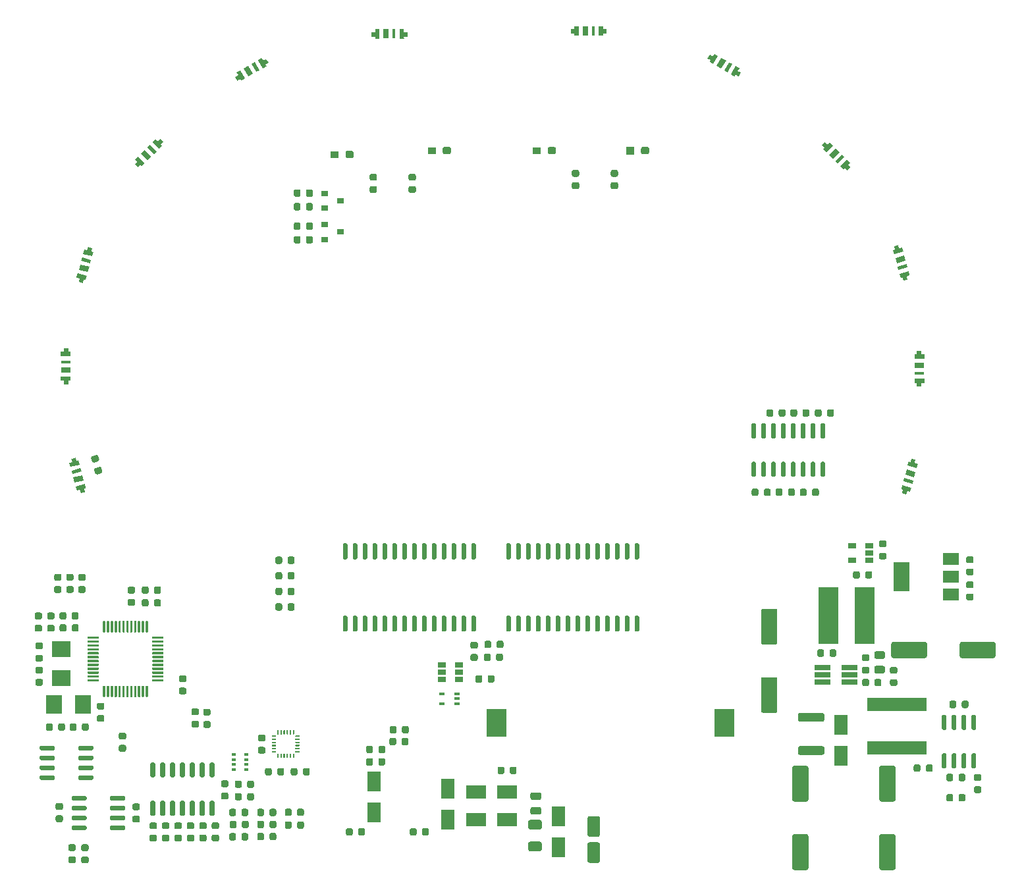
<source format=gbp>
G04 #@! TF.GenerationSoftware,KiCad,Pcbnew,(5.99.0-3329-ga80190e20)*
G04 #@! TF.CreationDate,2020-09-20T16:31:59-04:00*
G04 #@! TF.ProjectId,MotorcycleSpeedo,4d6f746f-7263-4796-936c-655370656564,rev?*
G04 #@! TF.SameCoordinates,Original*
G04 #@! TF.FileFunction,Paste,Bot*
G04 #@! TF.FilePolarity,Positive*
%FSLAX46Y46*%
G04 Gerber Fmt 4.6, Leading zero omitted, Abs format (unit mm)*
G04 Created by KiCad (PCBNEW (5.99.0-3329-ga80190e20)) date 2020-09-20 16:31:59*
%MOMM*%
%LPD*%
G01*
G04 APERTURE LIST*
%ADD10R,1.050000X0.950000*%
%ADD11R,1.000000X1.000000*%
%ADD12R,1.800000X2.500000*%
%ADD13R,2.500000X1.800000*%
%ADD14R,2.650000X7.300000*%
%ADD15R,1.060000X0.650000*%
%ADD16R,0.500000X0.350000*%
%ADD17R,7.700000X1.800000*%
%ADD18R,2.600000X3.600000*%
%ADD19R,2.400000X2.000000*%
%ADD20R,2.000000X2.400000*%
%ADD21R,0.650000X0.400000*%
%ADD22R,2.000000X0.650000*%
%ADD23R,2.000000X1.500000*%
%ADD24R,2.000000X3.800000*%
%ADD25R,0.900000X0.800000*%
%ADD26R,0.700000X1.200000*%
%ADD27R,0.450000X1.200000*%
%ADD28R,1.200000X0.700000*%
%ADD29R,1.200000X0.450000*%
G04 APERTURE END LIST*
D10*
X205910000Y-83808000D03*
G36*
G01*
X207285000Y-84045500D02*
X207285000Y-83570500D01*
G75*
G02*
X207522500Y-83333000I237500J0D01*
G01*
X208097500Y-83333000D01*
G75*
G02*
X208335000Y-83570500I0J-237500D01*
G01*
X208335000Y-84045500D01*
G75*
G02*
X208097500Y-84283000I-237500J0D01*
G01*
X207522500Y-84283000D01*
G75*
G02*
X207285000Y-84045500I0J237500D01*
G01*
G37*
X193410000Y-84308000D03*
G36*
G01*
X194785000Y-84545500D02*
X194785000Y-84070500D01*
G75*
G02*
X195022500Y-83833000I237500J0D01*
G01*
X195597500Y-83833000D01*
G75*
G02*
X195835000Y-84070500I0J-237500D01*
G01*
X195835000Y-84545500D01*
G75*
G02*
X195597500Y-84783000I-237500J0D01*
G01*
X195022500Y-84783000D01*
G75*
G02*
X194785000Y-84545500I0J237500D01*
G01*
G37*
D11*
X231410000Y-83808000D03*
G36*
G01*
X232785000Y-84045500D02*
X232785000Y-83570500D01*
G75*
G02*
X233022500Y-83333000I237500J0D01*
G01*
X233597500Y-83333000D01*
G75*
G02*
X233835000Y-83570500I0J-237500D01*
G01*
X233835000Y-84045500D01*
G75*
G02*
X233597500Y-84283000I-237500J0D01*
G01*
X233022500Y-84283000D01*
G75*
G02*
X232785000Y-84045500I0J237500D01*
G01*
G37*
D10*
X219410000Y-83808000D03*
G36*
G01*
X220785000Y-84045500D02*
X220785000Y-83570500D01*
G75*
G02*
X221022500Y-83333000I237500J0D01*
G01*
X221597500Y-83333000D01*
G75*
G02*
X221835000Y-83570500I0J-237500D01*
G01*
X221835000Y-84045500D01*
G75*
G02*
X221597500Y-84283000I-237500J0D01*
G01*
X221022500Y-84283000D01*
G75*
G02*
X220785000Y-84045500I0J237500D01*
G01*
G37*
G36*
G01*
X219716250Y-169205000D02*
X218803750Y-169205000D01*
G75*
G02*
X218560000Y-168961250I0J243750D01*
G01*
X218560000Y-168473750D01*
G75*
G02*
X218803750Y-168230000I243750J0D01*
G01*
X219716250Y-168230000D01*
G75*
G02*
X219960000Y-168473750I0J-243750D01*
G01*
X219960000Y-168961250D01*
G75*
G02*
X219716250Y-169205000I-243750J0D01*
G01*
G37*
G36*
G01*
X219716250Y-167330000D02*
X218803750Y-167330000D01*
G75*
G02*
X218560000Y-167086250I0J243750D01*
G01*
X218560000Y-166598750D01*
G75*
G02*
X218803750Y-166355000I243750J0D01*
G01*
X219716250Y-166355000D01*
G75*
G02*
X219960000Y-166598750I0J-243750D01*
G01*
X219960000Y-167086250D01*
G75*
G02*
X219716250Y-167330000I-243750J0D01*
G01*
G37*
G36*
G01*
X226150000Y-169414000D02*
X227250000Y-169414000D01*
G75*
G02*
X227500000Y-169664000I0J-250000D01*
G01*
X227500000Y-171814000D01*
G75*
G02*
X227250000Y-172064000I-250000J0D01*
G01*
X226150000Y-172064000D01*
G75*
G02*
X225900000Y-171814000I0J250000D01*
G01*
X225900000Y-169664000D01*
G75*
G02*
X226150000Y-169414000I250000J0D01*
G01*
G37*
G36*
G01*
X226150000Y-172764000D02*
X227250000Y-172764000D01*
G75*
G02*
X227500000Y-173014000I0J-250000D01*
G01*
X227500000Y-175164000D01*
G75*
G02*
X227250000Y-175414000I-250000J0D01*
G01*
X226150000Y-175414000D01*
G75*
G02*
X225900000Y-175164000I0J250000D01*
G01*
X225900000Y-173014000D01*
G75*
G02*
X226150000Y-172764000I250000J0D01*
G01*
G37*
G36*
G01*
X264116250Y-136397501D02*
X263603750Y-136397501D01*
G75*
G02*
X263385000Y-136178751I0J218750D01*
G01*
X263385000Y-135741251D01*
G75*
G02*
X263603750Y-135522501I218750J0D01*
G01*
X264116250Y-135522501D01*
G75*
G02*
X264335000Y-135741251I0J-218750D01*
G01*
X264335000Y-136178751D01*
G75*
G02*
X264116250Y-136397501I-218750J0D01*
G01*
G37*
G36*
G01*
X264116250Y-134822501D02*
X263603750Y-134822501D01*
G75*
G02*
X263385000Y-134603751I0J218750D01*
G01*
X263385000Y-134166251D01*
G75*
G02*
X263603750Y-133947501I218750J0D01*
G01*
X264116250Y-133947501D01*
G75*
G02*
X264335000Y-134166251I0J-218750D01*
G01*
X264335000Y-134603751D01*
G75*
G02*
X264116250Y-134822501I-218750J0D01*
G01*
G37*
G36*
G01*
X262485000Y-138116251D02*
X262485000Y-138628751D01*
G75*
G02*
X262266250Y-138847501I-218750J0D01*
G01*
X261828750Y-138847501D01*
G75*
G02*
X261610000Y-138628751I0J218750D01*
G01*
X261610000Y-138116251D01*
G75*
G02*
X261828750Y-137897501I218750J0D01*
G01*
X262266250Y-137897501D01*
G75*
G02*
X262485000Y-138116251I0J-218750D01*
G01*
G37*
G36*
G01*
X260910000Y-138116251D02*
X260910000Y-138628751D01*
G75*
G02*
X260691250Y-138847501I-218750J0D01*
G01*
X260253750Y-138847501D01*
G75*
G02*
X260035000Y-138628751I0J218750D01*
G01*
X260035000Y-138116251D01*
G75*
G02*
X260253750Y-137897501I218750J0D01*
G01*
X260691250Y-137897501D01*
G75*
G02*
X260910000Y-138116251I0J-218750D01*
G01*
G37*
G36*
G01*
X275316249Y-138442501D02*
X274803749Y-138442501D01*
G75*
G02*
X274584999Y-138223751I0J218750D01*
G01*
X274584999Y-137786251D01*
G75*
G02*
X274803749Y-137567501I218750J0D01*
G01*
X275316249Y-137567501D01*
G75*
G02*
X275534999Y-137786251I0J-218750D01*
G01*
X275534999Y-138223751D01*
G75*
G02*
X275316249Y-138442501I-218750J0D01*
G01*
G37*
G36*
G01*
X275316249Y-136867501D02*
X274803749Y-136867501D01*
G75*
G02*
X274584999Y-136648751I0J218750D01*
G01*
X274584999Y-136211251D01*
G75*
G02*
X274803749Y-135992501I218750J0D01*
G01*
X275316249Y-135992501D01*
G75*
G02*
X275534999Y-136211251I0J-218750D01*
G01*
X275534999Y-136648751D01*
G75*
G02*
X275316249Y-136867501I-218750J0D01*
G01*
G37*
G36*
G01*
X180569001Y-165555249D02*
X180569001Y-165042749D01*
G75*
G02*
X180787751Y-164823999I218750J0D01*
G01*
X181225251Y-164823999D01*
G75*
G02*
X181444001Y-165042749I0J-218750D01*
G01*
X181444001Y-165555249D01*
G75*
G02*
X181225251Y-165773999I-218750J0D01*
G01*
X180787751Y-165773999D01*
G75*
G02*
X180569001Y-165555249I0J218750D01*
G01*
G37*
G36*
G01*
X182144001Y-165555249D02*
X182144001Y-165042749D01*
G75*
G02*
X182362751Y-164823999I218750J0D01*
G01*
X182800251Y-164823999D01*
G75*
G02*
X183019001Y-165042749I0J-218750D01*
G01*
X183019001Y-165555249D01*
G75*
G02*
X182800251Y-165773999I-218750J0D01*
G01*
X182362751Y-165773999D01*
G75*
G02*
X182144001Y-165555249I0J218750D01*
G01*
G37*
G36*
G01*
X180569001Y-167155249D02*
X180569001Y-166642749D01*
G75*
G02*
X180787751Y-166423999I218750J0D01*
G01*
X181225251Y-166423999D01*
G75*
G02*
X181444001Y-166642749I0J-218750D01*
G01*
X181444001Y-167155249D01*
G75*
G02*
X181225251Y-167373999I-218750J0D01*
G01*
X180787751Y-167373999D01*
G75*
G02*
X180569001Y-167155249I0J218750D01*
G01*
G37*
G36*
G01*
X182144001Y-167155249D02*
X182144001Y-166642749D01*
G75*
G02*
X182362751Y-166423999I218750J0D01*
G01*
X182800251Y-166423999D01*
G75*
G02*
X183019001Y-166642749I0J-218750D01*
G01*
X183019001Y-167155249D01*
G75*
G02*
X182800251Y-167373999I-218750J0D01*
G01*
X182362751Y-167373999D01*
G75*
G02*
X182144001Y-167155249I0J218750D01*
G01*
G37*
G36*
G01*
X187743000Y-163959250D02*
X187743000Y-163446750D01*
G75*
G02*
X187961750Y-163228000I218750J0D01*
G01*
X188399250Y-163228000D01*
G75*
G02*
X188618000Y-163446750I0J-218750D01*
G01*
X188618000Y-163959250D01*
G75*
G02*
X188399250Y-164178000I-218750J0D01*
G01*
X187961750Y-164178000D01*
G75*
G02*
X187743000Y-163959250I0J218750D01*
G01*
G37*
G36*
G01*
X189318000Y-163959250D02*
X189318000Y-163446750D01*
G75*
G02*
X189536750Y-163228000I218750J0D01*
G01*
X189974250Y-163228000D01*
G75*
G02*
X190193000Y-163446750I0J-218750D01*
G01*
X190193000Y-163959250D01*
G75*
G02*
X189974250Y-164178000I-218750J0D01*
G01*
X189536750Y-164178000D01*
G75*
G02*
X189318000Y-163959250I0J218750D01*
G01*
G37*
G36*
G01*
X186891000Y-163446750D02*
X186891000Y-163959250D01*
G75*
G02*
X186672250Y-164178000I-218750J0D01*
G01*
X186234750Y-164178000D01*
G75*
G02*
X186016000Y-163959250I0J218750D01*
G01*
X186016000Y-163446750D01*
G75*
G02*
X186234750Y-163228000I218750J0D01*
G01*
X186672250Y-163228000D01*
G75*
G02*
X186891000Y-163446750I0J-218750D01*
G01*
G37*
G36*
G01*
X185316000Y-163446750D02*
X185316000Y-163959250D01*
G75*
G02*
X185097250Y-164178000I-218750J0D01*
G01*
X184659750Y-164178000D01*
G75*
G02*
X184441000Y-163959250I0J218750D01*
G01*
X184441000Y-163446750D01*
G75*
G02*
X184659750Y-163228000I218750J0D01*
G01*
X185097250Y-163228000D01*
G75*
G02*
X185316000Y-163446750I0J-218750D01*
G01*
G37*
G36*
G01*
X202926504Y-158035749D02*
X202926504Y-158548249D01*
G75*
G02*
X202707754Y-158766999I-218750J0D01*
G01*
X202270254Y-158766999D01*
G75*
G02*
X202051504Y-158548249I0J218750D01*
G01*
X202051504Y-158035749D01*
G75*
G02*
X202270254Y-157816999I218750J0D01*
G01*
X202707754Y-157816999D01*
G75*
G02*
X202926504Y-158035749I0J-218750D01*
G01*
G37*
G36*
G01*
X201351504Y-158035749D02*
X201351504Y-158548249D01*
G75*
G02*
X201132754Y-158766999I-218750J0D01*
G01*
X200695254Y-158766999D01*
G75*
G02*
X200476504Y-158548249I0J218750D01*
G01*
X200476504Y-158035749D01*
G75*
G02*
X200695254Y-157816999I218750J0D01*
G01*
X201132754Y-157816999D01*
G75*
G02*
X201351504Y-158035749I0J-218750D01*
G01*
G37*
G36*
G01*
X274885000Y-154773750D02*
X274885000Y-155286250D01*
G75*
G02*
X274666250Y-155505000I-218750J0D01*
G01*
X274228750Y-155505000D01*
G75*
G02*
X274010000Y-155286250I0J218750D01*
G01*
X274010000Y-154773750D01*
G75*
G02*
X274228750Y-154555000I218750J0D01*
G01*
X274666250Y-154555000D01*
G75*
G02*
X274885000Y-154773750I0J-218750D01*
G01*
G37*
G36*
G01*
X273310000Y-154773750D02*
X273310000Y-155286250D01*
G75*
G02*
X273091250Y-155505000I-218750J0D01*
G01*
X272653750Y-155505000D01*
G75*
G02*
X272435000Y-155286250I0J218750D01*
G01*
X272435000Y-154773750D01*
G75*
G02*
X272653750Y-154555000I218750J0D01*
G01*
X273091250Y-154555000D01*
G75*
G02*
X273310000Y-154773750I0J-218750D01*
G01*
G37*
G36*
G01*
X161025750Y-173019000D02*
X161538250Y-173019000D01*
G75*
G02*
X161757000Y-173237750I0J-218750D01*
G01*
X161757000Y-173675250D01*
G75*
G02*
X161538250Y-173894000I-218750J0D01*
G01*
X161025750Y-173894000D01*
G75*
G02*
X160807000Y-173675250I0J218750D01*
G01*
X160807000Y-173237750D01*
G75*
G02*
X161025750Y-173019000I218750J0D01*
G01*
G37*
G36*
G01*
X161025750Y-174594000D02*
X161538250Y-174594000D01*
G75*
G02*
X161757000Y-174812750I0J-218750D01*
G01*
X161757000Y-175250250D01*
G75*
G02*
X161538250Y-175469000I-218750J0D01*
G01*
X161025750Y-175469000D01*
G75*
G02*
X160807000Y-175250250I0J218750D01*
G01*
X160807000Y-174812750D01*
G75*
G02*
X161025750Y-174594000I218750J0D01*
G01*
G37*
G36*
G01*
X168116250Y-170225000D02*
X167603750Y-170225000D01*
G75*
G02*
X167385000Y-170006250I0J218750D01*
G01*
X167385000Y-169568750D01*
G75*
G02*
X167603750Y-169350000I218750J0D01*
G01*
X168116250Y-169350000D01*
G75*
G02*
X168335000Y-169568750I0J-218750D01*
G01*
X168335000Y-170006250D01*
G75*
G02*
X168116250Y-170225000I-218750J0D01*
G01*
G37*
G36*
G01*
X168116250Y-168650000D02*
X167603750Y-168650000D01*
G75*
G02*
X167385000Y-168431250I0J218750D01*
G01*
X167385000Y-167993750D01*
G75*
G02*
X167603750Y-167775000I218750J0D01*
G01*
X168116250Y-167775000D01*
G75*
G02*
X168335000Y-167993750I0J-218750D01*
G01*
X168335000Y-168431250D01*
G75*
G02*
X168116250Y-168650000I-218750J0D01*
G01*
G37*
G36*
G01*
X197435000Y-162686250D02*
X197435000Y-162173750D01*
G75*
G02*
X197653750Y-161955000I218750J0D01*
G01*
X198091250Y-161955000D01*
G75*
G02*
X198310000Y-162173750I0J-218750D01*
G01*
X198310000Y-162686250D01*
G75*
G02*
X198091250Y-162905000I-218750J0D01*
G01*
X197653750Y-162905000D01*
G75*
G02*
X197435000Y-162686250I0J218750D01*
G01*
G37*
G36*
G01*
X199010000Y-162686250D02*
X199010000Y-162173750D01*
G75*
G02*
X199228750Y-161955000I218750J0D01*
G01*
X199666250Y-161955000D01*
G75*
G02*
X199885000Y-162173750I0J-218750D01*
G01*
X199885000Y-162686250D01*
G75*
G02*
X199666250Y-162905000I-218750J0D01*
G01*
X199228750Y-162905000D01*
G75*
G02*
X199010000Y-162686250I0J218750D01*
G01*
G37*
G36*
G01*
X163043750Y-154825000D02*
X163556250Y-154825000D01*
G75*
G02*
X163775000Y-155043750I0J-218750D01*
G01*
X163775000Y-155481250D01*
G75*
G02*
X163556250Y-155700000I-218750J0D01*
G01*
X163043750Y-155700000D01*
G75*
G02*
X162825000Y-155481250I0J218750D01*
G01*
X162825000Y-155043750D01*
G75*
G02*
X163043750Y-154825000I218750J0D01*
G01*
G37*
G36*
G01*
X163043750Y-156400000D02*
X163556250Y-156400000D01*
G75*
G02*
X163775000Y-156618750I0J-218750D01*
G01*
X163775000Y-157056250D01*
G75*
G02*
X163556250Y-157275000I-218750J0D01*
G01*
X163043750Y-157275000D01*
G75*
G02*
X162825000Y-157056250I0J218750D01*
G01*
X162825000Y-156618750D01*
G75*
G02*
X163043750Y-156400000I218750J0D01*
G01*
G37*
G36*
G01*
X174111250Y-153752000D02*
X173598750Y-153752000D01*
G75*
G02*
X173380000Y-153533250I0J218750D01*
G01*
X173380000Y-153095750D01*
G75*
G02*
X173598750Y-152877000I218750J0D01*
G01*
X174111250Y-152877000D01*
G75*
G02*
X174330000Y-153095750I0J-218750D01*
G01*
X174330000Y-153533250D01*
G75*
G02*
X174111250Y-153752000I-218750J0D01*
G01*
G37*
G36*
G01*
X174111250Y-152177000D02*
X173598750Y-152177000D01*
G75*
G02*
X173380000Y-151958250I0J218750D01*
G01*
X173380000Y-151520750D01*
G75*
G02*
X173598750Y-151302000I218750J0D01*
G01*
X174111250Y-151302000D01*
G75*
G02*
X174330000Y-151520750I0J-218750D01*
G01*
X174330000Y-151958250D01*
G75*
G02*
X174111250Y-152177000I-218750J0D01*
G01*
G37*
G36*
G01*
X171041500Y-141729750D02*
X171041500Y-142242250D01*
G75*
G02*
X170822750Y-142461000I-218750J0D01*
G01*
X170385250Y-142461000D01*
G75*
G02*
X170166500Y-142242250I0J218750D01*
G01*
X170166500Y-141729750D01*
G75*
G02*
X170385250Y-141511000I218750J0D01*
G01*
X170822750Y-141511000D01*
G75*
G02*
X171041500Y-141729750I0J-218750D01*
G01*
G37*
G36*
G01*
X169466500Y-141729750D02*
X169466500Y-142242250D01*
G75*
G02*
X169247750Y-142461000I-218750J0D01*
G01*
X168810250Y-142461000D01*
G75*
G02*
X168591500Y-142242250I0J218750D01*
G01*
X168591500Y-141729750D01*
G75*
G02*
X168810250Y-141511000I218750J0D01*
G01*
X169247750Y-141511000D01*
G75*
G02*
X169466500Y-141729750I0J-218750D01*
G01*
G37*
G36*
G01*
X171054000Y-140079750D02*
X171054000Y-140592250D01*
G75*
G02*
X170835250Y-140811000I-218750J0D01*
G01*
X170397750Y-140811000D01*
G75*
G02*
X170179000Y-140592250I0J218750D01*
G01*
X170179000Y-140079750D01*
G75*
G02*
X170397750Y-139861000I218750J0D01*
G01*
X170835250Y-139861000D01*
G75*
G02*
X171054000Y-140079750I0J-218750D01*
G01*
G37*
G36*
G01*
X169479000Y-140079750D02*
X169479000Y-140592250D01*
G75*
G02*
X169260250Y-140811000I-218750J0D01*
G01*
X168822750Y-140811000D01*
G75*
G02*
X168604000Y-140592250I0J218750D01*
G01*
X168604000Y-140079750D01*
G75*
G02*
X168822750Y-139861000I218750J0D01*
G01*
X169260250Y-139861000D01*
G75*
G02*
X169479000Y-140079750I0J-218750D01*
G01*
G37*
G36*
G01*
X160475000Y-143393750D02*
X160475000Y-143906250D01*
G75*
G02*
X160256250Y-144125000I-218750J0D01*
G01*
X159818750Y-144125000D01*
G75*
G02*
X159600000Y-143906250I0J218750D01*
G01*
X159600000Y-143393750D01*
G75*
G02*
X159818750Y-143175000I218750J0D01*
G01*
X160256250Y-143175000D01*
G75*
G02*
X160475000Y-143393750I0J-218750D01*
G01*
G37*
G36*
G01*
X158900000Y-143393750D02*
X158900000Y-143906250D01*
G75*
G02*
X158681250Y-144125000I-218750J0D01*
G01*
X158243750Y-144125000D01*
G75*
G02*
X158025000Y-143906250I0J218750D01*
G01*
X158025000Y-143393750D01*
G75*
G02*
X158243750Y-143175000I218750J0D01*
G01*
X158681250Y-143175000D01*
G75*
G02*
X158900000Y-143393750I0J-218750D01*
G01*
G37*
G36*
G01*
X160475000Y-144943750D02*
X160475000Y-145456250D01*
G75*
G02*
X160256250Y-145675000I-218750J0D01*
G01*
X159818750Y-145675000D01*
G75*
G02*
X159600000Y-145456250I0J218750D01*
G01*
X159600000Y-144943750D01*
G75*
G02*
X159818750Y-144725000I218750J0D01*
G01*
X160256250Y-144725000D01*
G75*
G02*
X160475000Y-144943750I0J-218750D01*
G01*
G37*
G36*
G01*
X158900000Y-144943750D02*
X158900000Y-145456250D01*
G75*
G02*
X158681250Y-145675000I-218750J0D01*
G01*
X158243750Y-145675000D01*
G75*
G02*
X158025000Y-145456250I0J218750D01*
G01*
X158025000Y-144943750D01*
G75*
G02*
X158243750Y-144725000I218750J0D01*
G01*
X158681250Y-144725000D01*
G75*
G02*
X158900000Y-144943750I0J-218750D01*
G01*
G37*
G36*
G01*
X157156250Y-145675000D02*
X156643750Y-145675000D01*
G75*
G02*
X156425000Y-145456250I0J218750D01*
G01*
X156425000Y-145018750D01*
G75*
G02*
X156643750Y-144800000I218750J0D01*
G01*
X157156250Y-144800000D01*
G75*
G02*
X157375000Y-145018750I0J-218750D01*
G01*
X157375000Y-145456250D01*
G75*
G02*
X157156250Y-145675000I-218750J0D01*
G01*
G37*
G36*
G01*
X157156250Y-144100000D02*
X156643750Y-144100000D01*
G75*
G02*
X156425000Y-143881250I0J218750D01*
G01*
X156425000Y-143443750D01*
G75*
G02*
X156643750Y-143225000I218750J0D01*
G01*
X157156250Y-143225000D01*
G75*
G02*
X157375000Y-143443750I0J-218750D01*
G01*
X157375000Y-143881250D01*
G75*
G02*
X157156250Y-144100000I-218750J0D01*
G01*
G37*
G36*
G01*
X185885000Y-171773750D02*
X185885000Y-172286250D01*
G75*
G02*
X185666250Y-172505000I-218750J0D01*
G01*
X185228750Y-172505000D01*
G75*
G02*
X185010000Y-172286250I0J218750D01*
G01*
X185010000Y-171773750D01*
G75*
G02*
X185228750Y-171555000I218750J0D01*
G01*
X185666250Y-171555000D01*
G75*
G02*
X185885000Y-171773750I0J-218750D01*
G01*
G37*
G36*
G01*
X184310000Y-171773750D02*
X184310000Y-172286250D01*
G75*
G02*
X184091250Y-172505000I-218750J0D01*
G01*
X183653750Y-172505000D01*
G75*
G02*
X183435000Y-172286250I0J218750D01*
G01*
X183435000Y-171773750D01*
G75*
G02*
X183653750Y-171555000I218750J0D01*
G01*
X184091250Y-171555000D01*
G75*
G02*
X184310000Y-171773750I0J-218750D01*
G01*
G37*
G36*
G01*
X160643750Y-138246500D02*
X161156250Y-138246500D01*
G75*
G02*
X161375000Y-138465250I0J-218750D01*
G01*
X161375000Y-138902750D01*
G75*
G02*
X161156250Y-139121500I-218750J0D01*
G01*
X160643750Y-139121500D01*
G75*
G02*
X160425000Y-138902750I0J218750D01*
G01*
X160425000Y-138465250D01*
G75*
G02*
X160643750Y-138246500I218750J0D01*
G01*
G37*
G36*
G01*
X160643750Y-139821500D02*
X161156250Y-139821500D01*
G75*
G02*
X161375000Y-140040250I0J-218750D01*
G01*
X161375000Y-140477750D01*
G75*
G02*
X161156250Y-140696500I-218750J0D01*
G01*
X160643750Y-140696500D01*
G75*
G02*
X160425000Y-140477750I0J218750D01*
G01*
X160425000Y-140040250D01*
G75*
G02*
X160643750Y-139821500I218750J0D01*
G01*
G37*
G36*
G01*
X257897500Y-148173750D02*
X257897500Y-148686250D01*
G75*
G02*
X257678750Y-148905000I-218750J0D01*
G01*
X257241250Y-148905000D01*
G75*
G02*
X257022500Y-148686250I0J218750D01*
G01*
X257022500Y-148173750D01*
G75*
G02*
X257241250Y-147955000I218750J0D01*
G01*
X257678750Y-147955000D01*
G75*
G02*
X257897500Y-148173750I0J-218750D01*
G01*
G37*
G36*
G01*
X256322500Y-148173750D02*
X256322500Y-148686250D01*
G75*
G02*
X256103750Y-148905000I-218750J0D01*
G01*
X255666250Y-148905000D01*
G75*
G02*
X255447500Y-148686250I0J218750D01*
G01*
X255447500Y-148173750D01*
G75*
G02*
X255666250Y-147955000I218750J0D01*
G01*
X256103750Y-147955000D01*
G75*
G02*
X256322500Y-148173750I0J-218750D01*
G01*
G37*
G36*
G01*
X250059999Y-156130000D02*
X248460001Y-156130000D01*
G75*
G02*
X248210000Y-155879999I0J250001D01*
G01*
X248210000Y-151780001D01*
G75*
G02*
X248460001Y-151530000I250001J0D01*
G01*
X250059999Y-151530000D01*
G75*
G02*
X250310000Y-151780001I0J-250001D01*
G01*
X250310000Y-155879999D01*
G75*
G02*
X250059999Y-156130000I-250001J0D01*
G01*
G37*
G36*
G01*
X250059999Y-147330000D02*
X248460001Y-147330000D01*
G75*
G02*
X248210000Y-147079999I0J250001D01*
G01*
X248210000Y-142980001D01*
G75*
G02*
X248460001Y-142730000I250001J0D01*
G01*
X250059999Y-142730000D01*
G75*
G02*
X250310000Y-142980001I0J-250001D01*
G01*
X250310000Y-147079999D01*
G75*
G02*
X250059999Y-147330000I-250001J0D01*
G01*
G37*
G36*
G01*
X263916250Y-151055000D02*
X263003750Y-151055000D01*
G75*
G02*
X262760000Y-150811250I0J243750D01*
G01*
X262760000Y-150323750D01*
G75*
G02*
X263003750Y-150080000I243750J0D01*
G01*
X263916250Y-150080000D01*
G75*
G02*
X264160000Y-150323750I0J-243750D01*
G01*
X264160000Y-150811250D01*
G75*
G02*
X263916250Y-151055000I-243750J0D01*
G01*
G37*
G36*
G01*
X263916250Y-149180000D02*
X263003750Y-149180000D01*
G75*
G02*
X262760000Y-148936250I0J243750D01*
G01*
X262760000Y-148448750D01*
G75*
G02*
X263003750Y-148205000I243750J0D01*
G01*
X263916250Y-148205000D01*
G75*
G02*
X264160000Y-148448750I0J-243750D01*
G01*
X264160000Y-148936250D01*
G75*
G02*
X263916250Y-149180000I-243750J0D01*
G01*
G37*
G36*
G01*
X264960000Y-148829999D02*
X264960000Y-147230001D01*
G75*
G02*
X265210001Y-146980000I250001J0D01*
G01*
X269309999Y-146980000D01*
G75*
G02*
X269560000Y-147230001I0J-250001D01*
G01*
X269560000Y-148829999D01*
G75*
G02*
X269309999Y-149080000I-250001J0D01*
G01*
X265210001Y-149080000D01*
G75*
G02*
X264960000Y-148829999I0J250001D01*
G01*
G37*
G36*
G01*
X273760000Y-148829999D02*
X273760000Y-147230001D01*
G75*
G02*
X274010001Y-146980000I250001J0D01*
G01*
X278109999Y-146980000D01*
G75*
G02*
X278360000Y-147230001I0J-250001D01*
G01*
X278360000Y-148829999D01*
G75*
G02*
X278109999Y-149080000I-250001J0D01*
G01*
X274010001Y-149080000D01*
G75*
G02*
X273760000Y-148829999I0J250001D01*
G01*
G37*
D12*
X222200000Y-169398000D03*
X222200000Y-173398000D03*
D13*
X215564000Y-169874000D03*
X211564000Y-169874000D03*
X211564000Y-166318000D03*
X215564000Y-166318000D03*
G36*
G01*
X155450000Y-164605000D02*
X155450000Y-164305000D01*
G75*
G02*
X155600000Y-164155000I150000J0D01*
G01*
X157250000Y-164155000D01*
G75*
G02*
X157400000Y-164305000I0J-150000D01*
G01*
X157400000Y-164605000D01*
G75*
G02*
X157250000Y-164755000I-150000J0D01*
G01*
X155600000Y-164755000D01*
G75*
G02*
X155450000Y-164605000I0J150000D01*
G01*
G37*
G36*
G01*
X155450000Y-163335000D02*
X155450000Y-163035000D01*
G75*
G02*
X155600000Y-162885000I150000J0D01*
G01*
X157250000Y-162885000D01*
G75*
G02*
X157400000Y-163035000I0J-150000D01*
G01*
X157400000Y-163335000D01*
G75*
G02*
X157250000Y-163485000I-150000J0D01*
G01*
X155600000Y-163485000D01*
G75*
G02*
X155450000Y-163335000I0J150000D01*
G01*
G37*
G36*
G01*
X155450000Y-162065000D02*
X155450000Y-161765000D01*
G75*
G02*
X155600000Y-161615000I150000J0D01*
G01*
X157250000Y-161615000D01*
G75*
G02*
X157400000Y-161765000I0J-150000D01*
G01*
X157400000Y-162065000D01*
G75*
G02*
X157250000Y-162215000I-150000J0D01*
G01*
X155600000Y-162215000D01*
G75*
G02*
X155450000Y-162065000I0J150000D01*
G01*
G37*
G36*
G01*
X155450000Y-160795000D02*
X155450000Y-160495000D01*
G75*
G02*
X155600000Y-160345000I150000J0D01*
G01*
X157250000Y-160345000D01*
G75*
G02*
X157400000Y-160495000I0J-150000D01*
G01*
X157400000Y-160795000D01*
G75*
G02*
X157250000Y-160945000I-150000J0D01*
G01*
X155600000Y-160945000D01*
G75*
G02*
X155450000Y-160795000I0J150000D01*
G01*
G37*
G36*
G01*
X160400000Y-160795000D02*
X160400000Y-160495000D01*
G75*
G02*
X160550000Y-160345000I150000J0D01*
G01*
X162200000Y-160345000D01*
G75*
G02*
X162350000Y-160495000I0J-150000D01*
G01*
X162350000Y-160795000D01*
G75*
G02*
X162200000Y-160945000I-150000J0D01*
G01*
X160550000Y-160945000D01*
G75*
G02*
X160400000Y-160795000I0J150000D01*
G01*
G37*
G36*
G01*
X160400000Y-162065000D02*
X160400000Y-161765000D01*
G75*
G02*
X160550000Y-161615000I150000J0D01*
G01*
X162200000Y-161615000D01*
G75*
G02*
X162350000Y-161765000I0J-150000D01*
G01*
X162350000Y-162065000D01*
G75*
G02*
X162200000Y-162215000I-150000J0D01*
G01*
X160550000Y-162215000D01*
G75*
G02*
X160400000Y-162065000I0J150000D01*
G01*
G37*
G36*
G01*
X160400000Y-163335000D02*
X160400000Y-163035000D01*
G75*
G02*
X160550000Y-162885000I150000J0D01*
G01*
X162200000Y-162885000D01*
G75*
G02*
X162350000Y-163035000I0J-150000D01*
G01*
X162350000Y-163335000D01*
G75*
G02*
X162200000Y-163485000I-150000J0D01*
G01*
X160550000Y-163485000D01*
G75*
G02*
X160400000Y-163335000I0J150000D01*
G01*
G37*
G36*
G01*
X160400000Y-164605000D02*
X160400000Y-164305000D01*
G75*
G02*
X160550000Y-164155000I150000J0D01*
G01*
X162200000Y-164155000D01*
G75*
G02*
X162350000Y-164305000I0J-150000D01*
G01*
X162350000Y-164605000D01*
G75*
G02*
X162200000Y-164755000I-150000J0D01*
G01*
X160550000Y-164755000D01*
G75*
G02*
X160400000Y-164605000I0J150000D01*
G01*
G37*
D12*
X207976000Y-165842000D03*
X207976000Y-169842000D03*
X258460000Y-161630000D03*
X258460000Y-157630000D03*
X198460000Y-164929997D03*
X198460000Y-168929997D03*
G36*
G01*
X219777000Y-173931000D02*
X218527000Y-173931000D01*
G75*
G02*
X218277000Y-173681000I0J250000D01*
G01*
X218277000Y-172931000D01*
G75*
G02*
X218527000Y-172681000I250000J0D01*
G01*
X219777000Y-172681000D01*
G75*
G02*
X220027000Y-172931000I0J-250000D01*
G01*
X220027000Y-173681000D01*
G75*
G02*
X219777000Y-173931000I-250000J0D01*
G01*
G37*
G36*
G01*
X219777000Y-171131000D02*
X218527000Y-171131000D01*
G75*
G02*
X218277000Y-170881000I0J250000D01*
G01*
X218277000Y-170131000D01*
G75*
G02*
X218527000Y-169881000I250000J0D01*
G01*
X219777000Y-169881000D01*
G75*
G02*
X220027000Y-170131000I0J-250000D01*
G01*
X220027000Y-170881000D01*
G75*
G02*
X219777000Y-171131000I-250000J0D01*
G01*
G37*
D14*
X256860000Y-143630000D03*
X261510000Y-143630000D03*
G36*
G01*
X216785000Y-163273750D02*
X216785000Y-163786250D01*
G75*
G02*
X216566250Y-164005000I-218750J0D01*
G01*
X216128750Y-164005000D01*
G75*
G02*
X215910000Y-163786250I0J218750D01*
G01*
X215910000Y-163273750D01*
G75*
G02*
X216128750Y-163055000I218750J0D01*
G01*
X216566250Y-163055000D01*
G75*
G02*
X216785000Y-163273750I0J-218750D01*
G01*
G37*
G36*
G01*
X215210000Y-163273750D02*
X215210000Y-163786250D01*
G75*
G02*
X214991250Y-164005000I-218750J0D01*
G01*
X214553750Y-164005000D01*
G75*
G02*
X214335000Y-163786250I0J218750D01*
G01*
X214335000Y-163273750D01*
G75*
G02*
X214553750Y-163055000I218750J0D01*
G01*
X214991250Y-163055000D01*
G75*
G02*
X215210000Y-163273750I0J-218750D01*
G01*
G37*
G36*
G01*
X189439000Y-168654750D02*
X189439000Y-169167250D01*
G75*
G02*
X189220250Y-169386000I-218750J0D01*
G01*
X188782750Y-169386000D01*
G75*
G02*
X188564000Y-169167250I0J218750D01*
G01*
X188564000Y-168654750D01*
G75*
G02*
X188782750Y-168436000I218750J0D01*
G01*
X189220250Y-168436000D01*
G75*
G02*
X189439000Y-168654750I0J-218750D01*
G01*
G37*
G36*
G01*
X187864000Y-168654750D02*
X187864000Y-169167250D01*
G75*
G02*
X187645250Y-169386000I-218750J0D01*
G01*
X187207750Y-169386000D01*
G75*
G02*
X186989000Y-169167250I0J218750D01*
G01*
X186989000Y-168654750D01*
G75*
G02*
X187207750Y-168436000I218750J0D01*
G01*
X187645250Y-168436000D01*
G75*
G02*
X187864000Y-168654750I0J-218750D01*
G01*
G37*
G36*
G01*
X186989000Y-170817250D02*
X186989000Y-170304750D01*
G75*
G02*
X187207750Y-170086000I218750J0D01*
G01*
X187645250Y-170086000D01*
G75*
G02*
X187864000Y-170304750I0J-218750D01*
G01*
X187864000Y-170817250D01*
G75*
G02*
X187645250Y-171036000I-218750J0D01*
G01*
X187207750Y-171036000D01*
G75*
G02*
X186989000Y-170817250I0J218750D01*
G01*
G37*
G36*
G01*
X188564000Y-170817250D02*
X188564000Y-170304750D01*
G75*
G02*
X188782750Y-170086000I218750J0D01*
G01*
X189220250Y-170086000D01*
G75*
G02*
X189439000Y-170304750I0J-218750D01*
G01*
X189439000Y-170817250D01*
G75*
G02*
X189220250Y-171036000I-218750J0D01*
G01*
X188782750Y-171036000D01*
G75*
G02*
X188564000Y-170817250I0J218750D01*
G01*
G37*
G36*
G01*
X272035000Y-164686250D02*
X272035000Y-164173750D01*
G75*
G02*
X272253750Y-163955000I218750J0D01*
G01*
X272691250Y-163955000D01*
G75*
G02*
X272910000Y-164173750I0J-218750D01*
G01*
X272910000Y-164686250D01*
G75*
G02*
X272691250Y-164905000I-218750J0D01*
G01*
X272253750Y-164905000D01*
G75*
G02*
X272035000Y-164686250I0J218750D01*
G01*
G37*
G36*
G01*
X273610000Y-164686250D02*
X273610000Y-164173750D01*
G75*
G02*
X273828750Y-163955000I218750J0D01*
G01*
X274266250Y-163955000D01*
G75*
G02*
X274485000Y-164173750I0J-218750D01*
G01*
X274485000Y-164686250D01*
G75*
G02*
X274266250Y-164905000I-218750J0D01*
G01*
X273828750Y-164905000D01*
G75*
G02*
X273610000Y-164686250I0J218750D01*
G01*
G37*
G36*
G01*
X200425502Y-160072249D02*
X200425502Y-159559749D01*
G75*
G02*
X200644252Y-159340999I218750J0D01*
G01*
X201081752Y-159340999D01*
G75*
G02*
X201300502Y-159559749I0J-218750D01*
G01*
X201300502Y-160072249D01*
G75*
G02*
X201081752Y-160290999I-218750J0D01*
G01*
X200644252Y-160290999D01*
G75*
G02*
X200425502Y-160072249I0J218750D01*
G01*
G37*
G36*
G01*
X202000502Y-160072249D02*
X202000502Y-159559749D01*
G75*
G02*
X202219252Y-159340999I218750J0D01*
G01*
X202656752Y-159340999D01*
G75*
G02*
X202875502Y-159559749I0J-218750D01*
G01*
X202875502Y-160072249D01*
G75*
G02*
X202656752Y-160290999I-218750J0D01*
G01*
X202219252Y-160290999D01*
G75*
G02*
X202000502Y-160072249I0J218750D01*
G01*
G37*
G36*
G01*
X205497499Y-171173750D02*
X205497499Y-171686250D01*
G75*
G02*
X205278749Y-171905000I-218750J0D01*
G01*
X204841249Y-171905000D01*
G75*
G02*
X204622499Y-171686250I0J218750D01*
G01*
X204622499Y-171173750D01*
G75*
G02*
X204841249Y-170955000I218750J0D01*
G01*
X205278749Y-170955000D01*
G75*
G02*
X205497499Y-171173750I0J-218750D01*
G01*
G37*
G36*
G01*
X203922499Y-171173750D02*
X203922499Y-171686250D01*
G75*
G02*
X203703749Y-171905000I-218750J0D01*
G01*
X203266249Y-171905000D01*
G75*
G02*
X203047499Y-171686250I0J218750D01*
G01*
X203047499Y-171173750D01*
G75*
G02*
X203266249Y-170955000I218750J0D01*
G01*
X203703749Y-170955000D01*
G75*
G02*
X203922499Y-171173750I0J-218750D01*
G01*
G37*
G36*
G01*
X267835000Y-163486250D02*
X267835000Y-162973750D01*
G75*
G02*
X268053750Y-162755000I218750J0D01*
G01*
X268491250Y-162755000D01*
G75*
G02*
X268710000Y-162973750I0J-218750D01*
G01*
X268710000Y-163486250D01*
G75*
G02*
X268491250Y-163705000I-218750J0D01*
G01*
X268053750Y-163705000D01*
G75*
G02*
X267835000Y-163486250I0J218750D01*
G01*
G37*
G36*
G01*
X269410000Y-163486250D02*
X269410000Y-162973750D01*
G75*
G02*
X269628750Y-162755000I218750J0D01*
G01*
X270066250Y-162755000D01*
G75*
G02*
X270285000Y-162973750I0J-218750D01*
G01*
X270285000Y-163486250D01*
G75*
G02*
X270066250Y-163705000I-218750J0D01*
G01*
X269628750Y-163705000D01*
G75*
G02*
X269410000Y-163486250I0J218750D01*
G01*
G37*
G36*
G01*
X272035000Y-167286250D02*
X272035000Y-166773750D01*
G75*
G02*
X272253750Y-166555000I218750J0D01*
G01*
X272691250Y-166555000D01*
G75*
G02*
X272910000Y-166773750I0J-218750D01*
G01*
X272910000Y-167286250D01*
G75*
G02*
X272691250Y-167505000I-218750J0D01*
G01*
X272253750Y-167505000D01*
G75*
G02*
X272035000Y-167286250I0J218750D01*
G01*
G37*
G36*
G01*
X273610000Y-167286250D02*
X273610000Y-166773750D01*
G75*
G02*
X273828750Y-166555000I218750J0D01*
G01*
X274266250Y-166555000D01*
G75*
G02*
X274485000Y-166773750I0J-218750D01*
G01*
X274485000Y-167286250D01*
G75*
G02*
X274266250Y-167505000I-218750J0D01*
G01*
X273828750Y-167505000D01*
G75*
G02*
X273610000Y-167286250I0J218750D01*
G01*
G37*
G36*
G01*
X157728750Y-167725000D02*
X158241250Y-167725000D01*
G75*
G02*
X158460000Y-167943750I0J-218750D01*
G01*
X158460000Y-168381250D01*
G75*
G02*
X158241250Y-168600000I-218750J0D01*
G01*
X157728750Y-168600000D01*
G75*
G02*
X157510000Y-168381250I0J218750D01*
G01*
X157510000Y-167943750D01*
G75*
G02*
X157728750Y-167725000I218750J0D01*
G01*
G37*
G36*
G01*
X157728750Y-169300000D02*
X158241250Y-169300000D01*
G75*
G02*
X158460000Y-169518750I0J-218750D01*
G01*
X158460000Y-169956250D01*
G75*
G02*
X158241250Y-170175000I-218750J0D01*
G01*
X157728750Y-170175000D01*
G75*
G02*
X157510000Y-169956250I0J218750D01*
G01*
X157510000Y-169518750D01*
G75*
G02*
X157728750Y-169300000I218750J0D01*
G01*
G37*
G36*
G01*
X275803750Y-163992501D02*
X276316250Y-163992501D01*
G75*
G02*
X276535000Y-164211251I0J-218750D01*
G01*
X276535000Y-164648751D01*
G75*
G02*
X276316250Y-164867501I-218750J0D01*
G01*
X275803750Y-164867501D01*
G75*
G02*
X275585000Y-164648751I0J218750D01*
G01*
X275585000Y-164211251D01*
G75*
G02*
X275803750Y-163992501I218750J0D01*
G01*
G37*
G36*
G01*
X275803750Y-165567501D02*
X276316250Y-165567501D01*
G75*
G02*
X276535000Y-165786251I0J-218750D01*
G01*
X276535000Y-166223751D01*
G75*
G02*
X276316250Y-166442501I-218750J0D01*
G01*
X275803750Y-166442501D01*
G75*
G02*
X275585000Y-166223751I0J218750D01*
G01*
X275585000Y-165786251D01*
G75*
G02*
X275803750Y-165567501I218750J0D01*
G01*
G37*
G36*
G01*
X199897498Y-160573751D02*
X199897498Y-161086251D01*
G75*
G02*
X199678748Y-161305001I-218750J0D01*
G01*
X199241248Y-161305001D01*
G75*
G02*
X199022498Y-161086251I0J218750D01*
G01*
X199022498Y-160573751D01*
G75*
G02*
X199241248Y-160355001I218750J0D01*
G01*
X199678748Y-160355001D01*
G75*
G02*
X199897498Y-160573751I0J-218750D01*
G01*
G37*
G36*
G01*
X198322498Y-160573751D02*
X198322498Y-161086251D01*
G75*
G02*
X198103748Y-161305001I-218750J0D01*
G01*
X197666248Y-161305001D01*
G75*
G02*
X197447498Y-161086251I0J218750D01*
G01*
X197447498Y-160573751D01*
G75*
G02*
X197666248Y-160355001I218750J0D01*
G01*
X198103748Y-160355001D01*
G75*
G02*
X198322498Y-160573751I0J-218750D01*
G01*
G37*
G36*
G01*
X197285000Y-171173750D02*
X197285000Y-171686250D01*
G75*
G02*
X197066250Y-171905000I-218750J0D01*
G01*
X196628750Y-171905000D01*
G75*
G02*
X196410000Y-171686250I0J218750D01*
G01*
X196410000Y-171173750D01*
G75*
G02*
X196628750Y-170955000I218750J0D01*
G01*
X197066250Y-170955000D01*
G75*
G02*
X197285000Y-171173750I0J-218750D01*
G01*
G37*
G36*
G01*
X195710000Y-171173750D02*
X195710000Y-171686250D01*
G75*
G02*
X195491250Y-171905000I-218750J0D01*
G01*
X195053750Y-171905000D01*
G75*
G02*
X194835000Y-171686250I0J218750D01*
G01*
X194835000Y-171173750D01*
G75*
G02*
X195053750Y-170955000I218750J0D01*
G01*
X195491250Y-170955000D01*
G75*
G02*
X195710000Y-171173750I0J-218750D01*
G01*
G37*
G36*
G01*
X213942000Y-151508750D02*
X213942000Y-152021250D01*
G75*
G02*
X213723250Y-152240000I-218750J0D01*
G01*
X213285750Y-152240000D01*
G75*
G02*
X213067000Y-152021250I0J218750D01*
G01*
X213067000Y-151508750D01*
G75*
G02*
X213285750Y-151290000I218750J0D01*
G01*
X213723250Y-151290000D01*
G75*
G02*
X213942000Y-151508750I0J-218750D01*
G01*
G37*
G36*
G01*
X212367000Y-151508750D02*
X212367000Y-152021250D01*
G75*
G02*
X212148250Y-152240000I-218750J0D01*
G01*
X211710750Y-152240000D01*
G75*
G02*
X211492000Y-152021250I0J218750D01*
G01*
X211492000Y-151508750D01*
G75*
G02*
X211710750Y-151290000I218750J0D01*
G01*
X212148250Y-151290000D01*
G75*
G02*
X212367000Y-151508750I0J-218750D01*
G01*
G37*
G36*
G01*
X155556250Y-145675000D02*
X155043750Y-145675000D01*
G75*
G02*
X154825000Y-145456250I0J218750D01*
G01*
X154825000Y-145018750D01*
G75*
G02*
X155043750Y-144800000I218750J0D01*
G01*
X155556250Y-144800000D01*
G75*
G02*
X155775000Y-145018750I0J-218750D01*
G01*
X155775000Y-145456250D01*
G75*
G02*
X155556250Y-145675000I-218750J0D01*
G01*
G37*
G36*
G01*
X155556250Y-144100000D02*
X155043750Y-144100000D01*
G75*
G02*
X154825000Y-143881250I0J218750D01*
G01*
X154825000Y-143443750D01*
G75*
G02*
X155043750Y-143225000I218750J0D01*
G01*
X155556250Y-143225000D01*
G75*
G02*
X155775000Y-143443750I0J-218750D01*
G01*
X155775000Y-143881250D01*
G75*
G02*
X155556250Y-144100000I-218750J0D01*
G01*
G37*
G36*
G01*
X185775000Y-140756250D02*
X185775000Y-140243750D01*
G75*
G02*
X185993750Y-140025000I218750J0D01*
G01*
X186431250Y-140025000D01*
G75*
G02*
X186650000Y-140243750I0J-218750D01*
G01*
X186650000Y-140756250D01*
G75*
G02*
X186431250Y-140975000I-218750J0D01*
G01*
X185993750Y-140975000D01*
G75*
G02*
X185775000Y-140756250I0J218750D01*
G01*
G37*
G36*
G01*
X187350000Y-140756250D02*
X187350000Y-140243750D01*
G75*
G02*
X187568750Y-140025000I218750J0D01*
G01*
X188006250Y-140025000D01*
G75*
G02*
X188225000Y-140243750I0J-218750D01*
G01*
X188225000Y-140756250D01*
G75*
G02*
X188006250Y-140975000I-218750J0D01*
G01*
X187568750Y-140975000D01*
G75*
G02*
X187350000Y-140756250I0J218750D01*
G01*
G37*
G36*
G01*
X185775000Y-138756250D02*
X185775000Y-138243750D01*
G75*
G02*
X185993750Y-138025000I218750J0D01*
G01*
X186431250Y-138025000D01*
G75*
G02*
X186650000Y-138243750I0J-218750D01*
G01*
X186650000Y-138756250D01*
G75*
G02*
X186431250Y-138975000I-218750J0D01*
G01*
X185993750Y-138975000D01*
G75*
G02*
X185775000Y-138756250I0J218750D01*
G01*
G37*
G36*
G01*
X187350000Y-138756250D02*
X187350000Y-138243750D01*
G75*
G02*
X187568750Y-138025000I218750J0D01*
G01*
X188006250Y-138025000D01*
G75*
G02*
X188225000Y-138243750I0J-218750D01*
G01*
X188225000Y-138756250D01*
G75*
G02*
X188006250Y-138975000I-218750J0D01*
G01*
X187568750Y-138975000D01*
G75*
G02*
X187350000Y-138756250I0J218750D01*
G01*
G37*
G36*
G01*
X185775000Y-136756250D02*
X185775000Y-136243750D01*
G75*
G02*
X185993750Y-136025000I218750J0D01*
G01*
X186431250Y-136025000D01*
G75*
G02*
X186650000Y-136243750I0J-218750D01*
G01*
X186650000Y-136756250D01*
G75*
G02*
X186431250Y-136975000I-218750J0D01*
G01*
X185993750Y-136975000D01*
G75*
G02*
X185775000Y-136756250I0J218750D01*
G01*
G37*
G36*
G01*
X187350000Y-136756250D02*
X187350000Y-136243750D01*
G75*
G02*
X187568750Y-136025000I218750J0D01*
G01*
X188006250Y-136025000D01*
G75*
G02*
X188225000Y-136243750I0J-218750D01*
G01*
X188225000Y-136756250D01*
G75*
G02*
X188006250Y-136975000I-218750J0D01*
G01*
X187568750Y-136975000D01*
G75*
G02*
X187350000Y-136756250I0J218750D01*
G01*
G37*
G36*
G01*
X183435000Y-170736250D02*
X183435000Y-170223750D01*
G75*
G02*
X183653750Y-170005000I218750J0D01*
G01*
X184091250Y-170005000D01*
G75*
G02*
X184310000Y-170223750I0J-218750D01*
G01*
X184310000Y-170736250D01*
G75*
G02*
X184091250Y-170955000I-218750J0D01*
G01*
X183653750Y-170955000D01*
G75*
G02*
X183435000Y-170736250I0J218750D01*
G01*
G37*
G36*
G01*
X185010000Y-170736250D02*
X185010000Y-170223750D01*
G75*
G02*
X185228750Y-170005000I218750J0D01*
G01*
X185666250Y-170005000D01*
G75*
G02*
X185885000Y-170223750I0J-218750D01*
G01*
X185885000Y-170736250D01*
G75*
G02*
X185666250Y-170955000I-218750J0D01*
G01*
X185228750Y-170955000D01*
G75*
G02*
X185010000Y-170736250I0J218750D01*
G01*
G37*
G36*
G01*
X185885000Y-168673750D02*
X185885000Y-169186250D01*
G75*
G02*
X185666250Y-169405000I-218750J0D01*
G01*
X185228750Y-169405000D01*
G75*
G02*
X185010000Y-169186250I0J218750D01*
G01*
X185010000Y-168673750D01*
G75*
G02*
X185228750Y-168455000I218750J0D01*
G01*
X185666250Y-168455000D01*
G75*
G02*
X185885000Y-168673750I0J-218750D01*
G01*
G37*
G36*
G01*
X184310000Y-168673750D02*
X184310000Y-169186250D01*
G75*
G02*
X184091250Y-169405000I-218750J0D01*
G01*
X183653750Y-169405000D01*
G75*
G02*
X183435000Y-169186250I0J218750D01*
G01*
X183435000Y-168673750D01*
G75*
G02*
X183653750Y-168455000I218750J0D01*
G01*
X184091250Y-168455000D01*
G75*
G02*
X184310000Y-168673750I0J-218750D01*
G01*
G37*
G36*
G01*
X182285000Y-168673750D02*
X182285000Y-169186250D01*
G75*
G02*
X182066250Y-169405000I-218750J0D01*
G01*
X181628750Y-169405000D01*
G75*
G02*
X181410000Y-169186250I0J218750D01*
G01*
X181410000Y-168673750D01*
G75*
G02*
X181628750Y-168455000I218750J0D01*
G01*
X182066250Y-168455000D01*
G75*
G02*
X182285000Y-168673750I0J-218750D01*
G01*
G37*
G36*
G01*
X180710000Y-168673750D02*
X180710000Y-169186250D01*
G75*
G02*
X180491250Y-169405000I-218750J0D01*
G01*
X180053750Y-169405000D01*
G75*
G02*
X179835000Y-169186250I0J218750D01*
G01*
X179835000Y-168673750D01*
G75*
G02*
X180053750Y-168455000I218750J0D01*
G01*
X180491250Y-168455000D01*
G75*
G02*
X180710000Y-168673750I0J-218750D01*
G01*
G37*
G36*
G01*
X261403750Y-148605000D02*
X261916250Y-148605000D01*
G75*
G02*
X262135000Y-148823750I0J-218750D01*
G01*
X262135000Y-149261250D01*
G75*
G02*
X261916250Y-149480000I-218750J0D01*
G01*
X261403750Y-149480000D01*
G75*
G02*
X261185000Y-149261250I0J218750D01*
G01*
X261185000Y-148823750D01*
G75*
G02*
X261403750Y-148605000I218750J0D01*
G01*
G37*
G36*
G01*
X261403750Y-150180000D02*
X261916250Y-150180000D01*
G75*
G02*
X262135000Y-150398750I0J-218750D01*
G01*
X262135000Y-150836250D01*
G75*
G02*
X261916250Y-151055000I-218750J0D01*
G01*
X261403750Y-151055000D01*
G75*
G02*
X261185000Y-150836250I0J218750D01*
G01*
X261185000Y-150398750D01*
G75*
G02*
X261403750Y-150180000I218750J0D01*
G01*
G37*
G36*
G01*
X261222500Y-152486250D02*
X261222500Y-151973750D01*
G75*
G02*
X261441250Y-151755000I218750J0D01*
G01*
X261878750Y-151755000D01*
G75*
G02*
X262097500Y-151973750I0J-218750D01*
G01*
X262097500Y-152486250D01*
G75*
G02*
X261878750Y-152705000I-218750J0D01*
G01*
X261441250Y-152705000D01*
G75*
G02*
X261222500Y-152486250I0J218750D01*
G01*
G37*
G36*
G01*
X262797500Y-152486250D02*
X262797500Y-151973750D01*
G75*
G02*
X263016250Y-151755000I218750J0D01*
G01*
X263453750Y-151755000D01*
G75*
G02*
X263672500Y-151973750I0J-218750D01*
G01*
X263672500Y-152486250D01*
G75*
G02*
X263453750Y-152705000I-218750J0D01*
G01*
X263016250Y-152705000D01*
G75*
G02*
X262797500Y-152486250I0J218750D01*
G01*
G37*
G36*
G01*
X265516250Y-152655000D02*
X265003750Y-152655000D01*
G75*
G02*
X264785000Y-152436250I0J218750D01*
G01*
X264785000Y-151998750D01*
G75*
G02*
X265003750Y-151780000I218750J0D01*
G01*
X265516250Y-151780000D01*
G75*
G02*
X265735000Y-151998750I0J-218750D01*
G01*
X265735000Y-152436250D01*
G75*
G02*
X265516250Y-152655000I-218750J0D01*
G01*
G37*
G36*
G01*
X265516250Y-151080000D02*
X265003750Y-151080000D01*
G75*
G02*
X264785000Y-150861250I0J218750D01*
G01*
X264785000Y-150423750D01*
G75*
G02*
X265003750Y-150205000I218750J0D01*
G01*
X265516250Y-150205000D01*
G75*
G02*
X265735000Y-150423750I0J-218750D01*
G01*
X265735000Y-150861250D01*
G75*
G02*
X265516250Y-151080000I-218750J0D01*
G01*
G37*
D15*
X262160000Y-134622501D03*
X262160000Y-135572501D03*
X262160000Y-136522501D03*
X259960000Y-136522501D03*
X259960000Y-134622501D03*
D16*
X182021000Y-163408000D03*
X182021000Y-162758000D03*
X182021000Y-162108000D03*
X182021000Y-161458000D03*
X180421000Y-161458000D03*
X180421000Y-162108000D03*
X180421000Y-162758000D03*
X180421000Y-163408000D03*
G36*
G01*
X188880000Y-159072000D02*
X188880000Y-159172000D01*
G75*
G02*
X188830000Y-159222000I-50000J0D01*
G01*
X188380000Y-159222000D01*
G75*
G02*
X188330000Y-159172000I0J50000D01*
G01*
X188330000Y-159072000D01*
G75*
G02*
X188380000Y-159022000I50000J0D01*
G01*
X188830000Y-159022000D01*
G75*
G02*
X188880000Y-159072000I0J-50000D01*
G01*
G37*
G36*
G01*
X188880000Y-159472000D02*
X188880000Y-159572000D01*
G75*
G02*
X188830000Y-159622000I-50000J0D01*
G01*
X188380000Y-159622000D01*
G75*
G02*
X188330000Y-159572000I0J50000D01*
G01*
X188330000Y-159472000D01*
G75*
G02*
X188380000Y-159422000I50000J0D01*
G01*
X188830000Y-159422000D01*
G75*
G02*
X188880000Y-159472000I0J-50000D01*
G01*
G37*
G36*
G01*
X188880000Y-159872000D02*
X188880000Y-159972000D01*
G75*
G02*
X188830000Y-160022000I-50000J0D01*
G01*
X188380000Y-160022000D01*
G75*
G02*
X188330000Y-159972000I0J50000D01*
G01*
X188330000Y-159872000D01*
G75*
G02*
X188380000Y-159822000I50000J0D01*
G01*
X188830000Y-159822000D01*
G75*
G02*
X188880000Y-159872000I0J-50000D01*
G01*
G37*
G36*
G01*
X188880000Y-160272000D02*
X188880000Y-160372000D01*
G75*
G02*
X188830000Y-160422000I-50000J0D01*
G01*
X188380000Y-160422000D01*
G75*
G02*
X188330000Y-160372000I0J50000D01*
G01*
X188330000Y-160272000D01*
G75*
G02*
X188380000Y-160222000I50000J0D01*
G01*
X188830000Y-160222000D01*
G75*
G02*
X188880000Y-160272000I0J-50000D01*
G01*
G37*
G36*
G01*
X188880000Y-160672000D02*
X188880000Y-160772000D01*
G75*
G02*
X188830000Y-160822000I-50000J0D01*
G01*
X188380000Y-160822000D01*
G75*
G02*
X188330000Y-160772000I0J50000D01*
G01*
X188330000Y-160672000D01*
G75*
G02*
X188380000Y-160622000I50000J0D01*
G01*
X188830000Y-160622000D01*
G75*
G02*
X188880000Y-160672000I0J-50000D01*
G01*
G37*
G36*
G01*
X188880000Y-161072000D02*
X188880000Y-161172000D01*
G75*
G02*
X188830000Y-161222000I-50000J0D01*
G01*
X188380000Y-161222000D01*
G75*
G02*
X188330000Y-161172000I0J50000D01*
G01*
X188330000Y-161072000D01*
G75*
G02*
X188380000Y-161022000I50000J0D01*
G01*
X188830000Y-161022000D01*
G75*
G02*
X188880000Y-161072000I0J-50000D01*
G01*
G37*
G36*
G01*
X188155000Y-161897000D02*
X188055000Y-161897000D01*
G75*
G02*
X188005000Y-161847000I0J50000D01*
G01*
X188005000Y-161397000D01*
G75*
G02*
X188055000Y-161347000I50000J0D01*
G01*
X188155000Y-161347000D01*
G75*
G02*
X188205000Y-161397000I0J-50000D01*
G01*
X188205000Y-161847000D01*
G75*
G02*
X188155000Y-161897000I-50000J0D01*
G01*
G37*
G36*
G01*
X187755000Y-161897000D02*
X187655000Y-161897000D01*
G75*
G02*
X187605000Y-161847000I0J50000D01*
G01*
X187605000Y-161397000D01*
G75*
G02*
X187655000Y-161347000I50000J0D01*
G01*
X187755000Y-161347000D01*
G75*
G02*
X187805000Y-161397000I0J-50000D01*
G01*
X187805000Y-161847000D01*
G75*
G02*
X187755000Y-161897000I-50000J0D01*
G01*
G37*
G36*
G01*
X187355000Y-161897000D02*
X187255000Y-161897000D01*
G75*
G02*
X187205000Y-161847000I0J50000D01*
G01*
X187205000Y-161397000D01*
G75*
G02*
X187255000Y-161347000I50000J0D01*
G01*
X187355000Y-161347000D01*
G75*
G02*
X187405000Y-161397000I0J-50000D01*
G01*
X187405000Y-161847000D01*
G75*
G02*
X187355000Y-161897000I-50000J0D01*
G01*
G37*
G36*
G01*
X186955000Y-161897000D02*
X186855000Y-161897000D01*
G75*
G02*
X186805000Y-161847000I0J50000D01*
G01*
X186805000Y-161397000D01*
G75*
G02*
X186855000Y-161347000I50000J0D01*
G01*
X186955000Y-161347000D01*
G75*
G02*
X187005000Y-161397000I0J-50000D01*
G01*
X187005000Y-161847000D01*
G75*
G02*
X186955000Y-161897000I-50000J0D01*
G01*
G37*
G36*
G01*
X186555000Y-161897000D02*
X186455000Y-161897000D01*
G75*
G02*
X186405000Y-161847000I0J50000D01*
G01*
X186405000Y-161397000D01*
G75*
G02*
X186455000Y-161347000I50000J0D01*
G01*
X186555000Y-161347000D01*
G75*
G02*
X186605000Y-161397000I0J-50000D01*
G01*
X186605000Y-161847000D01*
G75*
G02*
X186555000Y-161897000I-50000J0D01*
G01*
G37*
G36*
G01*
X186155000Y-161897000D02*
X186055000Y-161897000D01*
G75*
G02*
X186005000Y-161847000I0J50000D01*
G01*
X186005000Y-161397000D01*
G75*
G02*
X186055000Y-161347000I50000J0D01*
G01*
X186155000Y-161347000D01*
G75*
G02*
X186205000Y-161397000I0J-50000D01*
G01*
X186205000Y-161847000D01*
G75*
G02*
X186155000Y-161897000I-50000J0D01*
G01*
G37*
G36*
G01*
X185880000Y-161072000D02*
X185880000Y-161172000D01*
G75*
G02*
X185830000Y-161222000I-50000J0D01*
G01*
X185380000Y-161222000D01*
G75*
G02*
X185330000Y-161172000I0J50000D01*
G01*
X185330000Y-161072000D01*
G75*
G02*
X185380000Y-161022000I50000J0D01*
G01*
X185830000Y-161022000D01*
G75*
G02*
X185880000Y-161072000I0J-50000D01*
G01*
G37*
G36*
G01*
X185880000Y-160672000D02*
X185880000Y-160772000D01*
G75*
G02*
X185830000Y-160822000I-50000J0D01*
G01*
X185380000Y-160822000D01*
G75*
G02*
X185330000Y-160772000I0J50000D01*
G01*
X185330000Y-160672000D01*
G75*
G02*
X185380000Y-160622000I50000J0D01*
G01*
X185830000Y-160622000D01*
G75*
G02*
X185880000Y-160672000I0J-50000D01*
G01*
G37*
G36*
G01*
X185880000Y-160272000D02*
X185880000Y-160372000D01*
G75*
G02*
X185830000Y-160422000I-50000J0D01*
G01*
X185380000Y-160422000D01*
G75*
G02*
X185330000Y-160372000I0J50000D01*
G01*
X185330000Y-160272000D01*
G75*
G02*
X185380000Y-160222000I50000J0D01*
G01*
X185830000Y-160222000D01*
G75*
G02*
X185880000Y-160272000I0J-50000D01*
G01*
G37*
G36*
G01*
X185880000Y-159872000D02*
X185880000Y-159972000D01*
G75*
G02*
X185830000Y-160022000I-50000J0D01*
G01*
X185380000Y-160022000D01*
G75*
G02*
X185330000Y-159972000I0J50000D01*
G01*
X185330000Y-159872000D01*
G75*
G02*
X185380000Y-159822000I50000J0D01*
G01*
X185830000Y-159822000D01*
G75*
G02*
X185880000Y-159872000I0J-50000D01*
G01*
G37*
G36*
G01*
X185880000Y-159472000D02*
X185880000Y-159572000D01*
G75*
G02*
X185830000Y-159622000I-50000J0D01*
G01*
X185380000Y-159622000D01*
G75*
G02*
X185330000Y-159572000I0J50000D01*
G01*
X185330000Y-159472000D01*
G75*
G02*
X185380000Y-159422000I50000J0D01*
G01*
X185830000Y-159422000D01*
G75*
G02*
X185880000Y-159472000I0J-50000D01*
G01*
G37*
G36*
G01*
X185880000Y-159072000D02*
X185880000Y-159172000D01*
G75*
G02*
X185830000Y-159222000I-50000J0D01*
G01*
X185380000Y-159222000D01*
G75*
G02*
X185330000Y-159172000I0J50000D01*
G01*
X185330000Y-159072000D01*
G75*
G02*
X185380000Y-159022000I50000J0D01*
G01*
X185830000Y-159022000D01*
G75*
G02*
X185880000Y-159072000I0J-50000D01*
G01*
G37*
G36*
G01*
X186155000Y-158897000D02*
X186055000Y-158897000D01*
G75*
G02*
X186005000Y-158847000I0J50000D01*
G01*
X186005000Y-158397000D01*
G75*
G02*
X186055000Y-158347000I50000J0D01*
G01*
X186155000Y-158347000D01*
G75*
G02*
X186205000Y-158397000I0J-50000D01*
G01*
X186205000Y-158847000D01*
G75*
G02*
X186155000Y-158897000I-50000J0D01*
G01*
G37*
G36*
G01*
X186555000Y-158897000D02*
X186455000Y-158897000D01*
G75*
G02*
X186405000Y-158847000I0J50000D01*
G01*
X186405000Y-158397000D01*
G75*
G02*
X186455000Y-158347000I50000J0D01*
G01*
X186555000Y-158347000D01*
G75*
G02*
X186605000Y-158397000I0J-50000D01*
G01*
X186605000Y-158847000D01*
G75*
G02*
X186555000Y-158897000I-50000J0D01*
G01*
G37*
G36*
G01*
X186955000Y-158897000D02*
X186855000Y-158897000D01*
G75*
G02*
X186805000Y-158847000I0J50000D01*
G01*
X186805000Y-158397000D01*
G75*
G02*
X186855000Y-158347000I50000J0D01*
G01*
X186955000Y-158347000D01*
G75*
G02*
X187005000Y-158397000I0J-50000D01*
G01*
X187005000Y-158847000D01*
G75*
G02*
X186955000Y-158897000I-50000J0D01*
G01*
G37*
G36*
G01*
X187355000Y-158897000D02*
X187255000Y-158897000D01*
G75*
G02*
X187205000Y-158847000I0J50000D01*
G01*
X187205000Y-158397000D01*
G75*
G02*
X187255000Y-158347000I50000J0D01*
G01*
X187355000Y-158347000D01*
G75*
G02*
X187405000Y-158397000I0J-50000D01*
G01*
X187405000Y-158847000D01*
G75*
G02*
X187355000Y-158897000I-50000J0D01*
G01*
G37*
G36*
G01*
X187755000Y-158897000D02*
X187655000Y-158897000D01*
G75*
G02*
X187605000Y-158847000I0J50000D01*
G01*
X187605000Y-158397000D01*
G75*
G02*
X187655000Y-158347000I50000J0D01*
G01*
X187755000Y-158347000D01*
G75*
G02*
X187805000Y-158397000I0J-50000D01*
G01*
X187805000Y-158847000D01*
G75*
G02*
X187755000Y-158897000I-50000J0D01*
G01*
G37*
G36*
G01*
X188155000Y-158897000D02*
X188055000Y-158897000D01*
G75*
G02*
X188005000Y-158847000I0J50000D01*
G01*
X188005000Y-158397000D01*
G75*
G02*
X188055000Y-158347000I50000J0D01*
G01*
X188155000Y-158347000D01*
G75*
G02*
X188205000Y-158397000I0J-50000D01*
G01*
X188205000Y-158847000D01*
G75*
G02*
X188155000Y-158897000I-50000J0D01*
G01*
G37*
G36*
G01*
X271605000Y-156380000D02*
X271905000Y-156380000D01*
G75*
G02*
X272055000Y-156530000I0J-150000D01*
G01*
X272055000Y-158180000D01*
G75*
G02*
X271905000Y-158330000I-150000J0D01*
G01*
X271605000Y-158330000D01*
G75*
G02*
X271455000Y-158180000I0J150000D01*
G01*
X271455000Y-156530000D01*
G75*
G02*
X271605000Y-156380000I150000J0D01*
G01*
G37*
G36*
G01*
X272875000Y-156380000D02*
X273175000Y-156380000D01*
G75*
G02*
X273325000Y-156530000I0J-150000D01*
G01*
X273325000Y-158180000D01*
G75*
G02*
X273175000Y-158330000I-150000J0D01*
G01*
X272875000Y-158330000D01*
G75*
G02*
X272725000Y-158180000I0J150000D01*
G01*
X272725000Y-156530000D01*
G75*
G02*
X272875000Y-156380000I150000J0D01*
G01*
G37*
G36*
G01*
X274145000Y-156380000D02*
X274445000Y-156380000D01*
G75*
G02*
X274595000Y-156530000I0J-150000D01*
G01*
X274595000Y-158180000D01*
G75*
G02*
X274445000Y-158330000I-150000J0D01*
G01*
X274145000Y-158330000D01*
G75*
G02*
X273995000Y-158180000I0J150000D01*
G01*
X273995000Y-156530000D01*
G75*
G02*
X274145000Y-156380000I150000J0D01*
G01*
G37*
G36*
G01*
X275415000Y-156380000D02*
X275715000Y-156380000D01*
G75*
G02*
X275865000Y-156530000I0J-150000D01*
G01*
X275865000Y-158180000D01*
G75*
G02*
X275715000Y-158330000I-150000J0D01*
G01*
X275415000Y-158330000D01*
G75*
G02*
X275265000Y-158180000I0J150000D01*
G01*
X275265000Y-156530000D01*
G75*
G02*
X275415000Y-156380000I150000J0D01*
G01*
G37*
G36*
G01*
X275415000Y-161330000D02*
X275715000Y-161330000D01*
G75*
G02*
X275865000Y-161480000I0J-150000D01*
G01*
X275865000Y-163130000D01*
G75*
G02*
X275715000Y-163280000I-150000J0D01*
G01*
X275415000Y-163280000D01*
G75*
G02*
X275265000Y-163130000I0J150000D01*
G01*
X275265000Y-161480000D01*
G75*
G02*
X275415000Y-161330000I150000J0D01*
G01*
G37*
G36*
G01*
X274145000Y-161330000D02*
X274445000Y-161330000D01*
G75*
G02*
X274595000Y-161480000I0J-150000D01*
G01*
X274595000Y-163130000D01*
G75*
G02*
X274445000Y-163280000I-150000J0D01*
G01*
X274145000Y-163280000D01*
G75*
G02*
X273995000Y-163130000I0J150000D01*
G01*
X273995000Y-161480000D01*
G75*
G02*
X274145000Y-161330000I150000J0D01*
G01*
G37*
G36*
G01*
X272875000Y-161330000D02*
X273175000Y-161330000D01*
G75*
G02*
X273325000Y-161480000I0J-150000D01*
G01*
X273325000Y-163130000D01*
G75*
G02*
X273175000Y-163280000I-150000J0D01*
G01*
X272875000Y-163280000D01*
G75*
G02*
X272725000Y-163130000I0J150000D01*
G01*
X272725000Y-161480000D01*
G75*
G02*
X272875000Y-161330000I150000J0D01*
G01*
G37*
G36*
G01*
X271605000Y-161330000D02*
X271905000Y-161330000D01*
G75*
G02*
X272055000Y-161480000I0J-150000D01*
G01*
X272055000Y-163130000D01*
G75*
G02*
X271905000Y-163280000I-150000J0D01*
G01*
X271605000Y-163280000D01*
G75*
G02*
X271455000Y-163130000I0J150000D01*
G01*
X271455000Y-161480000D01*
G75*
G02*
X271605000Y-161330000I150000J0D01*
G01*
G37*
G36*
G01*
X166460000Y-166945000D02*
X166460000Y-167245000D01*
G75*
G02*
X166310000Y-167395000I-150000J0D01*
G01*
X164660000Y-167395000D01*
G75*
G02*
X164510000Y-167245000I0J150000D01*
G01*
X164510000Y-166945000D01*
G75*
G02*
X164660000Y-166795000I150000J0D01*
G01*
X166310000Y-166795000D01*
G75*
G02*
X166460000Y-166945000I0J-150000D01*
G01*
G37*
G36*
G01*
X166460000Y-168215000D02*
X166460000Y-168515000D01*
G75*
G02*
X166310000Y-168665000I-150000J0D01*
G01*
X164660000Y-168665000D01*
G75*
G02*
X164510000Y-168515000I0J150000D01*
G01*
X164510000Y-168215000D01*
G75*
G02*
X164660000Y-168065000I150000J0D01*
G01*
X166310000Y-168065000D01*
G75*
G02*
X166460000Y-168215000I0J-150000D01*
G01*
G37*
G36*
G01*
X166460000Y-169485000D02*
X166460000Y-169785000D01*
G75*
G02*
X166310000Y-169935000I-150000J0D01*
G01*
X164660000Y-169935000D01*
G75*
G02*
X164510000Y-169785000I0J150000D01*
G01*
X164510000Y-169485000D01*
G75*
G02*
X164660000Y-169335000I150000J0D01*
G01*
X166310000Y-169335000D01*
G75*
G02*
X166460000Y-169485000I0J-150000D01*
G01*
G37*
G36*
G01*
X166460000Y-170755000D02*
X166460000Y-171055000D01*
G75*
G02*
X166310000Y-171205000I-150000J0D01*
G01*
X164660000Y-171205000D01*
G75*
G02*
X164510000Y-171055000I0J150000D01*
G01*
X164510000Y-170755000D01*
G75*
G02*
X164660000Y-170605000I150000J0D01*
G01*
X166310000Y-170605000D01*
G75*
G02*
X166460000Y-170755000I0J-150000D01*
G01*
G37*
G36*
G01*
X161510000Y-170755000D02*
X161510000Y-171055000D01*
G75*
G02*
X161360000Y-171205000I-150000J0D01*
G01*
X159710000Y-171205000D01*
G75*
G02*
X159560000Y-171055000I0J150000D01*
G01*
X159560000Y-170755000D01*
G75*
G02*
X159710000Y-170605000I150000J0D01*
G01*
X161360000Y-170605000D01*
G75*
G02*
X161510000Y-170755000I0J-150000D01*
G01*
G37*
G36*
G01*
X161510000Y-169485000D02*
X161510000Y-169785000D01*
G75*
G02*
X161360000Y-169935000I-150000J0D01*
G01*
X159710000Y-169935000D01*
G75*
G02*
X159560000Y-169785000I0J150000D01*
G01*
X159560000Y-169485000D01*
G75*
G02*
X159710000Y-169335000I150000J0D01*
G01*
X161360000Y-169335000D01*
G75*
G02*
X161510000Y-169485000I0J-150000D01*
G01*
G37*
G36*
G01*
X161510000Y-168215000D02*
X161510000Y-168515000D01*
G75*
G02*
X161360000Y-168665000I-150000J0D01*
G01*
X159710000Y-168665000D01*
G75*
G02*
X159560000Y-168515000I0J150000D01*
G01*
X159560000Y-168215000D01*
G75*
G02*
X159710000Y-168065000I150000J0D01*
G01*
X161360000Y-168065000D01*
G75*
G02*
X161510000Y-168215000I0J-150000D01*
G01*
G37*
G36*
G01*
X161510000Y-166945000D02*
X161510000Y-167245000D01*
G75*
G02*
X161360000Y-167395000I-150000J0D01*
G01*
X159710000Y-167395000D01*
G75*
G02*
X159560000Y-167245000I0J150000D01*
G01*
X159560000Y-166945000D01*
G75*
G02*
X159710000Y-166795000I150000J0D01*
G01*
X161360000Y-166795000D01*
G75*
G02*
X161510000Y-166945000I0J-150000D01*
G01*
G37*
D17*
X265660000Y-160630000D03*
X265660000Y-155030000D03*
D15*
X207172500Y-151826000D03*
X207172500Y-150876000D03*
X207172500Y-149926000D03*
X209372500Y-149926000D03*
X209372500Y-150876000D03*
X209372500Y-151826000D03*
G36*
G01*
X215595000Y-134325000D02*
X215895000Y-134325000D01*
G75*
G02*
X216045000Y-134475000I0J-150000D01*
G01*
X216045000Y-136225000D01*
G75*
G02*
X215895000Y-136375000I-150000J0D01*
G01*
X215595000Y-136375000D01*
G75*
G02*
X215445000Y-136225000I0J150000D01*
G01*
X215445000Y-134475000D01*
G75*
G02*
X215595000Y-134325000I150000J0D01*
G01*
G37*
G36*
G01*
X216865000Y-134325000D02*
X217165000Y-134325000D01*
G75*
G02*
X217315000Y-134475000I0J-150000D01*
G01*
X217315000Y-136225000D01*
G75*
G02*
X217165000Y-136375000I-150000J0D01*
G01*
X216865000Y-136375000D01*
G75*
G02*
X216715000Y-136225000I0J150000D01*
G01*
X216715000Y-134475000D01*
G75*
G02*
X216865000Y-134325000I150000J0D01*
G01*
G37*
G36*
G01*
X218135000Y-134325000D02*
X218435000Y-134325000D01*
G75*
G02*
X218585000Y-134475000I0J-150000D01*
G01*
X218585000Y-136225000D01*
G75*
G02*
X218435000Y-136375000I-150000J0D01*
G01*
X218135000Y-136375000D01*
G75*
G02*
X217985000Y-136225000I0J150000D01*
G01*
X217985000Y-134475000D01*
G75*
G02*
X218135000Y-134325000I150000J0D01*
G01*
G37*
G36*
G01*
X219405000Y-134325000D02*
X219705000Y-134325000D01*
G75*
G02*
X219855000Y-134475000I0J-150000D01*
G01*
X219855000Y-136225000D01*
G75*
G02*
X219705000Y-136375000I-150000J0D01*
G01*
X219405000Y-136375000D01*
G75*
G02*
X219255000Y-136225000I0J150000D01*
G01*
X219255000Y-134475000D01*
G75*
G02*
X219405000Y-134325000I150000J0D01*
G01*
G37*
G36*
G01*
X220675000Y-134325000D02*
X220975000Y-134325000D01*
G75*
G02*
X221125000Y-134475000I0J-150000D01*
G01*
X221125000Y-136225000D01*
G75*
G02*
X220975000Y-136375000I-150000J0D01*
G01*
X220675000Y-136375000D01*
G75*
G02*
X220525000Y-136225000I0J150000D01*
G01*
X220525000Y-134475000D01*
G75*
G02*
X220675000Y-134325000I150000J0D01*
G01*
G37*
G36*
G01*
X221945000Y-134325000D02*
X222245000Y-134325000D01*
G75*
G02*
X222395000Y-134475000I0J-150000D01*
G01*
X222395000Y-136225000D01*
G75*
G02*
X222245000Y-136375000I-150000J0D01*
G01*
X221945000Y-136375000D01*
G75*
G02*
X221795000Y-136225000I0J150000D01*
G01*
X221795000Y-134475000D01*
G75*
G02*
X221945000Y-134325000I150000J0D01*
G01*
G37*
G36*
G01*
X223215000Y-134325000D02*
X223515000Y-134325000D01*
G75*
G02*
X223665000Y-134475000I0J-150000D01*
G01*
X223665000Y-136225000D01*
G75*
G02*
X223515000Y-136375000I-150000J0D01*
G01*
X223215000Y-136375000D01*
G75*
G02*
X223065000Y-136225000I0J150000D01*
G01*
X223065000Y-134475000D01*
G75*
G02*
X223215000Y-134325000I150000J0D01*
G01*
G37*
G36*
G01*
X224485000Y-134325000D02*
X224785000Y-134325000D01*
G75*
G02*
X224935000Y-134475000I0J-150000D01*
G01*
X224935000Y-136225000D01*
G75*
G02*
X224785000Y-136375000I-150000J0D01*
G01*
X224485000Y-136375000D01*
G75*
G02*
X224335000Y-136225000I0J150000D01*
G01*
X224335000Y-134475000D01*
G75*
G02*
X224485000Y-134325000I150000J0D01*
G01*
G37*
G36*
G01*
X225755000Y-134325000D02*
X226055000Y-134325000D01*
G75*
G02*
X226205000Y-134475000I0J-150000D01*
G01*
X226205000Y-136225000D01*
G75*
G02*
X226055000Y-136375000I-150000J0D01*
G01*
X225755000Y-136375000D01*
G75*
G02*
X225605000Y-136225000I0J150000D01*
G01*
X225605000Y-134475000D01*
G75*
G02*
X225755000Y-134325000I150000J0D01*
G01*
G37*
G36*
G01*
X227025000Y-134325000D02*
X227325000Y-134325000D01*
G75*
G02*
X227475000Y-134475000I0J-150000D01*
G01*
X227475000Y-136225000D01*
G75*
G02*
X227325000Y-136375000I-150000J0D01*
G01*
X227025000Y-136375000D01*
G75*
G02*
X226875000Y-136225000I0J150000D01*
G01*
X226875000Y-134475000D01*
G75*
G02*
X227025000Y-134325000I150000J0D01*
G01*
G37*
G36*
G01*
X228295000Y-134325000D02*
X228595000Y-134325000D01*
G75*
G02*
X228745000Y-134475000I0J-150000D01*
G01*
X228745000Y-136225000D01*
G75*
G02*
X228595000Y-136375000I-150000J0D01*
G01*
X228295000Y-136375000D01*
G75*
G02*
X228145000Y-136225000I0J150000D01*
G01*
X228145000Y-134475000D01*
G75*
G02*
X228295000Y-134325000I150000J0D01*
G01*
G37*
G36*
G01*
X229565000Y-134325000D02*
X229865000Y-134325000D01*
G75*
G02*
X230015000Y-134475000I0J-150000D01*
G01*
X230015000Y-136225000D01*
G75*
G02*
X229865000Y-136375000I-150000J0D01*
G01*
X229565000Y-136375000D01*
G75*
G02*
X229415000Y-136225000I0J150000D01*
G01*
X229415000Y-134475000D01*
G75*
G02*
X229565000Y-134325000I150000J0D01*
G01*
G37*
G36*
G01*
X230835000Y-134325000D02*
X231135000Y-134325000D01*
G75*
G02*
X231285000Y-134475000I0J-150000D01*
G01*
X231285000Y-136225000D01*
G75*
G02*
X231135000Y-136375000I-150000J0D01*
G01*
X230835000Y-136375000D01*
G75*
G02*
X230685000Y-136225000I0J150000D01*
G01*
X230685000Y-134475000D01*
G75*
G02*
X230835000Y-134325000I150000J0D01*
G01*
G37*
G36*
G01*
X232105000Y-134325000D02*
X232405000Y-134325000D01*
G75*
G02*
X232555000Y-134475000I0J-150000D01*
G01*
X232555000Y-136225000D01*
G75*
G02*
X232405000Y-136375000I-150000J0D01*
G01*
X232105000Y-136375000D01*
G75*
G02*
X231955000Y-136225000I0J150000D01*
G01*
X231955000Y-134475000D01*
G75*
G02*
X232105000Y-134325000I150000J0D01*
G01*
G37*
G36*
G01*
X232105000Y-143625000D02*
X232405000Y-143625000D01*
G75*
G02*
X232555000Y-143775000I0J-150000D01*
G01*
X232555000Y-145525000D01*
G75*
G02*
X232405000Y-145675000I-150000J0D01*
G01*
X232105000Y-145675000D01*
G75*
G02*
X231955000Y-145525000I0J150000D01*
G01*
X231955000Y-143775000D01*
G75*
G02*
X232105000Y-143625000I150000J0D01*
G01*
G37*
G36*
G01*
X230835000Y-143625000D02*
X231135000Y-143625000D01*
G75*
G02*
X231285000Y-143775000I0J-150000D01*
G01*
X231285000Y-145525000D01*
G75*
G02*
X231135000Y-145675000I-150000J0D01*
G01*
X230835000Y-145675000D01*
G75*
G02*
X230685000Y-145525000I0J150000D01*
G01*
X230685000Y-143775000D01*
G75*
G02*
X230835000Y-143625000I150000J0D01*
G01*
G37*
G36*
G01*
X229565000Y-143625000D02*
X229865000Y-143625000D01*
G75*
G02*
X230015000Y-143775000I0J-150000D01*
G01*
X230015000Y-145525000D01*
G75*
G02*
X229865000Y-145675000I-150000J0D01*
G01*
X229565000Y-145675000D01*
G75*
G02*
X229415000Y-145525000I0J150000D01*
G01*
X229415000Y-143775000D01*
G75*
G02*
X229565000Y-143625000I150000J0D01*
G01*
G37*
G36*
G01*
X228295000Y-143625000D02*
X228595000Y-143625000D01*
G75*
G02*
X228745000Y-143775000I0J-150000D01*
G01*
X228745000Y-145525000D01*
G75*
G02*
X228595000Y-145675000I-150000J0D01*
G01*
X228295000Y-145675000D01*
G75*
G02*
X228145000Y-145525000I0J150000D01*
G01*
X228145000Y-143775000D01*
G75*
G02*
X228295000Y-143625000I150000J0D01*
G01*
G37*
G36*
G01*
X227025000Y-143625000D02*
X227325000Y-143625000D01*
G75*
G02*
X227475000Y-143775000I0J-150000D01*
G01*
X227475000Y-145525000D01*
G75*
G02*
X227325000Y-145675000I-150000J0D01*
G01*
X227025000Y-145675000D01*
G75*
G02*
X226875000Y-145525000I0J150000D01*
G01*
X226875000Y-143775000D01*
G75*
G02*
X227025000Y-143625000I150000J0D01*
G01*
G37*
G36*
G01*
X225755000Y-143625000D02*
X226055000Y-143625000D01*
G75*
G02*
X226205000Y-143775000I0J-150000D01*
G01*
X226205000Y-145525000D01*
G75*
G02*
X226055000Y-145675000I-150000J0D01*
G01*
X225755000Y-145675000D01*
G75*
G02*
X225605000Y-145525000I0J150000D01*
G01*
X225605000Y-143775000D01*
G75*
G02*
X225755000Y-143625000I150000J0D01*
G01*
G37*
G36*
G01*
X224485000Y-143625000D02*
X224785000Y-143625000D01*
G75*
G02*
X224935000Y-143775000I0J-150000D01*
G01*
X224935000Y-145525000D01*
G75*
G02*
X224785000Y-145675000I-150000J0D01*
G01*
X224485000Y-145675000D01*
G75*
G02*
X224335000Y-145525000I0J150000D01*
G01*
X224335000Y-143775000D01*
G75*
G02*
X224485000Y-143625000I150000J0D01*
G01*
G37*
G36*
G01*
X223215000Y-143625000D02*
X223515000Y-143625000D01*
G75*
G02*
X223665000Y-143775000I0J-150000D01*
G01*
X223665000Y-145525000D01*
G75*
G02*
X223515000Y-145675000I-150000J0D01*
G01*
X223215000Y-145675000D01*
G75*
G02*
X223065000Y-145525000I0J150000D01*
G01*
X223065000Y-143775000D01*
G75*
G02*
X223215000Y-143625000I150000J0D01*
G01*
G37*
G36*
G01*
X221945000Y-143625000D02*
X222245000Y-143625000D01*
G75*
G02*
X222395000Y-143775000I0J-150000D01*
G01*
X222395000Y-145525000D01*
G75*
G02*
X222245000Y-145675000I-150000J0D01*
G01*
X221945000Y-145675000D01*
G75*
G02*
X221795000Y-145525000I0J150000D01*
G01*
X221795000Y-143775000D01*
G75*
G02*
X221945000Y-143625000I150000J0D01*
G01*
G37*
G36*
G01*
X220675000Y-143625000D02*
X220975000Y-143625000D01*
G75*
G02*
X221125000Y-143775000I0J-150000D01*
G01*
X221125000Y-145525000D01*
G75*
G02*
X220975000Y-145675000I-150000J0D01*
G01*
X220675000Y-145675000D01*
G75*
G02*
X220525000Y-145525000I0J150000D01*
G01*
X220525000Y-143775000D01*
G75*
G02*
X220675000Y-143625000I150000J0D01*
G01*
G37*
G36*
G01*
X219405000Y-143625000D02*
X219705000Y-143625000D01*
G75*
G02*
X219855000Y-143775000I0J-150000D01*
G01*
X219855000Y-145525000D01*
G75*
G02*
X219705000Y-145675000I-150000J0D01*
G01*
X219405000Y-145675000D01*
G75*
G02*
X219255000Y-145525000I0J150000D01*
G01*
X219255000Y-143775000D01*
G75*
G02*
X219405000Y-143625000I150000J0D01*
G01*
G37*
G36*
G01*
X218135000Y-143625000D02*
X218435000Y-143625000D01*
G75*
G02*
X218585000Y-143775000I0J-150000D01*
G01*
X218585000Y-145525000D01*
G75*
G02*
X218435000Y-145675000I-150000J0D01*
G01*
X218135000Y-145675000D01*
G75*
G02*
X217985000Y-145525000I0J150000D01*
G01*
X217985000Y-143775000D01*
G75*
G02*
X218135000Y-143625000I150000J0D01*
G01*
G37*
G36*
G01*
X216865000Y-143625000D02*
X217165000Y-143625000D01*
G75*
G02*
X217315000Y-143775000I0J-150000D01*
G01*
X217315000Y-145525000D01*
G75*
G02*
X217165000Y-145675000I-150000J0D01*
G01*
X216865000Y-145675000D01*
G75*
G02*
X216715000Y-145525000I0J150000D01*
G01*
X216715000Y-143775000D01*
G75*
G02*
X216865000Y-143625000I150000J0D01*
G01*
G37*
G36*
G01*
X215595000Y-143625000D02*
X215895000Y-143625000D01*
G75*
G02*
X216045000Y-143775000I0J-150000D01*
G01*
X216045000Y-145525000D01*
G75*
G02*
X215895000Y-145675000I-150000J0D01*
G01*
X215595000Y-145675000D01*
G75*
G02*
X215445000Y-145525000I0J150000D01*
G01*
X215445000Y-143775000D01*
G75*
G02*
X215595000Y-143625000I150000J0D01*
G01*
G37*
G36*
G01*
X211063750Y-146984000D02*
X211576250Y-146984000D01*
G75*
G02*
X211795000Y-147202750I0J-218750D01*
G01*
X211795000Y-147640250D01*
G75*
G02*
X211576250Y-147859000I-218750J0D01*
G01*
X211063750Y-147859000D01*
G75*
G02*
X210845000Y-147640250I0J218750D01*
G01*
X210845000Y-147202750D01*
G75*
G02*
X211063750Y-146984000I218750J0D01*
G01*
G37*
G36*
G01*
X211063750Y-148559000D02*
X211576250Y-148559000D01*
G75*
G02*
X211795000Y-148777750I0J-218750D01*
G01*
X211795000Y-149215250D01*
G75*
G02*
X211576250Y-149434000I-218750J0D01*
G01*
X211063750Y-149434000D01*
G75*
G02*
X210845000Y-149215250I0J218750D01*
G01*
X210845000Y-148777750D01*
G75*
G02*
X211063750Y-148559000I218750J0D01*
G01*
G37*
G36*
G01*
X161600000Y-152025000D02*
X161600000Y-151875000D01*
G75*
G02*
X161675000Y-151800000I75000J0D01*
G01*
X163000000Y-151800000D01*
G75*
G02*
X163075000Y-151875000I0J-75000D01*
G01*
X163075000Y-152025000D01*
G75*
G02*
X163000000Y-152100000I-75000J0D01*
G01*
X161675000Y-152100000D01*
G75*
G02*
X161600000Y-152025000I0J75000D01*
G01*
G37*
G36*
G01*
X161600000Y-151525000D02*
X161600000Y-151375000D01*
G75*
G02*
X161675000Y-151300000I75000J0D01*
G01*
X163000000Y-151300000D01*
G75*
G02*
X163075000Y-151375000I0J-75000D01*
G01*
X163075000Y-151525000D01*
G75*
G02*
X163000000Y-151600000I-75000J0D01*
G01*
X161675000Y-151600000D01*
G75*
G02*
X161600000Y-151525000I0J75000D01*
G01*
G37*
G36*
G01*
X161600000Y-151025000D02*
X161600000Y-150875000D01*
G75*
G02*
X161675000Y-150800000I75000J0D01*
G01*
X163000000Y-150800000D01*
G75*
G02*
X163075000Y-150875000I0J-75000D01*
G01*
X163075000Y-151025000D01*
G75*
G02*
X163000000Y-151100000I-75000J0D01*
G01*
X161675000Y-151100000D01*
G75*
G02*
X161600000Y-151025000I0J75000D01*
G01*
G37*
G36*
G01*
X161600000Y-150525000D02*
X161600000Y-150375000D01*
G75*
G02*
X161675000Y-150300000I75000J0D01*
G01*
X163000000Y-150300000D01*
G75*
G02*
X163075000Y-150375000I0J-75000D01*
G01*
X163075000Y-150525000D01*
G75*
G02*
X163000000Y-150600000I-75000J0D01*
G01*
X161675000Y-150600000D01*
G75*
G02*
X161600000Y-150525000I0J75000D01*
G01*
G37*
G36*
G01*
X161600000Y-150025000D02*
X161600000Y-149875000D01*
G75*
G02*
X161675000Y-149800000I75000J0D01*
G01*
X163000000Y-149800000D01*
G75*
G02*
X163075000Y-149875000I0J-75000D01*
G01*
X163075000Y-150025000D01*
G75*
G02*
X163000000Y-150100000I-75000J0D01*
G01*
X161675000Y-150100000D01*
G75*
G02*
X161600000Y-150025000I0J75000D01*
G01*
G37*
G36*
G01*
X161600000Y-149525000D02*
X161600000Y-149375000D01*
G75*
G02*
X161675000Y-149300000I75000J0D01*
G01*
X163000000Y-149300000D01*
G75*
G02*
X163075000Y-149375000I0J-75000D01*
G01*
X163075000Y-149525000D01*
G75*
G02*
X163000000Y-149600000I-75000J0D01*
G01*
X161675000Y-149600000D01*
G75*
G02*
X161600000Y-149525000I0J75000D01*
G01*
G37*
G36*
G01*
X161600000Y-149025000D02*
X161600000Y-148875000D01*
G75*
G02*
X161675000Y-148800000I75000J0D01*
G01*
X163000000Y-148800000D01*
G75*
G02*
X163075000Y-148875000I0J-75000D01*
G01*
X163075000Y-149025000D01*
G75*
G02*
X163000000Y-149100000I-75000J0D01*
G01*
X161675000Y-149100000D01*
G75*
G02*
X161600000Y-149025000I0J75000D01*
G01*
G37*
G36*
G01*
X161600000Y-148525000D02*
X161600000Y-148375000D01*
G75*
G02*
X161675000Y-148300000I75000J0D01*
G01*
X163000000Y-148300000D01*
G75*
G02*
X163075000Y-148375000I0J-75000D01*
G01*
X163075000Y-148525000D01*
G75*
G02*
X163000000Y-148600000I-75000J0D01*
G01*
X161675000Y-148600000D01*
G75*
G02*
X161600000Y-148525000I0J75000D01*
G01*
G37*
G36*
G01*
X161600000Y-148025000D02*
X161600000Y-147875000D01*
G75*
G02*
X161675000Y-147800000I75000J0D01*
G01*
X163000000Y-147800000D01*
G75*
G02*
X163075000Y-147875000I0J-75000D01*
G01*
X163075000Y-148025000D01*
G75*
G02*
X163000000Y-148100000I-75000J0D01*
G01*
X161675000Y-148100000D01*
G75*
G02*
X161600000Y-148025000I0J75000D01*
G01*
G37*
G36*
G01*
X161600000Y-147525000D02*
X161600000Y-147375000D01*
G75*
G02*
X161675000Y-147300000I75000J0D01*
G01*
X163000000Y-147300000D01*
G75*
G02*
X163075000Y-147375000I0J-75000D01*
G01*
X163075000Y-147525000D01*
G75*
G02*
X163000000Y-147600000I-75000J0D01*
G01*
X161675000Y-147600000D01*
G75*
G02*
X161600000Y-147525000I0J75000D01*
G01*
G37*
G36*
G01*
X161600000Y-147025000D02*
X161600000Y-146875000D01*
G75*
G02*
X161675000Y-146800000I75000J0D01*
G01*
X163000000Y-146800000D01*
G75*
G02*
X163075000Y-146875000I0J-75000D01*
G01*
X163075000Y-147025000D01*
G75*
G02*
X163000000Y-147100000I-75000J0D01*
G01*
X161675000Y-147100000D01*
G75*
G02*
X161600000Y-147025000I0J75000D01*
G01*
G37*
G36*
G01*
X161600000Y-146525000D02*
X161600000Y-146375000D01*
G75*
G02*
X161675000Y-146300000I75000J0D01*
G01*
X163000000Y-146300000D01*
G75*
G02*
X163075000Y-146375000I0J-75000D01*
G01*
X163075000Y-146525000D01*
G75*
G02*
X163000000Y-146600000I-75000J0D01*
G01*
X161675000Y-146600000D01*
G75*
G02*
X161600000Y-146525000I0J75000D01*
G01*
G37*
G36*
G01*
X163600000Y-145700000D02*
X163600000Y-144375000D01*
G75*
G02*
X163675000Y-144300000I75000J0D01*
G01*
X163825000Y-144300000D01*
G75*
G02*
X163900000Y-144375000I0J-75000D01*
G01*
X163900000Y-145700000D01*
G75*
G02*
X163825000Y-145775000I-75000J0D01*
G01*
X163675000Y-145775000D01*
G75*
G02*
X163600000Y-145700000I0J75000D01*
G01*
G37*
G36*
G01*
X164100000Y-145700000D02*
X164100000Y-144375000D01*
G75*
G02*
X164175000Y-144300000I75000J0D01*
G01*
X164325000Y-144300000D01*
G75*
G02*
X164400000Y-144375000I0J-75000D01*
G01*
X164400000Y-145700000D01*
G75*
G02*
X164325000Y-145775000I-75000J0D01*
G01*
X164175000Y-145775000D01*
G75*
G02*
X164100000Y-145700000I0J75000D01*
G01*
G37*
G36*
G01*
X164600000Y-145700000D02*
X164600000Y-144375000D01*
G75*
G02*
X164675000Y-144300000I75000J0D01*
G01*
X164825000Y-144300000D01*
G75*
G02*
X164900000Y-144375000I0J-75000D01*
G01*
X164900000Y-145700000D01*
G75*
G02*
X164825000Y-145775000I-75000J0D01*
G01*
X164675000Y-145775000D01*
G75*
G02*
X164600000Y-145700000I0J75000D01*
G01*
G37*
G36*
G01*
X165100000Y-145700000D02*
X165100000Y-144375000D01*
G75*
G02*
X165175000Y-144300000I75000J0D01*
G01*
X165325000Y-144300000D01*
G75*
G02*
X165400000Y-144375000I0J-75000D01*
G01*
X165400000Y-145700000D01*
G75*
G02*
X165325000Y-145775000I-75000J0D01*
G01*
X165175000Y-145775000D01*
G75*
G02*
X165100000Y-145700000I0J75000D01*
G01*
G37*
G36*
G01*
X165600000Y-145700000D02*
X165600000Y-144375000D01*
G75*
G02*
X165675000Y-144300000I75000J0D01*
G01*
X165825000Y-144300000D01*
G75*
G02*
X165900000Y-144375000I0J-75000D01*
G01*
X165900000Y-145700000D01*
G75*
G02*
X165825000Y-145775000I-75000J0D01*
G01*
X165675000Y-145775000D01*
G75*
G02*
X165600000Y-145700000I0J75000D01*
G01*
G37*
G36*
G01*
X166100000Y-145700000D02*
X166100000Y-144375000D01*
G75*
G02*
X166175000Y-144300000I75000J0D01*
G01*
X166325000Y-144300000D01*
G75*
G02*
X166400000Y-144375000I0J-75000D01*
G01*
X166400000Y-145700000D01*
G75*
G02*
X166325000Y-145775000I-75000J0D01*
G01*
X166175000Y-145775000D01*
G75*
G02*
X166100000Y-145700000I0J75000D01*
G01*
G37*
G36*
G01*
X166600000Y-145700000D02*
X166600000Y-144375000D01*
G75*
G02*
X166675000Y-144300000I75000J0D01*
G01*
X166825000Y-144300000D01*
G75*
G02*
X166900000Y-144375000I0J-75000D01*
G01*
X166900000Y-145700000D01*
G75*
G02*
X166825000Y-145775000I-75000J0D01*
G01*
X166675000Y-145775000D01*
G75*
G02*
X166600000Y-145700000I0J75000D01*
G01*
G37*
G36*
G01*
X167100000Y-145700000D02*
X167100000Y-144375000D01*
G75*
G02*
X167175000Y-144300000I75000J0D01*
G01*
X167325000Y-144300000D01*
G75*
G02*
X167400000Y-144375000I0J-75000D01*
G01*
X167400000Y-145700000D01*
G75*
G02*
X167325000Y-145775000I-75000J0D01*
G01*
X167175000Y-145775000D01*
G75*
G02*
X167100000Y-145700000I0J75000D01*
G01*
G37*
G36*
G01*
X167600000Y-145700000D02*
X167600000Y-144375000D01*
G75*
G02*
X167675000Y-144300000I75000J0D01*
G01*
X167825000Y-144300000D01*
G75*
G02*
X167900000Y-144375000I0J-75000D01*
G01*
X167900000Y-145700000D01*
G75*
G02*
X167825000Y-145775000I-75000J0D01*
G01*
X167675000Y-145775000D01*
G75*
G02*
X167600000Y-145700000I0J75000D01*
G01*
G37*
G36*
G01*
X168100000Y-145700000D02*
X168100000Y-144375000D01*
G75*
G02*
X168175000Y-144300000I75000J0D01*
G01*
X168325000Y-144300000D01*
G75*
G02*
X168400000Y-144375000I0J-75000D01*
G01*
X168400000Y-145700000D01*
G75*
G02*
X168325000Y-145775000I-75000J0D01*
G01*
X168175000Y-145775000D01*
G75*
G02*
X168100000Y-145700000I0J75000D01*
G01*
G37*
G36*
G01*
X168600000Y-145700000D02*
X168600000Y-144375000D01*
G75*
G02*
X168675000Y-144300000I75000J0D01*
G01*
X168825000Y-144300000D01*
G75*
G02*
X168900000Y-144375000I0J-75000D01*
G01*
X168900000Y-145700000D01*
G75*
G02*
X168825000Y-145775000I-75000J0D01*
G01*
X168675000Y-145775000D01*
G75*
G02*
X168600000Y-145700000I0J75000D01*
G01*
G37*
G36*
G01*
X169100000Y-145700000D02*
X169100000Y-144375000D01*
G75*
G02*
X169175000Y-144300000I75000J0D01*
G01*
X169325000Y-144300000D01*
G75*
G02*
X169400000Y-144375000I0J-75000D01*
G01*
X169400000Y-145700000D01*
G75*
G02*
X169325000Y-145775000I-75000J0D01*
G01*
X169175000Y-145775000D01*
G75*
G02*
X169100000Y-145700000I0J75000D01*
G01*
G37*
G36*
G01*
X169925000Y-146525000D02*
X169925000Y-146375000D01*
G75*
G02*
X170000000Y-146300000I75000J0D01*
G01*
X171325000Y-146300000D01*
G75*
G02*
X171400000Y-146375000I0J-75000D01*
G01*
X171400000Y-146525000D01*
G75*
G02*
X171325000Y-146600000I-75000J0D01*
G01*
X170000000Y-146600000D01*
G75*
G02*
X169925000Y-146525000I0J75000D01*
G01*
G37*
G36*
G01*
X169925000Y-147025000D02*
X169925000Y-146875000D01*
G75*
G02*
X170000000Y-146800000I75000J0D01*
G01*
X171325000Y-146800000D01*
G75*
G02*
X171400000Y-146875000I0J-75000D01*
G01*
X171400000Y-147025000D01*
G75*
G02*
X171325000Y-147100000I-75000J0D01*
G01*
X170000000Y-147100000D01*
G75*
G02*
X169925000Y-147025000I0J75000D01*
G01*
G37*
G36*
G01*
X169925000Y-147525000D02*
X169925000Y-147375000D01*
G75*
G02*
X170000000Y-147300000I75000J0D01*
G01*
X171325000Y-147300000D01*
G75*
G02*
X171400000Y-147375000I0J-75000D01*
G01*
X171400000Y-147525000D01*
G75*
G02*
X171325000Y-147600000I-75000J0D01*
G01*
X170000000Y-147600000D01*
G75*
G02*
X169925000Y-147525000I0J75000D01*
G01*
G37*
G36*
G01*
X169925000Y-148025000D02*
X169925000Y-147875000D01*
G75*
G02*
X170000000Y-147800000I75000J0D01*
G01*
X171325000Y-147800000D01*
G75*
G02*
X171400000Y-147875000I0J-75000D01*
G01*
X171400000Y-148025000D01*
G75*
G02*
X171325000Y-148100000I-75000J0D01*
G01*
X170000000Y-148100000D01*
G75*
G02*
X169925000Y-148025000I0J75000D01*
G01*
G37*
G36*
G01*
X169925000Y-148525000D02*
X169925000Y-148375000D01*
G75*
G02*
X170000000Y-148300000I75000J0D01*
G01*
X171325000Y-148300000D01*
G75*
G02*
X171400000Y-148375000I0J-75000D01*
G01*
X171400000Y-148525000D01*
G75*
G02*
X171325000Y-148600000I-75000J0D01*
G01*
X170000000Y-148600000D01*
G75*
G02*
X169925000Y-148525000I0J75000D01*
G01*
G37*
G36*
G01*
X169925000Y-149025000D02*
X169925000Y-148875000D01*
G75*
G02*
X170000000Y-148800000I75000J0D01*
G01*
X171325000Y-148800000D01*
G75*
G02*
X171400000Y-148875000I0J-75000D01*
G01*
X171400000Y-149025000D01*
G75*
G02*
X171325000Y-149100000I-75000J0D01*
G01*
X170000000Y-149100000D01*
G75*
G02*
X169925000Y-149025000I0J75000D01*
G01*
G37*
G36*
G01*
X169925000Y-149525000D02*
X169925000Y-149375000D01*
G75*
G02*
X170000000Y-149300000I75000J0D01*
G01*
X171325000Y-149300000D01*
G75*
G02*
X171400000Y-149375000I0J-75000D01*
G01*
X171400000Y-149525000D01*
G75*
G02*
X171325000Y-149600000I-75000J0D01*
G01*
X170000000Y-149600000D01*
G75*
G02*
X169925000Y-149525000I0J75000D01*
G01*
G37*
G36*
G01*
X169925000Y-150025000D02*
X169925000Y-149875000D01*
G75*
G02*
X170000000Y-149800000I75000J0D01*
G01*
X171325000Y-149800000D01*
G75*
G02*
X171400000Y-149875000I0J-75000D01*
G01*
X171400000Y-150025000D01*
G75*
G02*
X171325000Y-150100000I-75000J0D01*
G01*
X170000000Y-150100000D01*
G75*
G02*
X169925000Y-150025000I0J75000D01*
G01*
G37*
G36*
G01*
X169925000Y-150525000D02*
X169925000Y-150375000D01*
G75*
G02*
X170000000Y-150300000I75000J0D01*
G01*
X171325000Y-150300000D01*
G75*
G02*
X171400000Y-150375000I0J-75000D01*
G01*
X171400000Y-150525000D01*
G75*
G02*
X171325000Y-150600000I-75000J0D01*
G01*
X170000000Y-150600000D01*
G75*
G02*
X169925000Y-150525000I0J75000D01*
G01*
G37*
G36*
G01*
X169925000Y-151025000D02*
X169925000Y-150875000D01*
G75*
G02*
X170000000Y-150800000I75000J0D01*
G01*
X171325000Y-150800000D01*
G75*
G02*
X171400000Y-150875000I0J-75000D01*
G01*
X171400000Y-151025000D01*
G75*
G02*
X171325000Y-151100000I-75000J0D01*
G01*
X170000000Y-151100000D01*
G75*
G02*
X169925000Y-151025000I0J75000D01*
G01*
G37*
G36*
G01*
X169925000Y-151525000D02*
X169925000Y-151375000D01*
G75*
G02*
X170000000Y-151300000I75000J0D01*
G01*
X171325000Y-151300000D01*
G75*
G02*
X171400000Y-151375000I0J-75000D01*
G01*
X171400000Y-151525000D01*
G75*
G02*
X171325000Y-151600000I-75000J0D01*
G01*
X170000000Y-151600000D01*
G75*
G02*
X169925000Y-151525000I0J75000D01*
G01*
G37*
G36*
G01*
X169925000Y-152025000D02*
X169925000Y-151875000D01*
G75*
G02*
X170000000Y-151800000I75000J0D01*
G01*
X171325000Y-151800000D01*
G75*
G02*
X171400000Y-151875000I0J-75000D01*
G01*
X171400000Y-152025000D01*
G75*
G02*
X171325000Y-152100000I-75000J0D01*
G01*
X170000000Y-152100000D01*
G75*
G02*
X169925000Y-152025000I0J75000D01*
G01*
G37*
G36*
G01*
X169100000Y-154025000D02*
X169100000Y-152700000D01*
G75*
G02*
X169175000Y-152625000I75000J0D01*
G01*
X169325000Y-152625000D01*
G75*
G02*
X169400000Y-152700000I0J-75000D01*
G01*
X169400000Y-154025000D01*
G75*
G02*
X169325000Y-154100000I-75000J0D01*
G01*
X169175000Y-154100000D01*
G75*
G02*
X169100000Y-154025000I0J75000D01*
G01*
G37*
G36*
G01*
X168600000Y-154025000D02*
X168600000Y-152700000D01*
G75*
G02*
X168675000Y-152625000I75000J0D01*
G01*
X168825000Y-152625000D01*
G75*
G02*
X168900000Y-152700000I0J-75000D01*
G01*
X168900000Y-154025000D01*
G75*
G02*
X168825000Y-154100000I-75000J0D01*
G01*
X168675000Y-154100000D01*
G75*
G02*
X168600000Y-154025000I0J75000D01*
G01*
G37*
G36*
G01*
X168100000Y-154025000D02*
X168100000Y-152700000D01*
G75*
G02*
X168175000Y-152625000I75000J0D01*
G01*
X168325000Y-152625000D01*
G75*
G02*
X168400000Y-152700000I0J-75000D01*
G01*
X168400000Y-154025000D01*
G75*
G02*
X168325000Y-154100000I-75000J0D01*
G01*
X168175000Y-154100000D01*
G75*
G02*
X168100000Y-154025000I0J75000D01*
G01*
G37*
G36*
G01*
X167600000Y-154025000D02*
X167600000Y-152700000D01*
G75*
G02*
X167675000Y-152625000I75000J0D01*
G01*
X167825000Y-152625000D01*
G75*
G02*
X167900000Y-152700000I0J-75000D01*
G01*
X167900000Y-154025000D01*
G75*
G02*
X167825000Y-154100000I-75000J0D01*
G01*
X167675000Y-154100000D01*
G75*
G02*
X167600000Y-154025000I0J75000D01*
G01*
G37*
G36*
G01*
X167100000Y-154025000D02*
X167100000Y-152700000D01*
G75*
G02*
X167175000Y-152625000I75000J0D01*
G01*
X167325000Y-152625000D01*
G75*
G02*
X167400000Y-152700000I0J-75000D01*
G01*
X167400000Y-154025000D01*
G75*
G02*
X167325000Y-154100000I-75000J0D01*
G01*
X167175000Y-154100000D01*
G75*
G02*
X167100000Y-154025000I0J75000D01*
G01*
G37*
G36*
G01*
X166600000Y-154025000D02*
X166600000Y-152700000D01*
G75*
G02*
X166675000Y-152625000I75000J0D01*
G01*
X166825000Y-152625000D01*
G75*
G02*
X166900000Y-152700000I0J-75000D01*
G01*
X166900000Y-154025000D01*
G75*
G02*
X166825000Y-154100000I-75000J0D01*
G01*
X166675000Y-154100000D01*
G75*
G02*
X166600000Y-154025000I0J75000D01*
G01*
G37*
G36*
G01*
X166100000Y-154025000D02*
X166100000Y-152700000D01*
G75*
G02*
X166175000Y-152625000I75000J0D01*
G01*
X166325000Y-152625000D01*
G75*
G02*
X166400000Y-152700000I0J-75000D01*
G01*
X166400000Y-154025000D01*
G75*
G02*
X166325000Y-154100000I-75000J0D01*
G01*
X166175000Y-154100000D01*
G75*
G02*
X166100000Y-154025000I0J75000D01*
G01*
G37*
G36*
G01*
X165600000Y-154025000D02*
X165600000Y-152700000D01*
G75*
G02*
X165675000Y-152625000I75000J0D01*
G01*
X165825000Y-152625000D01*
G75*
G02*
X165900000Y-152700000I0J-75000D01*
G01*
X165900000Y-154025000D01*
G75*
G02*
X165825000Y-154100000I-75000J0D01*
G01*
X165675000Y-154100000D01*
G75*
G02*
X165600000Y-154025000I0J75000D01*
G01*
G37*
G36*
G01*
X165100000Y-154025000D02*
X165100000Y-152700000D01*
G75*
G02*
X165175000Y-152625000I75000J0D01*
G01*
X165325000Y-152625000D01*
G75*
G02*
X165400000Y-152700000I0J-75000D01*
G01*
X165400000Y-154025000D01*
G75*
G02*
X165325000Y-154100000I-75000J0D01*
G01*
X165175000Y-154100000D01*
G75*
G02*
X165100000Y-154025000I0J75000D01*
G01*
G37*
G36*
G01*
X164600000Y-154025000D02*
X164600000Y-152700000D01*
G75*
G02*
X164675000Y-152625000I75000J0D01*
G01*
X164825000Y-152625000D01*
G75*
G02*
X164900000Y-152700000I0J-75000D01*
G01*
X164900000Y-154025000D01*
G75*
G02*
X164825000Y-154100000I-75000J0D01*
G01*
X164675000Y-154100000D01*
G75*
G02*
X164600000Y-154025000I0J75000D01*
G01*
G37*
G36*
G01*
X164100000Y-154025000D02*
X164100000Y-152700000D01*
G75*
G02*
X164175000Y-152625000I75000J0D01*
G01*
X164325000Y-152625000D01*
G75*
G02*
X164400000Y-152700000I0J-75000D01*
G01*
X164400000Y-154025000D01*
G75*
G02*
X164325000Y-154100000I-75000J0D01*
G01*
X164175000Y-154100000D01*
G75*
G02*
X164100000Y-154025000I0J75000D01*
G01*
G37*
G36*
G01*
X163600000Y-154025000D02*
X163600000Y-152700000D01*
G75*
G02*
X163675000Y-152625000I75000J0D01*
G01*
X163825000Y-152625000D01*
G75*
G02*
X163900000Y-152700000I0J-75000D01*
G01*
X163900000Y-154025000D01*
G75*
G02*
X163825000Y-154100000I-75000J0D01*
G01*
X163675000Y-154100000D01*
G75*
G02*
X163600000Y-154025000I0J75000D01*
G01*
G37*
G36*
G01*
X188225000Y-142243750D02*
X188225000Y-142756250D01*
G75*
G02*
X188006250Y-142975000I-218750J0D01*
G01*
X187568750Y-142975000D01*
G75*
G02*
X187350000Y-142756250I0J218750D01*
G01*
X187350000Y-142243750D01*
G75*
G02*
X187568750Y-142025000I218750J0D01*
G01*
X188006250Y-142025000D01*
G75*
G02*
X188225000Y-142243750I0J-218750D01*
G01*
G37*
G36*
G01*
X186650000Y-142243750D02*
X186650000Y-142756250D01*
G75*
G02*
X186431250Y-142975000I-218750J0D01*
G01*
X185993750Y-142975000D01*
G75*
G02*
X185775000Y-142756250I0J218750D01*
G01*
X185775000Y-142243750D01*
G75*
G02*
X185993750Y-142025000I218750J0D01*
G01*
X186431250Y-142025000D01*
G75*
G02*
X186650000Y-142243750I0J-218750D01*
G01*
G37*
D18*
X214210000Y-157430000D03*
X243510000Y-157430000D03*
G36*
G01*
X176703750Y-155605000D02*
X177216250Y-155605000D01*
G75*
G02*
X177435000Y-155823750I0J-218750D01*
G01*
X177435000Y-156261250D01*
G75*
G02*
X177216250Y-156480000I-218750J0D01*
G01*
X176703750Y-156480000D01*
G75*
G02*
X176485000Y-156261250I0J218750D01*
G01*
X176485000Y-155823750D01*
G75*
G02*
X176703750Y-155605000I218750J0D01*
G01*
G37*
G36*
G01*
X176703750Y-157180000D02*
X177216250Y-157180000D01*
G75*
G02*
X177435000Y-157398750I0J-218750D01*
G01*
X177435000Y-157836250D01*
G75*
G02*
X177216250Y-158055000I-218750J0D01*
G01*
X176703750Y-158055000D01*
G75*
G02*
X176485000Y-157836250I0J218750D01*
G01*
X176485000Y-157398750D01*
G75*
G02*
X176703750Y-157180000I218750J0D01*
G01*
G37*
G36*
G01*
X175203750Y-155555000D02*
X175716250Y-155555000D01*
G75*
G02*
X175935000Y-155773750I0J-218750D01*
G01*
X175935000Y-156211250D01*
G75*
G02*
X175716250Y-156430000I-218750J0D01*
G01*
X175203750Y-156430000D01*
G75*
G02*
X174985000Y-156211250I0J218750D01*
G01*
X174985000Y-155773750D01*
G75*
G02*
X175203750Y-155555000I218750J0D01*
G01*
G37*
G36*
G01*
X175203750Y-157130000D02*
X175716250Y-157130000D01*
G75*
G02*
X175935000Y-157348750I0J-218750D01*
G01*
X175935000Y-157786250D01*
G75*
G02*
X175716250Y-158005000I-218750J0D01*
G01*
X175203750Y-158005000D01*
G75*
G02*
X174985000Y-157786250I0J218750D01*
G01*
X174985000Y-157348750D01*
G75*
G02*
X175203750Y-157130000I218750J0D01*
G01*
G37*
D19*
X158250000Y-147950000D03*
X158250000Y-151650000D03*
G36*
G01*
X155656250Y-152625000D02*
X155143750Y-152625000D01*
G75*
G02*
X154925000Y-152406250I0J218750D01*
G01*
X154925000Y-151968750D01*
G75*
G02*
X155143750Y-151750000I218750J0D01*
G01*
X155656250Y-151750000D01*
G75*
G02*
X155875000Y-151968750I0J-218750D01*
G01*
X155875000Y-152406250D01*
G75*
G02*
X155656250Y-152625000I-218750J0D01*
G01*
G37*
G36*
G01*
X155656250Y-151050000D02*
X155143750Y-151050000D01*
G75*
G02*
X154925000Y-150831250I0J218750D01*
G01*
X154925000Y-150393750D01*
G75*
G02*
X155143750Y-150175000I218750J0D01*
G01*
X155656250Y-150175000D01*
G75*
G02*
X155875000Y-150393750I0J-218750D01*
G01*
X155875000Y-150831250D01*
G75*
G02*
X155656250Y-151050000I-218750J0D01*
G01*
G37*
D20*
X157299999Y-155050001D03*
X160999999Y-155050001D03*
G36*
G01*
X156275000Y-158206251D02*
X156275000Y-157693751D01*
G75*
G02*
X156493750Y-157475001I218750J0D01*
G01*
X156931250Y-157475001D01*
G75*
G02*
X157150000Y-157693751I0J-218750D01*
G01*
X157150000Y-158206251D01*
G75*
G02*
X156931250Y-158425001I-218750J0D01*
G01*
X156493750Y-158425001D01*
G75*
G02*
X156275000Y-158206251I0J218750D01*
G01*
G37*
G36*
G01*
X157850000Y-158206251D02*
X157850000Y-157693751D01*
G75*
G02*
X158068750Y-157475001I218750J0D01*
G01*
X158506250Y-157475001D01*
G75*
G02*
X158725000Y-157693751I0J-218750D01*
G01*
X158725000Y-158206251D01*
G75*
G02*
X158506250Y-158425001I-218750J0D01*
G01*
X158068750Y-158425001D01*
G75*
G02*
X157850000Y-158206251I0J218750D01*
G01*
G37*
G36*
G01*
X161775001Y-157693750D02*
X161775001Y-158206250D01*
G75*
G02*
X161556251Y-158425000I-218750J0D01*
G01*
X161118751Y-158425000D01*
G75*
G02*
X160900001Y-158206250I0J218750D01*
G01*
X160900001Y-157693750D01*
G75*
G02*
X161118751Y-157475000I218750J0D01*
G01*
X161556251Y-157475000D01*
G75*
G02*
X161775001Y-157693750I0J-218750D01*
G01*
G37*
G36*
G01*
X160200001Y-157693750D02*
X160200001Y-158206250D01*
G75*
G02*
X159981251Y-158425000I-218750J0D01*
G01*
X159543751Y-158425000D01*
G75*
G02*
X159325001Y-158206250I0J218750D01*
G01*
X159325001Y-157693750D01*
G75*
G02*
X159543751Y-157475000I218750J0D01*
G01*
X159981251Y-157475000D01*
G75*
G02*
X160200001Y-157693750I0J-218750D01*
G01*
G37*
G36*
G01*
X215029500Y-148714750D02*
X215029500Y-149227250D01*
G75*
G02*
X214810750Y-149446000I-218750J0D01*
G01*
X214373250Y-149446000D01*
G75*
G02*
X214154500Y-149227250I0J218750D01*
G01*
X214154500Y-148714750D01*
G75*
G02*
X214373250Y-148496000I218750J0D01*
G01*
X214810750Y-148496000D01*
G75*
G02*
X215029500Y-148714750I0J-218750D01*
G01*
G37*
G36*
G01*
X213454500Y-148714750D02*
X213454500Y-149227250D01*
G75*
G02*
X213235750Y-149446000I-218750J0D01*
G01*
X212798250Y-149446000D01*
G75*
G02*
X212579500Y-149227250I0J218750D01*
G01*
X212579500Y-148714750D01*
G75*
G02*
X212798250Y-148496000I218750J0D01*
G01*
X213235750Y-148496000D01*
G75*
G02*
X213454500Y-148714750I0J-218750D01*
G01*
G37*
G36*
G01*
X215093000Y-147063750D02*
X215093000Y-147576250D01*
G75*
G02*
X214874250Y-147795000I-218750J0D01*
G01*
X214436750Y-147795000D01*
G75*
G02*
X214218000Y-147576250I0J218750D01*
G01*
X214218000Y-147063750D01*
G75*
G02*
X214436750Y-146845000I218750J0D01*
G01*
X214874250Y-146845000D01*
G75*
G02*
X215093000Y-147063750I0J-218750D01*
G01*
G37*
G36*
G01*
X213518000Y-147063750D02*
X213518000Y-147576250D01*
G75*
G02*
X213299250Y-147795000I-218750J0D01*
G01*
X212861750Y-147795000D01*
G75*
G02*
X212643000Y-147576250I0J218750D01*
G01*
X212643000Y-147063750D01*
G75*
G02*
X212861750Y-146845000I218750J0D01*
G01*
X213299250Y-146845000D01*
G75*
G02*
X213518000Y-147063750I0J-218750D01*
G01*
G37*
G36*
G01*
X211405000Y-145675000D02*
X211105000Y-145675000D01*
G75*
G02*
X210955000Y-145525000I0J150000D01*
G01*
X210955000Y-143775000D01*
G75*
G02*
X211105000Y-143625000I150000J0D01*
G01*
X211405000Y-143625000D01*
G75*
G02*
X211555000Y-143775000I0J-150000D01*
G01*
X211555000Y-145525000D01*
G75*
G02*
X211405000Y-145675000I-150000J0D01*
G01*
G37*
G36*
G01*
X210135000Y-145675000D02*
X209835000Y-145675000D01*
G75*
G02*
X209685000Y-145525000I0J150000D01*
G01*
X209685000Y-143775000D01*
G75*
G02*
X209835000Y-143625000I150000J0D01*
G01*
X210135000Y-143625000D01*
G75*
G02*
X210285000Y-143775000I0J-150000D01*
G01*
X210285000Y-145525000D01*
G75*
G02*
X210135000Y-145675000I-150000J0D01*
G01*
G37*
G36*
G01*
X208865000Y-145675000D02*
X208565000Y-145675000D01*
G75*
G02*
X208415000Y-145525000I0J150000D01*
G01*
X208415000Y-143775000D01*
G75*
G02*
X208565000Y-143625000I150000J0D01*
G01*
X208865000Y-143625000D01*
G75*
G02*
X209015000Y-143775000I0J-150000D01*
G01*
X209015000Y-145525000D01*
G75*
G02*
X208865000Y-145675000I-150000J0D01*
G01*
G37*
G36*
G01*
X207595000Y-145675000D02*
X207295000Y-145675000D01*
G75*
G02*
X207145000Y-145525000I0J150000D01*
G01*
X207145000Y-143775000D01*
G75*
G02*
X207295000Y-143625000I150000J0D01*
G01*
X207595000Y-143625000D01*
G75*
G02*
X207745000Y-143775000I0J-150000D01*
G01*
X207745000Y-145525000D01*
G75*
G02*
X207595000Y-145675000I-150000J0D01*
G01*
G37*
G36*
G01*
X206325000Y-145675000D02*
X206025000Y-145675000D01*
G75*
G02*
X205875000Y-145525000I0J150000D01*
G01*
X205875000Y-143775000D01*
G75*
G02*
X206025000Y-143625000I150000J0D01*
G01*
X206325000Y-143625000D01*
G75*
G02*
X206475000Y-143775000I0J-150000D01*
G01*
X206475000Y-145525000D01*
G75*
G02*
X206325000Y-145675000I-150000J0D01*
G01*
G37*
G36*
G01*
X205055000Y-145675000D02*
X204755000Y-145675000D01*
G75*
G02*
X204605000Y-145525000I0J150000D01*
G01*
X204605000Y-143775000D01*
G75*
G02*
X204755000Y-143625000I150000J0D01*
G01*
X205055000Y-143625000D01*
G75*
G02*
X205205000Y-143775000I0J-150000D01*
G01*
X205205000Y-145525000D01*
G75*
G02*
X205055000Y-145675000I-150000J0D01*
G01*
G37*
G36*
G01*
X203785000Y-145675000D02*
X203485000Y-145675000D01*
G75*
G02*
X203335000Y-145525000I0J150000D01*
G01*
X203335000Y-143775000D01*
G75*
G02*
X203485000Y-143625000I150000J0D01*
G01*
X203785000Y-143625000D01*
G75*
G02*
X203935000Y-143775000I0J-150000D01*
G01*
X203935000Y-145525000D01*
G75*
G02*
X203785000Y-145675000I-150000J0D01*
G01*
G37*
G36*
G01*
X202515000Y-145675000D02*
X202215000Y-145675000D01*
G75*
G02*
X202065000Y-145525000I0J150000D01*
G01*
X202065000Y-143775000D01*
G75*
G02*
X202215000Y-143625000I150000J0D01*
G01*
X202515000Y-143625000D01*
G75*
G02*
X202665000Y-143775000I0J-150000D01*
G01*
X202665000Y-145525000D01*
G75*
G02*
X202515000Y-145675000I-150000J0D01*
G01*
G37*
G36*
G01*
X201245000Y-145675000D02*
X200945000Y-145675000D01*
G75*
G02*
X200795000Y-145525000I0J150000D01*
G01*
X200795000Y-143775000D01*
G75*
G02*
X200945000Y-143625000I150000J0D01*
G01*
X201245000Y-143625000D01*
G75*
G02*
X201395000Y-143775000I0J-150000D01*
G01*
X201395000Y-145525000D01*
G75*
G02*
X201245000Y-145675000I-150000J0D01*
G01*
G37*
G36*
G01*
X199975000Y-145675000D02*
X199675000Y-145675000D01*
G75*
G02*
X199525000Y-145525000I0J150000D01*
G01*
X199525000Y-143775000D01*
G75*
G02*
X199675000Y-143625000I150000J0D01*
G01*
X199975000Y-143625000D01*
G75*
G02*
X200125000Y-143775000I0J-150000D01*
G01*
X200125000Y-145525000D01*
G75*
G02*
X199975000Y-145675000I-150000J0D01*
G01*
G37*
G36*
G01*
X198705000Y-145675000D02*
X198405000Y-145675000D01*
G75*
G02*
X198255000Y-145525000I0J150000D01*
G01*
X198255000Y-143775000D01*
G75*
G02*
X198405000Y-143625000I150000J0D01*
G01*
X198705000Y-143625000D01*
G75*
G02*
X198855000Y-143775000I0J-150000D01*
G01*
X198855000Y-145525000D01*
G75*
G02*
X198705000Y-145675000I-150000J0D01*
G01*
G37*
G36*
G01*
X197435000Y-145675000D02*
X197135000Y-145675000D01*
G75*
G02*
X196985000Y-145525000I0J150000D01*
G01*
X196985000Y-143775000D01*
G75*
G02*
X197135000Y-143625000I150000J0D01*
G01*
X197435000Y-143625000D01*
G75*
G02*
X197585000Y-143775000I0J-150000D01*
G01*
X197585000Y-145525000D01*
G75*
G02*
X197435000Y-145675000I-150000J0D01*
G01*
G37*
G36*
G01*
X196165000Y-145675000D02*
X195865000Y-145675000D01*
G75*
G02*
X195715000Y-145525000I0J150000D01*
G01*
X195715000Y-143775000D01*
G75*
G02*
X195865000Y-143625000I150000J0D01*
G01*
X196165000Y-143625000D01*
G75*
G02*
X196315000Y-143775000I0J-150000D01*
G01*
X196315000Y-145525000D01*
G75*
G02*
X196165000Y-145675000I-150000J0D01*
G01*
G37*
G36*
G01*
X194895000Y-145675000D02*
X194595000Y-145675000D01*
G75*
G02*
X194445000Y-145525000I0J150000D01*
G01*
X194445000Y-143775000D01*
G75*
G02*
X194595000Y-143625000I150000J0D01*
G01*
X194895000Y-143625000D01*
G75*
G02*
X195045000Y-143775000I0J-150000D01*
G01*
X195045000Y-145525000D01*
G75*
G02*
X194895000Y-145675000I-150000J0D01*
G01*
G37*
G36*
G01*
X194895000Y-136375000D02*
X194595000Y-136375000D01*
G75*
G02*
X194445000Y-136225000I0J150000D01*
G01*
X194445000Y-134475000D01*
G75*
G02*
X194595000Y-134325000I150000J0D01*
G01*
X194895000Y-134325000D01*
G75*
G02*
X195045000Y-134475000I0J-150000D01*
G01*
X195045000Y-136225000D01*
G75*
G02*
X194895000Y-136375000I-150000J0D01*
G01*
G37*
G36*
G01*
X196165000Y-136375000D02*
X195865000Y-136375000D01*
G75*
G02*
X195715000Y-136225000I0J150000D01*
G01*
X195715000Y-134475000D01*
G75*
G02*
X195865000Y-134325000I150000J0D01*
G01*
X196165000Y-134325000D01*
G75*
G02*
X196315000Y-134475000I0J-150000D01*
G01*
X196315000Y-136225000D01*
G75*
G02*
X196165000Y-136375000I-150000J0D01*
G01*
G37*
G36*
G01*
X197435000Y-136375000D02*
X197135000Y-136375000D01*
G75*
G02*
X196985000Y-136225000I0J150000D01*
G01*
X196985000Y-134475000D01*
G75*
G02*
X197135000Y-134325000I150000J0D01*
G01*
X197435000Y-134325000D01*
G75*
G02*
X197585000Y-134475000I0J-150000D01*
G01*
X197585000Y-136225000D01*
G75*
G02*
X197435000Y-136375000I-150000J0D01*
G01*
G37*
G36*
G01*
X198705000Y-136375000D02*
X198405000Y-136375000D01*
G75*
G02*
X198255000Y-136225000I0J150000D01*
G01*
X198255000Y-134475000D01*
G75*
G02*
X198405000Y-134325000I150000J0D01*
G01*
X198705000Y-134325000D01*
G75*
G02*
X198855000Y-134475000I0J-150000D01*
G01*
X198855000Y-136225000D01*
G75*
G02*
X198705000Y-136375000I-150000J0D01*
G01*
G37*
G36*
G01*
X199975000Y-136375000D02*
X199675000Y-136375000D01*
G75*
G02*
X199525000Y-136225000I0J150000D01*
G01*
X199525000Y-134475000D01*
G75*
G02*
X199675000Y-134325000I150000J0D01*
G01*
X199975000Y-134325000D01*
G75*
G02*
X200125000Y-134475000I0J-150000D01*
G01*
X200125000Y-136225000D01*
G75*
G02*
X199975000Y-136375000I-150000J0D01*
G01*
G37*
G36*
G01*
X201245000Y-136375000D02*
X200945000Y-136375000D01*
G75*
G02*
X200795000Y-136225000I0J150000D01*
G01*
X200795000Y-134475000D01*
G75*
G02*
X200945000Y-134325000I150000J0D01*
G01*
X201245000Y-134325000D01*
G75*
G02*
X201395000Y-134475000I0J-150000D01*
G01*
X201395000Y-136225000D01*
G75*
G02*
X201245000Y-136375000I-150000J0D01*
G01*
G37*
G36*
G01*
X202515000Y-136375000D02*
X202215000Y-136375000D01*
G75*
G02*
X202065000Y-136225000I0J150000D01*
G01*
X202065000Y-134475000D01*
G75*
G02*
X202215000Y-134325000I150000J0D01*
G01*
X202515000Y-134325000D01*
G75*
G02*
X202665000Y-134475000I0J-150000D01*
G01*
X202665000Y-136225000D01*
G75*
G02*
X202515000Y-136375000I-150000J0D01*
G01*
G37*
G36*
G01*
X203785000Y-136375000D02*
X203485000Y-136375000D01*
G75*
G02*
X203335000Y-136225000I0J150000D01*
G01*
X203335000Y-134475000D01*
G75*
G02*
X203485000Y-134325000I150000J0D01*
G01*
X203785000Y-134325000D01*
G75*
G02*
X203935000Y-134475000I0J-150000D01*
G01*
X203935000Y-136225000D01*
G75*
G02*
X203785000Y-136375000I-150000J0D01*
G01*
G37*
G36*
G01*
X205055000Y-136375000D02*
X204755000Y-136375000D01*
G75*
G02*
X204605000Y-136225000I0J150000D01*
G01*
X204605000Y-134475000D01*
G75*
G02*
X204755000Y-134325000I150000J0D01*
G01*
X205055000Y-134325000D01*
G75*
G02*
X205205000Y-134475000I0J-150000D01*
G01*
X205205000Y-136225000D01*
G75*
G02*
X205055000Y-136375000I-150000J0D01*
G01*
G37*
G36*
G01*
X206325000Y-136375000D02*
X206025000Y-136375000D01*
G75*
G02*
X205875000Y-136225000I0J150000D01*
G01*
X205875000Y-134475000D01*
G75*
G02*
X206025000Y-134325000I150000J0D01*
G01*
X206325000Y-134325000D01*
G75*
G02*
X206475000Y-134475000I0J-150000D01*
G01*
X206475000Y-136225000D01*
G75*
G02*
X206325000Y-136375000I-150000J0D01*
G01*
G37*
G36*
G01*
X207595000Y-136375000D02*
X207295000Y-136375000D01*
G75*
G02*
X207145000Y-136225000I0J150000D01*
G01*
X207145000Y-134475000D01*
G75*
G02*
X207295000Y-134325000I150000J0D01*
G01*
X207595000Y-134325000D01*
G75*
G02*
X207745000Y-134475000I0J-150000D01*
G01*
X207745000Y-136225000D01*
G75*
G02*
X207595000Y-136375000I-150000J0D01*
G01*
G37*
G36*
G01*
X208865000Y-136375000D02*
X208565000Y-136375000D01*
G75*
G02*
X208415000Y-136225000I0J150000D01*
G01*
X208415000Y-134475000D01*
G75*
G02*
X208565000Y-134325000I150000J0D01*
G01*
X208865000Y-134325000D01*
G75*
G02*
X209015000Y-134475000I0J-150000D01*
G01*
X209015000Y-136225000D01*
G75*
G02*
X208865000Y-136375000I-150000J0D01*
G01*
G37*
G36*
G01*
X210135000Y-136375000D02*
X209835000Y-136375000D01*
G75*
G02*
X209685000Y-136225000I0J150000D01*
G01*
X209685000Y-134475000D01*
G75*
G02*
X209835000Y-134325000I150000J0D01*
G01*
X210135000Y-134325000D01*
G75*
G02*
X210285000Y-134475000I0J-150000D01*
G01*
X210285000Y-136225000D01*
G75*
G02*
X210135000Y-136375000I-150000J0D01*
G01*
G37*
G36*
G01*
X211405000Y-136375000D02*
X211105000Y-136375000D01*
G75*
G02*
X210955000Y-136225000I0J150000D01*
G01*
X210955000Y-134475000D01*
G75*
G02*
X211105000Y-134325000I150000J0D01*
G01*
X211405000Y-134325000D01*
G75*
G02*
X211555000Y-134475000I0J-150000D01*
G01*
X211555000Y-136225000D01*
G75*
G02*
X211405000Y-136375000I-150000J0D01*
G01*
G37*
D21*
X209095000Y-153655000D03*
X209095000Y-154305000D03*
X209095000Y-154955000D03*
X207195000Y-154955000D03*
X207195000Y-153655000D03*
G36*
G01*
X157543750Y-138246500D02*
X158056250Y-138246500D01*
G75*
G02*
X158275000Y-138465250I0J-218750D01*
G01*
X158275000Y-138902750D01*
G75*
G02*
X158056250Y-139121500I-218750J0D01*
G01*
X157543750Y-139121500D01*
G75*
G02*
X157325000Y-138902750I0J218750D01*
G01*
X157325000Y-138465250D01*
G75*
G02*
X157543750Y-138246500I218750J0D01*
G01*
G37*
G36*
G01*
X157543750Y-139821500D02*
X158056250Y-139821500D01*
G75*
G02*
X158275000Y-140040250I0J-218750D01*
G01*
X158275000Y-140477750D01*
G75*
G02*
X158056250Y-140696500I-218750J0D01*
G01*
X157543750Y-140696500D01*
G75*
G02*
X157325000Y-140477750I0J218750D01*
G01*
X157325000Y-140040250D01*
G75*
G02*
X157543750Y-139821500I218750J0D01*
G01*
G37*
G36*
G01*
X179885000Y-170736250D02*
X179885000Y-170223750D01*
G75*
G02*
X180103750Y-170005000I218750J0D01*
G01*
X180541250Y-170005000D01*
G75*
G02*
X180760000Y-170223750I0J-218750D01*
G01*
X180760000Y-170736250D01*
G75*
G02*
X180541250Y-170955000I-218750J0D01*
G01*
X180103750Y-170955000D01*
G75*
G02*
X179885000Y-170736250I0J218750D01*
G01*
G37*
G36*
G01*
X181460000Y-170736250D02*
X181460000Y-170223750D01*
G75*
G02*
X181678750Y-170005000I218750J0D01*
G01*
X182116250Y-170005000D01*
G75*
G02*
X182335000Y-170223750I0J-218750D01*
G01*
X182335000Y-170736250D01*
G75*
G02*
X182116250Y-170955000I-218750J0D01*
G01*
X181678750Y-170955000D01*
G75*
G02*
X181460000Y-170736250I0J218750D01*
G01*
G37*
G36*
G01*
X182279230Y-171805722D02*
X182279230Y-172318222D01*
G75*
G02*
X182060480Y-172536972I-218750J0D01*
G01*
X181622980Y-172536972D01*
G75*
G02*
X181404230Y-172318222I0J218750D01*
G01*
X181404230Y-171805722D01*
G75*
G02*
X181622980Y-171586972I218750J0D01*
G01*
X182060480Y-171586972D01*
G75*
G02*
X182279230Y-171805722I0J-218750D01*
G01*
G37*
G36*
G01*
X180704230Y-171805722D02*
X180704230Y-172318222D01*
G75*
G02*
X180485480Y-172536972I-218750J0D01*
G01*
X180047980Y-172536972D01*
G75*
G02*
X179829230Y-172318222I0J218750D01*
G01*
X179829230Y-171805722D01*
G75*
G02*
X180047980Y-171586972I218750J0D01*
G01*
X180485480Y-171586972D01*
G75*
G02*
X180704230Y-171805722I0J-218750D01*
G01*
G37*
G36*
G01*
X159093750Y-138246500D02*
X159606250Y-138246500D01*
G75*
G02*
X159825000Y-138465250I0J-218750D01*
G01*
X159825000Y-138902750D01*
G75*
G02*
X159606250Y-139121500I-218750J0D01*
G01*
X159093750Y-139121500D01*
G75*
G02*
X158875000Y-138902750I0J218750D01*
G01*
X158875000Y-138465250D01*
G75*
G02*
X159093750Y-138246500I218750J0D01*
G01*
G37*
G36*
G01*
X159093750Y-139821500D02*
X159606250Y-139821500D01*
G75*
G02*
X159825000Y-140040250I0J-218750D01*
G01*
X159825000Y-140477750D01*
G75*
G02*
X159606250Y-140696500I-218750J0D01*
G01*
X159093750Y-140696500D01*
G75*
G02*
X158875000Y-140477750I0J218750D01*
G01*
X158875000Y-140040250D01*
G75*
G02*
X159093750Y-139821500I218750J0D01*
G01*
G37*
D22*
X256150000Y-152180000D03*
X256150000Y-151230000D03*
X256150000Y-150280000D03*
X259570000Y-150280000D03*
X259570000Y-151230000D03*
X259570000Y-152180000D03*
D23*
X272610001Y-136329999D03*
X272610001Y-138629999D03*
X272610001Y-140929999D03*
D24*
X266310001Y-138629999D03*
G36*
G01*
X275316250Y-141655000D02*
X274803750Y-141655000D01*
G75*
G02*
X274585000Y-141436250I0J218750D01*
G01*
X274585000Y-140998750D01*
G75*
G02*
X274803750Y-140780000I218750J0D01*
G01*
X275316250Y-140780000D01*
G75*
G02*
X275535000Y-140998750I0J-218750D01*
G01*
X275535000Y-141436250D01*
G75*
G02*
X275316250Y-141655000I-218750J0D01*
G01*
G37*
G36*
G01*
X275316250Y-140080000D02*
X274803750Y-140080000D01*
G75*
G02*
X274585000Y-139861250I0J218750D01*
G01*
X274585000Y-139423750D01*
G75*
G02*
X274803750Y-139205000I218750J0D01*
G01*
X275316250Y-139205000D01*
G75*
G02*
X275535000Y-139423750I0J-218750D01*
G01*
X275535000Y-139861250D01*
G75*
G02*
X275316250Y-140080000I-218750J0D01*
G01*
G37*
G36*
G01*
X188135000Y-95536250D02*
X188135000Y-95023750D01*
G75*
G02*
X188353750Y-94805000I218750J0D01*
G01*
X188791250Y-94805000D01*
G75*
G02*
X189010000Y-95023750I0J-218750D01*
G01*
X189010000Y-95536250D01*
G75*
G02*
X188791250Y-95755000I-218750J0D01*
G01*
X188353750Y-95755000D01*
G75*
G02*
X188135000Y-95536250I0J218750D01*
G01*
G37*
G36*
G01*
X189710000Y-95536250D02*
X189710000Y-95023750D01*
G75*
G02*
X189928750Y-94805000I218750J0D01*
G01*
X190366250Y-94805000D01*
G75*
G02*
X190585000Y-95023750I0J-218750D01*
G01*
X190585000Y-95536250D01*
G75*
G02*
X190366250Y-95755000I-218750J0D01*
G01*
X189928750Y-95755000D01*
G75*
G02*
X189710000Y-95536250I0J218750D01*
G01*
G37*
G36*
G01*
X203103750Y-86805000D02*
X203616250Y-86805000D01*
G75*
G02*
X203835000Y-87023750I0J-218750D01*
G01*
X203835000Y-87461250D01*
G75*
G02*
X203616250Y-87680000I-218750J0D01*
G01*
X203103750Y-87680000D01*
G75*
G02*
X202885000Y-87461250I0J218750D01*
G01*
X202885000Y-87023750D01*
G75*
G02*
X203103750Y-86805000I218750J0D01*
G01*
G37*
G36*
G01*
X203103750Y-88380000D02*
X203616250Y-88380000D01*
G75*
G02*
X203835000Y-88598750I0J-218750D01*
G01*
X203835000Y-89036250D01*
G75*
G02*
X203616250Y-89255000I-218750J0D01*
G01*
X203103750Y-89255000D01*
G75*
G02*
X202885000Y-89036250I0J218750D01*
G01*
X202885000Y-88598750D01*
G75*
G02*
X203103750Y-88380000I218750J0D01*
G01*
G37*
G36*
G01*
X198103750Y-86805000D02*
X198616250Y-86805000D01*
G75*
G02*
X198835000Y-87023750I0J-218750D01*
G01*
X198835000Y-87461250D01*
G75*
G02*
X198616250Y-87680000I-218750J0D01*
G01*
X198103750Y-87680000D01*
G75*
G02*
X197885000Y-87461250I0J218750D01*
G01*
X197885000Y-87023750D01*
G75*
G02*
X198103750Y-86805000I218750J0D01*
G01*
G37*
G36*
G01*
X198103750Y-88380000D02*
X198616250Y-88380000D01*
G75*
G02*
X198835000Y-88598750I0J-218750D01*
G01*
X198835000Y-89036250D01*
G75*
G02*
X198616250Y-89255000I-218750J0D01*
G01*
X198103750Y-89255000D01*
G75*
G02*
X197885000Y-89036250I0J218750D01*
G01*
X197885000Y-88598750D01*
G75*
G02*
X198103750Y-88380000I218750J0D01*
G01*
G37*
G36*
G01*
X229103750Y-86305000D02*
X229616250Y-86305000D01*
G75*
G02*
X229835000Y-86523750I0J-218750D01*
G01*
X229835000Y-86961250D01*
G75*
G02*
X229616250Y-87180000I-218750J0D01*
G01*
X229103750Y-87180000D01*
G75*
G02*
X228885000Y-86961250I0J218750D01*
G01*
X228885000Y-86523750D01*
G75*
G02*
X229103750Y-86305000I218750J0D01*
G01*
G37*
G36*
G01*
X229103750Y-87880000D02*
X229616250Y-87880000D01*
G75*
G02*
X229835000Y-88098750I0J-218750D01*
G01*
X229835000Y-88536250D01*
G75*
G02*
X229616250Y-88755000I-218750J0D01*
G01*
X229103750Y-88755000D01*
G75*
G02*
X228885000Y-88536250I0J218750D01*
G01*
X228885000Y-88098750D01*
G75*
G02*
X229103750Y-87880000I218750J0D01*
G01*
G37*
G36*
G01*
X188135000Y-89536250D02*
X188135000Y-89023750D01*
G75*
G02*
X188353750Y-88805000I218750J0D01*
G01*
X188791250Y-88805000D01*
G75*
G02*
X189010000Y-89023750I0J-218750D01*
G01*
X189010000Y-89536250D01*
G75*
G02*
X188791250Y-89755000I-218750J0D01*
G01*
X188353750Y-89755000D01*
G75*
G02*
X188135000Y-89536250I0J218750D01*
G01*
G37*
G36*
G01*
X189710000Y-89536250D02*
X189710000Y-89023750D01*
G75*
G02*
X189928750Y-88805000I218750J0D01*
G01*
X190366250Y-88805000D01*
G75*
G02*
X190585000Y-89023750I0J-218750D01*
G01*
X190585000Y-89536250D01*
G75*
G02*
X190366250Y-89755000I-218750J0D01*
G01*
X189928750Y-89755000D01*
G75*
G02*
X189710000Y-89536250I0J218750D01*
G01*
G37*
G36*
G01*
X247001200Y-128018250D02*
X247001200Y-127505750D01*
G75*
G02*
X247219950Y-127287000I218750J0D01*
G01*
X247657450Y-127287000D01*
G75*
G02*
X247876200Y-127505750I0J-218750D01*
G01*
X247876200Y-128018250D01*
G75*
G02*
X247657450Y-128237000I-218750J0D01*
G01*
X247219950Y-128237000D01*
G75*
G02*
X247001200Y-128018250I0J218750D01*
G01*
G37*
G36*
G01*
X248576200Y-128018250D02*
X248576200Y-127505750D01*
G75*
G02*
X248794950Y-127287000I218750J0D01*
G01*
X249232450Y-127287000D01*
G75*
G02*
X249451200Y-127505750I0J-218750D01*
G01*
X249451200Y-128018250D01*
G75*
G02*
X249232450Y-128237000I-218750J0D01*
G01*
X248794950Y-128237000D01*
G75*
G02*
X248576200Y-128018250I0J218750D01*
G01*
G37*
G36*
G01*
X188135000Y-91286250D02*
X188135000Y-90773750D01*
G75*
G02*
X188353750Y-90555000I218750J0D01*
G01*
X188791250Y-90555000D01*
G75*
G02*
X189010000Y-90773750I0J-218750D01*
G01*
X189010000Y-91286250D01*
G75*
G02*
X188791250Y-91505000I-218750J0D01*
G01*
X188353750Y-91505000D01*
G75*
G02*
X188135000Y-91286250I0J218750D01*
G01*
G37*
G36*
G01*
X189710000Y-91286250D02*
X189710000Y-90773750D01*
G75*
G02*
X189928750Y-90555000I218750J0D01*
G01*
X190366250Y-90555000D01*
G75*
G02*
X190585000Y-90773750I0J-218750D01*
G01*
X190585000Y-91286250D01*
G75*
G02*
X190366250Y-91505000I-218750J0D01*
G01*
X189928750Y-91505000D01*
G75*
G02*
X189710000Y-91286250I0J218750D01*
G01*
G37*
D25*
X192110000Y-91230000D03*
X192110000Y-89330000D03*
X194110000Y-90280000D03*
G36*
G01*
X255648800Y-127505750D02*
X255648800Y-128018250D01*
G75*
G02*
X255430050Y-128237000I-218750J0D01*
G01*
X254992550Y-128237000D01*
G75*
G02*
X254773800Y-128018250I0J218750D01*
G01*
X254773800Y-127505750D01*
G75*
G02*
X254992550Y-127287000I218750J0D01*
G01*
X255430050Y-127287000D01*
G75*
G02*
X255648800Y-127505750I0J-218750D01*
G01*
G37*
G36*
G01*
X254073800Y-127505750D02*
X254073800Y-128018250D01*
G75*
G02*
X253855050Y-128237000I-218750J0D01*
G01*
X253417550Y-128237000D01*
G75*
G02*
X253198800Y-128018250I0J218750D01*
G01*
X253198800Y-127505750D01*
G75*
G02*
X253417550Y-127287000I218750J0D01*
G01*
X253855050Y-127287000D01*
G75*
G02*
X254073800Y-127505750I0J-218750D01*
G01*
G37*
G36*
G01*
X254429600Y-117294950D02*
X254429600Y-117807450D01*
G75*
G02*
X254210850Y-118026200I-218750J0D01*
G01*
X253773350Y-118026200D01*
G75*
G02*
X253554600Y-117807450I0J218750D01*
G01*
X253554600Y-117294950D01*
G75*
G02*
X253773350Y-117076200I218750J0D01*
G01*
X254210850Y-117076200D01*
G75*
G02*
X254429600Y-117294950I0J-218750D01*
G01*
G37*
G36*
G01*
X252854600Y-117294950D02*
X252854600Y-117807450D01*
G75*
G02*
X252635850Y-118026200I-218750J0D01*
G01*
X252198350Y-118026200D01*
G75*
G02*
X251979600Y-117807450I0J218750D01*
G01*
X251979600Y-117294950D01*
G75*
G02*
X252198350Y-117076200I218750J0D01*
G01*
X252635850Y-117076200D01*
G75*
G02*
X252854600Y-117294950I0J-218750D01*
G01*
G37*
G36*
G01*
X248906200Y-117807450D02*
X248906200Y-117294950D01*
G75*
G02*
X249124950Y-117076200I218750J0D01*
G01*
X249562450Y-117076200D01*
G75*
G02*
X249781200Y-117294950I0J-218750D01*
G01*
X249781200Y-117807450D01*
G75*
G02*
X249562450Y-118026200I-218750J0D01*
G01*
X249124950Y-118026200D01*
G75*
G02*
X248906200Y-117807450I0J218750D01*
G01*
G37*
G36*
G01*
X250481200Y-117807450D02*
X250481200Y-117294950D01*
G75*
G02*
X250699950Y-117076200I218750J0D01*
G01*
X251137450Y-117076200D01*
G75*
G02*
X251356200Y-117294950I0J-218750D01*
G01*
X251356200Y-117807450D01*
G75*
G02*
X251137450Y-118026200I-218750J0D01*
G01*
X250699950Y-118026200D01*
G75*
G02*
X250481200Y-117807450I0J218750D01*
G01*
G37*
G36*
G01*
X252550000Y-127480350D02*
X252550000Y-127992850D01*
G75*
G02*
X252331250Y-128211600I-218750J0D01*
G01*
X251893750Y-128211600D01*
G75*
G02*
X251675000Y-127992850I0J218750D01*
G01*
X251675000Y-127480350D01*
G75*
G02*
X251893750Y-127261600I218750J0D01*
G01*
X252331250Y-127261600D01*
G75*
G02*
X252550000Y-127480350I0J-218750D01*
G01*
G37*
G36*
G01*
X250975000Y-127480350D02*
X250975000Y-127992850D01*
G75*
G02*
X250756250Y-128211600I-218750J0D01*
G01*
X250318750Y-128211600D01*
G75*
G02*
X250100000Y-127992850I0J218750D01*
G01*
X250100000Y-127480350D01*
G75*
G02*
X250318750Y-127261600I218750J0D01*
G01*
X250756250Y-127261600D01*
G75*
G02*
X250975000Y-127480350I0J-218750D01*
G01*
G37*
G36*
G01*
X224103750Y-86305000D02*
X224616250Y-86305000D01*
G75*
G02*
X224835000Y-86523750I0J-218750D01*
G01*
X224835000Y-86961250D01*
G75*
G02*
X224616250Y-87180000I-218750J0D01*
G01*
X224103750Y-87180000D01*
G75*
G02*
X223885000Y-86961250I0J218750D01*
G01*
X223885000Y-86523750D01*
G75*
G02*
X224103750Y-86305000I218750J0D01*
G01*
G37*
G36*
G01*
X224103750Y-87880000D02*
X224616250Y-87880000D01*
G75*
G02*
X224835000Y-88098750I0J-218750D01*
G01*
X224835000Y-88536250D01*
G75*
G02*
X224616250Y-88755000I-218750J0D01*
G01*
X224103750Y-88755000D01*
G75*
G02*
X223885000Y-88536250I0J218750D01*
G01*
X223885000Y-88098750D01*
G75*
G02*
X224103750Y-87880000I218750J0D01*
G01*
G37*
G36*
G01*
X190585000Y-93273750D02*
X190585000Y-93786250D01*
G75*
G02*
X190366250Y-94005000I-218750J0D01*
G01*
X189928750Y-94005000D01*
G75*
G02*
X189710000Y-93786250I0J218750D01*
G01*
X189710000Y-93273750D01*
G75*
G02*
X189928750Y-93055000I218750J0D01*
G01*
X190366250Y-93055000D01*
G75*
G02*
X190585000Y-93273750I0J-218750D01*
G01*
G37*
G36*
G01*
X189010000Y-93273750D02*
X189010000Y-93786250D01*
G75*
G02*
X188791250Y-94005000I-218750J0D01*
G01*
X188353750Y-94005000D01*
G75*
G02*
X188135000Y-93786250I0J218750D01*
G01*
X188135000Y-93273750D01*
G75*
G02*
X188353750Y-93055000I218750J0D01*
G01*
X188791250Y-93055000D01*
G75*
G02*
X189010000Y-93273750I0J-218750D01*
G01*
G37*
G36*
G01*
X155143750Y-147075000D02*
X155656250Y-147075000D01*
G75*
G02*
X155875000Y-147293750I0J-218750D01*
G01*
X155875000Y-147731250D01*
G75*
G02*
X155656250Y-147950000I-218750J0D01*
G01*
X155143750Y-147950000D01*
G75*
G02*
X154925000Y-147731250I0J218750D01*
G01*
X154925000Y-147293750D01*
G75*
G02*
X155143750Y-147075000I218750J0D01*
G01*
G37*
G36*
G01*
X155143750Y-148650000D02*
X155656250Y-148650000D01*
G75*
G02*
X155875000Y-148868750I0J-218750D01*
G01*
X155875000Y-149306250D01*
G75*
G02*
X155656250Y-149525000I-218750J0D01*
G01*
X155143750Y-149525000D01*
G75*
G02*
X154925000Y-149306250I0J218750D01*
G01*
X154925000Y-148868750D01*
G75*
G02*
X155143750Y-148650000I218750J0D01*
G01*
G37*
G36*
G01*
X159374750Y-173019000D02*
X159887250Y-173019000D01*
G75*
G02*
X160106000Y-173237750I0J-218750D01*
G01*
X160106000Y-173675250D01*
G75*
G02*
X159887250Y-173894000I-218750J0D01*
G01*
X159374750Y-173894000D01*
G75*
G02*
X159156000Y-173675250I0J218750D01*
G01*
X159156000Y-173237750D01*
G75*
G02*
X159374750Y-173019000I218750J0D01*
G01*
G37*
G36*
G01*
X159374750Y-174594000D02*
X159887250Y-174594000D01*
G75*
G02*
X160106000Y-174812750I0J-218750D01*
G01*
X160106000Y-175250250D01*
G75*
G02*
X159887250Y-175469000I-218750J0D01*
G01*
X159374750Y-175469000D01*
G75*
G02*
X159156000Y-175250250I0J218750D01*
G01*
X159156000Y-174812750D01*
G75*
G02*
X159374750Y-174594000I218750J0D01*
G01*
G37*
X192110000Y-95230000D03*
X192110000Y-93330000D03*
X194110000Y-94280000D03*
G36*
X168147453Y-84555493D02*
G01*
X168149524Y-84560493D01*
X168147453Y-84562564D01*
X168988908Y-85404022D01*
X168990980Y-85401950D01*
X168995980Y-85404021D01*
X168998051Y-85409021D01*
X168995979Y-85411093D01*
X168998050Y-85413164D01*
X168995980Y-85418163D01*
X168990980Y-85420234D01*
X168988909Y-85418163D01*
X168607071Y-85800000D01*
X168609142Y-85802071D01*
X168607071Y-85807071D01*
X168602072Y-85809141D01*
X168600001Y-85807070D01*
X168597929Y-85809142D01*
X168592929Y-85807071D01*
X168590858Y-85802071D01*
X168592930Y-85799999D01*
X168423223Y-85630294D01*
X168112097Y-85941421D01*
X168114168Y-85943492D01*
X168112097Y-85948492D01*
X168107098Y-85950563D01*
X168105027Y-85948492D01*
X168102955Y-85950563D01*
X168097955Y-85948492D01*
X168095884Y-85943492D01*
X168097956Y-85941421D01*
X167716117Y-85559584D01*
X167714046Y-85561655D01*
X167709046Y-85559584D01*
X167706975Y-85554584D01*
X167709046Y-85552513D01*
X167706975Y-85550441D01*
X167709046Y-85545441D01*
X167714046Y-85543371D01*
X167716117Y-85545442D01*
X168027245Y-85234315D01*
X167751473Y-84958544D01*
X167749402Y-84960615D01*
X167744402Y-84958544D01*
X167742331Y-84953544D01*
X167744402Y-84951473D01*
X167742331Y-84949402D01*
X167744402Y-84944402D01*
X167749401Y-84942331D01*
X167751472Y-84944402D01*
X168133311Y-84562563D01*
X168131240Y-84560492D01*
X168133310Y-84555493D01*
X168138310Y-84553422D01*
X168140381Y-84555493D01*
X168142453Y-84553422D01*
X168147453Y-84555493D01*
G37*
G36*
X169342462Y-85057537D02*
G01*
X168493934Y-84209009D01*
X168988908Y-83714035D01*
X169837436Y-84562563D01*
X169342462Y-85057537D01*
G37*
G36*
X170155635Y-84244365D02*
G01*
X169307107Y-83395837D01*
X169625305Y-83077639D01*
X170473833Y-83926167D01*
X170155635Y-84244365D01*
G37*
G36*
X170975878Y-82292751D02*
G01*
X170977949Y-82297751D01*
X170975878Y-82299822D01*
X171357715Y-82681660D01*
X171359787Y-82679589D01*
X171364787Y-82681660D01*
X171366858Y-82686660D01*
X171364786Y-82688732D01*
X171366857Y-82690803D01*
X171364787Y-82695802D01*
X171359787Y-82697873D01*
X171357716Y-82695802D01*
X171046589Y-83006928D01*
X171216294Y-83176634D01*
X171218365Y-83174562D01*
X171223365Y-83176633D01*
X171225436Y-83181633D01*
X171223365Y-83183705D01*
X171225436Y-83185776D01*
X171223365Y-83190776D01*
X171218365Y-83192847D01*
X171216294Y-83190776D01*
X170834457Y-83572613D01*
X170836528Y-83574684D01*
X170834457Y-83579684D01*
X170829457Y-83581755D01*
X170827386Y-83579684D01*
X170825315Y-83581755D01*
X170820315Y-83579684D01*
X170818244Y-83574684D01*
X170820316Y-83572613D01*
X169978858Y-82731157D01*
X169976787Y-82733228D01*
X169971787Y-82731157D01*
X169969716Y-82726157D01*
X169971787Y-82724086D01*
X169969716Y-82722015D01*
X169971787Y-82717015D01*
X169976787Y-82714945D01*
X169978858Y-82717016D01*
X170360697Y-82335177D01*
X170358626Y-82333106D01*
X170360696Y-82328106D01*
X170365696Y-82326035D01*
X170367767Y-82328106D01*
X170369838Y-82326035D01*
X170374838Y-82328106D01*
X170376909Y-82333106D01*
X170374838Y-82335177D01*
X170650609Y-82610950D01*
X170961736Y-82299821D01*
X170959665Y-82297750D01*
X170961736Y-82292751D01*
X170966736Y-82290680D01*
X170968807Y-82292751D01*
X170970878Y-82290680D01*
X170975878Y-82292751D01*
G37*
G36*
G01*
X177780000Y-169373334D02*
X177480000Y-169373334D01*
G75*
G02*
X177330000Y-169223334I0J150000D01*
G01*
X177330000Y-167573334D01*
G75*
G02*
X177480000Y-167423334I150000J0D01*
G01*
X177780000Y-167423334D01*
G75*
G02*
X177930000Y-167573334I0J-150000D01*
G01*
X177930000Y-169223334D01*
G75*
G02*
X177780000Y-169373334I-150000J0D01*
G01*
G37*
G36*
G01*
X176510000Y-169373334D02*
X176210000Y-169373334D01*
G75*
G02*
X176060000Y-169223334I0J150000D01*
G01*
X176060000Y-167573334D01*
G75*
G02*
X176210000Y-167423334I150000J0D01*
G01*
X176510000Y-167423334D01*
G75*
G02*
X176660000Y-167573334I0J-150000D01*
G01*
X176660000Y-169223334D01*
G75*
G02*
X176510000Y-169373334I-150000J0D01*
G01*
G37*
G36*
G01*
X175240000Y-169373334D02*
X174940000Y-169373334D01*
G75*
G02*
X174790000Y-169223334I0J150000D01*
G01*
X174790000Y-167573334D01*
G75*
G02*
X174940000Y-167423334I150000J0D01*
G01*
X175240000Y-167423334D01*
G75*
G02*
X175390000Y-167573334I0J-150000D01*
G01*
X175390000Y-169223334D01*
G75*
G02*
X175240000Y-169373334I-150000J0D01*
G01*
G37*
G36*
G01*
X173970000Y-169373334D02*
X173670000Y-169373334D01*
G75*
G02*
X173520000Y-169223334I0J150000D01*
G01*
X173520000Y-167573334D01*
G75*
G02*
X173670000Y-167423334I150000J0D01*
G01*
X173970000Y-167423334D01*
G75*
G02*
X174120000Y-167573334I0J-150000D01*
G01*
X174120000Y-169223334D01*
G75*
G02*
X173970000Y-169373334I-150000J0D01*
G01*
G37*
G36*
G01*
X172700000Y-169373334D02*
X172400000Y-169373334D01*
G75*
G02*
X172250000Y-169223334I0J150000D01*
G01*
X172250000Y-167573334D01*
G75*
G02*
X172400000Y-167423334I150000J0D01*
G01*
X172700000Y-167423334D01*
G75*
G02*
X172850000Y-167573334I0J-150000D01*
G01*
X172850000Y-169223334D01*
G75*
G02*
X172700000Y-169373334I-150000J0D01*
G01*
G37*
G36*
G01*
X171430000Y-169373334D02*
X171130000Y-169373334D01*
G75*
G02*
X170980000Y-169223334I0J150000D01*
G01*
X170980000Y-167573334D01*
G75*
G02*
X171130000Y-167423334I150000J0D01*
G01*
X171430000Y-167423334D01*
G75*
G02*
X171580000Y-167573334I0J-150000D01*
G01*
X171580000Y-169223334D01*
G75*
G02*
X171430000Y-169373334I-150000J0D01*
G01*
G37*
G36*
G01*
X170160000Y-169373334D02*
X169860000Y-169373334D01*
G75*
G02*
X169710000Y-169223334I0J150000D01*
G01*
X169710000Y-167573334D01*
G75*
G02*
X169860000Y-167423334I150000J0D01*
G01*
X170160000Y-167423334D01*
G75*
G02*
X170310000Y-167573334I0J-150000D01*
G01*
X170310000Y-169223334D01*
G75*
G02*
X170160000Y-169373334I-150000J0D01*
G01*
G37*
G36*
G01*
X170160000Y-164423334D02*
X169860000Y-164423334D01*
G75*
G02*
X169710000Y-164273334I0J150000D01*
G01*
X169710000Y-162623334D01*
G75*
G02*
X169860000Y-162473334I150000J0D01*
G01*
X170160000Y-162473334D01*
G75*
G02*
X170310000Y-162623334I0J-150000D01*
G01*
X170310000Y-164273334D01*
G75*
G02*
X170160000Y-164423334I-150000J0D01*
G01*
G37*
G36*
G01*
X171430000Y-164423334D02*
X171130000Y-164423334D01*
G75*
G02*
X170980000Y-164273334I0J150000D01*
G01*
X170980000Y-162623334D01*
G75*
G02*
X171130000Y-162473334I150000J0D01*
G01*
X171430000Y-162473334D01*
G75*
G02*
X171580000Y-162623334I0J-150000D01*
G01*
X171580000Y-164273334D01*
G75*
G02*
X171430000Y-164423334I-150000J0D01*
G01*
G37*
G36*
G01*
X172700000Y-164423334D02*
X172400000Y-164423334D01*
G75*
G02*
X172250000Y-164273334I0J150000D01*
G01*
X172250000Y-162623334D01*
G75*
G02*
X172400000Y-162473334I150000J0D01*
G01*
X172700000Y-162473334D01*
G75*
G02*
X172850000Y-162623334I0J-150000D01*
G01*
X172850000Y-164273334D01*
G75*
G02*
X172700000Y-164423334I-150000J0D01*
G01*
G37*
G36*
G01*
X173970000Y-164423334D02*
X173670000Y-164423334D01*
G75*
G02*
X173520000Y-164273334I0J150000D01*
G01*
X173520000Y-162623334D01*
G75*
G02*
X173670000Y-162473334I150000J0D01*
G01*
X173970000Y-162473334D01*
G75*
G02*
X174120000Y-162623334I0J-150000D01*
G01*
X174120000Y-164273334D01*
G75*
G02*
X173970000Y-164423334I-150000J0D01*
G01*
G37*
G36*
G01*
X175240000Y-164423334D02*
X174940000Y-164423334D01*
G75*
G02*
X174790000Y-164273334I0J150000D01*
G01*
X174790000Y-162623334D01*
G75*
G02*
X174940000Y-162473334I150000J0D01*
G01*
X175240000Y-162473334D01*
G75*
G02*
X175390000Y-162623334I0J-150000D01*
G01*
X175390000Y-164273334D01*
G75*
G02*
X175240000Y-164423334I-150000J0D01*
G01*
G37*
G36*
G01*
X176510000Y-164423334D02*
X176210000Y-164423334D01*
G75*
G02*
X176060000Y-164273334I0J150000D01*
G01*
X176060000Y-162623334D01*
G75*
G02*
X176210000Y-162473334I150000J0D01*
G01*
X176510000Y-162473334D01*
G75*
G02*
X176660000Y-162623334I0J-150000D01*
G01*
X176660000Y-164273334D01*
G75*
G02*
X176510000Y-164423334I-150000J0D01*
G01*
G37*
G36*
G01*
X177780000Y-164423334D02*
X177480000Y-164423334D01*
G75*
G02*
X177330000Y-164273334I0J150000D01*
G01*
X177330000Y-162623334D01*
G75*
G02*
X177480000Y-162473334I150000J0D01*
G01*
X177780000Y-162473334D01*
G75*
G02*
X177930000Y-162623334I0J-150000D01*
G01*
X177930000Y-164273334D01*
G75*
G02*
X177780000Y-164423334I-150000J0D01*
G01*
G37*
G36*
X181278144Y-73478940D02*
G01*
X181280680Y-73477475D01*
X181284974Y-73480770D01*
X181285680Y-73486135D01*
X181283144Y-73487600D01*
X181878143Y-74518170D01*
X181880680Y-74516705D01*
X181884974Y-74519999D01*
X181885680Y-74525365D01*
X181883143Y-74526830D01*
X181884607Y-74529366D01*
X181881313Y-74533659D01*
X181875948Y-74534366D01*
X181874483Y-74531829D01*
X181406830Y-74801829D01*
X181408294Y-74804366D01*
X181404999Y-74808659D01*
X181399635Y-74809365D01*
X181398170Y-74806829D01*
X181395633Y-74808294D01*
X181391339Y-74804999D01*
X181390633Y-74799634D01*
X181393170Y-74798169D01*
X181273169Y-74590323D01*
X180892119Y-74810323D01*
X180893584Y-74812860D01*
X180890289Y-74817153D01*
X180884924Y-74817859D01*
X180883460Y-74815322D01*
X180880922Y-74816787D01*
X180876629Y-74813493D01*
X180875922Y-74808127D01*
X180878460Y-74806662D01*
X180608459Y-74339010D01*
X180605922Y-74340475D01*
X180601629Y-74337180D01*
X180600922Y-74331814D01*
X180603459Y-74330350D01*
X180601994Y-74327813D01*
X180605289Y-74323520D01*
X180610654Y-74322814D01*
X180612118Y-74325350D01*
X180993171Y-74105349D01*
X180798170Y-73767600D01*
X180795634Y-73769064D01*
X180791340Y-73765770D01*
X180790634Y-73760404D01*
X180793170Y-73758940D01*
X180791706Y-73756403D01*
X180795001Y-73752109D01*
X180800365Y-73751404D01*
X180801830Y-73753940D01*
X181269484Y-73483939D01*
X181268020Y-73481403D01*
X181271313Y-73477109D01*
X181276679Y-73476403D01*
X181278144Y-73478940D01*
G37*
G36*
X182309327Y-74275000D02*
G01*
X181709327Y-73235770D01*
X182315545Y-72885770D01*
X182915545Y-73925000D01*
X182309327Y-74275000D01*
G37*
G36*
X183305256Y-73700000D02*
G01*
X182705256Y-72660770D01*
X183094968Y-72435770D01*
X183694968Y-73475000D01*
X183305256Y-73700000D01*
G37*
G36*
X184006125Y-71903940D02*
G01*
X184008661Y-71902475D01*
X184012955Y-71905770D01*
X184013661Y-71911135D01*
X184011125Y-71912600D01*
X184206124Y-72250350D01*
X184587176Y-72030349D01*
X184585711Y-72027813D01*
X184589005Y-72023520D01*
X184594371Y-72022813D01*
X184595835Y-72025350D01*
X184598372Y-72023885D01*
X184602665Y-72027180D01*
X184603372Y-72032546D01*
X184600835Y-72034010D01*
X184870834Y-72501664D01*
X184873372Y-72500199D01*
X184877665Y-72503494D01*
X184878372Y-72508859D01*
X184875834Y-72510324D01*
X184877299Y-72512861D01*
X184874005Y-72517154D01*
X184868640Y-72517861D01*
X184867175Y-72515324D01*
X184486124Y-72735323D01*
X184606123Y-72943170D01*
X184608660Y-72941705D01*
X184612954Y-72944999D01*
X184613660Y-72950365D01*
X184611123Y-72951830D01*
X184612588Y-72954366D01*
X184609294Y-72958659D01*
X184603928Y-72959366D01*
X184602464Y-72956829D01*
X184134811Y-73226829D01*
X184136275Y-73229366D01*
X184132981Y-73233659D01*
X184127616Y-73234365D01*
X184126152Y-73231829D01*
X184123614Y-73233294D01*
X184119321Y-73229999D01*
X184118614Y-73224634D01*
X184121152Y-73223169D01*
X183526151Y-72192600D01*
X183523614Y-72194064D01*
X183519321Y-72190770D01*
X183518614Y-72185404D01*
X183521151Y-72183940D01*
X183519686Y-72181403D01*
X183522981Y-72177109D01*
X183528346Y-72176404D01*
X183529810Y-72178940D01*
X183997466Y-71908939D01*
X183996001Y-71906403D01*
X183999295Y-71902109D01*
X184004660Y-71901403D01*
X184006125Y-71903940D01*
G37*
G36*
G01*
X256110000Y-161530000D02*
X253210000Y-161530000D01*
G75*
G02*
X252960000Y-161280000I0J250000D01*
G01*
X252960000Y-160655000D01*
G75*
G02*
X253210000Y-160405000I250000J0D01*
G01*
X256110000Y-160405000D01*
G75*
G02*
X256360000Y-160655000I0J-250000D01*
G01*
X256360000Y-161280000D01*
G75*
G02*
X256110000Y-161530000I-250000J0D01*
G01*
G37*
G36*
G01*
X256110000Y-157255000D02*
X253210000Y-157255000D01*
G75*
G02*
X252960000Y-157005000I0J250000D01*
G01*
X252960000Y-156380000D01*
G75*
G02*
X253210000Y-156130000I250000J0D01*
G01*
X256110000Y-156130000D01*
G75*
G02*
X256360000Y-156380000I0J-250000D01*
G01*
X256360000Y-157005000D01*
G75*
G02*
X256110000Y-157255000I-250000J0D01*
G01*
G37*
G36*
G01*
X171916250Y-172655000D02*
X171403750Y-172655000D01*
G75*
G02*
X171185000Y-172436250I0J218750D01*
G01*
X171185000Y-171998750D01*
G75*
G02*
X171403750Y-171780000I218750J0D01*
G01*
X171916250Y-171780000D01*
G75*
G02*
X172135000Y-171998750I0J-218750D01*
G01*
X172135000Y-172436250D01*
G75*
G02*
X171916250Y-172655000I-218750J0D01*
G01*
G37*
G36*
G01*
X171916250Y-171080000D02*
X171403750Y-171080000D01*
G75*
G02*
X171185000Y-170861250I0J218750D01*
G01*
X171185000Y-170423750D01*
G75*
G02*
X171403750Y-170205000I218750J0D01*
G01*
X171916250Y-170205000D01*
G75*
G02*
X172135000Y-170423750I0J-218750D01*
G01*
X172135000Y-170861250D01*
G75*
G02*
X171916250Y-171080000I-218750J0D01*
G01*
G37*
G36*
G01*
X252460001Y-162930000D02*
X254059999Y-162930000D01*
G75*
G02*
X254310000Y-163180001I0J-250001D01*
G01*
X254310000Y-167279999D01*
G75*
G02*
X254059999Y-167530000I-250001J0D01*
G01*
X252460001Y-167530000D01*
G75*
G02*
X252210000Y-167279999I0J250001D01*
G01*
X252210000Y-163180001D01*
G75*
G02*
X252460001Y-162930000I250001J0D01*
G01*
G37*
G36*
G01*
X252460001Y-171730000D02*
X254059999Y-171730000D01*
G75*
G02*
X254310000Y-171980001I0J-250001D01*
G01*
X254310000Y-176079999D01*
G75*
G02*
X254059999Y-176330000I-250001J0D01*
G01*
X252460001Y-176330000D01*
G75*
G02*
X252210000Y-176079999I0J250001D01*
G01*
X252210000Y-171980001D01*
G75*
G02*
X252460001Y-171730000I250001J0D01*
G01*
G37*
G36*
G01*
X176716250Y-172655000D02*
X176203750Y-172655000D01*
G75*
G02*
X175985000Y-172436250I0J218750D01*
G01*
X175985000Y-171998750D01*
G75*
G02*
X176203750Y-171780000I218750J0D01*
G01*
X176716250Y-171780000D01*
G75*
G02*
X176935000Y-171998750I0J-218750D01*
G01*
X176935000Y-172436250D01*
G75*
G02*
X176716250Y-172655000I-218750J0D01*
G01*
G37*
G36*
G01*
X176716250Y-171080000D02*
X176203750Y-171080000D01*
G75*
G02*
X175985000Y-170861250I0J218750D01*
G01*
X175985000Y-170423750D01*
G75*
G02*
X176203750Y-170205000I218750J0D01*
G01*
X176716250Y-170205000D01*
G75*
G02*
X176935000Y-170423750I0J-218750D01*
G01*
X176935000Y-170861250D01*
G75*
G02*
X176716250Y-171080000I-218750J0D01*
G01*
G37*
G36*
G01*
X175116250Y-172655000D02*
X174603750Y-172655000D01*
G75*
G02*
X174385000Y-172436250I0J218750D01*
G01*
X174385000Y-171998750D01*
G75*
G02*
X174603750Y-171780000I218750J0D01*
G01*
X175116250Y-171780000D01*
G75*
G02*
X175335000Y-171998750I0J-218750D01*
G01*
X175335000Y-172436250D01*
G75*
G02*
X175116250Y-172655000I-218750J0D01*
G01*
G37*
G36*
G01*
X175116250Y-171080000D02*
X174603750Y-171080000D01*
G75*
G02*
X174385000Y-170861250I0J218750D01*
G01*
X174385000Y-170423750D01*
G75*
G02*
X174603750Y-170205000I218750J0D01*
G01*
X175116250Y-170205000D01*
G75*
G02*
X175335000Y-170423750I0J-218750D01*
G01*
X175335000Y-170861250D01*
G75*
G02*
X175116250Y-171080000I-218750J0D01*
G01*
G37*
G36*
G01*
X173516250Y-172655000D02*
X173003750Y-172655000D01*
G75*
G02*
X172785000Y-172436250I0J218750D01*
G01*
X172785000Y-171998750D01*
G75*
G02*
X173003750Y-171780000I218750J0D01*
G01*
X173516250Y-171780000D01*
G75*
G02*
X173735000Y-171998750I0J-218750D01*
G01*
X173735000Y-172436250D01*
G75*
G02*
X173516250Y-172655000I-218750J0D01*
G01*
G37*
G36*
G01*
X173516250Y-171080000D02*
X173003750Y-171080000D01*
G75*
G02*
X172785000Y-170861250I0J218750D01*
G01*
X172785000Y-170423750D01*
G75*
G02*
X173003750Y-170205000I218750J0D01*
G01*
X173516250Y-170205000D01*
G75*
G02*
X173735000Y-170423750I0J-218750D01*
G01*
X173735000Y-170861250D01*
G75*
G02*
X173516250Y-171080000I-218750J0D01*
G01*
G37*
G36*
X199155000Y-68192071D02*
G01*
X199155000Y-68195000D01*
X199157929Y-68195000D01*
X199160000Y-68200000D01*
X199157929Y-68205000D01*
X199155000Y-68205000D01*
X199154999Y-69395000D01*
X199157929Y-69395000D01*
X199160000Y-69400000D01*
X199157929Y-69405000D01*
X199154999Y-69405000D01*
X199154999Y-69407929D01*
X199150000Y-69410000D01*
X199145000Y-69407929D01*
X199145000Y-69405000D01*
X198605000Y-69405000D01*
X198605000Y-69407929D01*
X198600000Y-69410000D01*
X198595001Y-69407929D01*
X198595001Y-69405000D01*
X198592071Y-69405000D01*
X198590000Y-69400000D01*
X198592071Y-69395000D01*
X198595001Y-69395000D01*
X198595000Y-69155000D01*
X198155000Y-69155000D01*
X198155000Y-69157929D01*
X198150000Y-69160000D01*
X198145001Y-69157929D01*
X198145001Y-69155000D01*
X198142071Y-69155000D01*
X198140000Y-69150000D01*
X198142071Y-69145000D01*
X198145001Y-69145000D01*
X198145000Y-68605000D01*
X198142071Y-68605000D01*
X198140000Y-68600000D01*
X198142071Y-68595000D01*
X198145000Y-68595000D01*
X198145000Y-68592071D01*
X198150000Y-68590000D01*
X198154999Y-68592071D01*
X198154999Y-68595000D01*
X198595001Y-68595000D01*
X198595000Y-68205000D01*
X198592071Y-68205000D01*
X198590000Y-68200000D01*
X198592071Y-68195000D01*
X198595000Y-68195000D01*
X198595000Y-68192071D01*
X198600000Y-68190000D01*
X198604999Y-68192071D01*
X198604999Y-68195000D01*
X199145001Y-68195000D01*
X199145001Y-68192071D01*
X199150000Y-68190000D01*
X199155000Y-68192071D01*
G37*
D26*
X200000000Y-68800000D03*
D27*
X201025000Y-68800000D03*
G36*
X202305000Y-68192071D02*
G01*
X202305000Y-68195000D01*
X202307929Y-68195000D01*
X202310000Y-68200000D01*
X202307929Y-68205000D01*
X202305000Y-68205000D01*
X202304999Y-68595000D01*
X202745001Y-68595000D01*
X202745001Y-68592071D01*
X202750000Y-68590000D01*
X202755000Y-68592071D01*
X202755000Y-68595000D01*
X202757929Y-68595000D01*
X202760000Y-68600000D01*
X202757929Y-68605000D01*
X202755000Y-68605000D01*
X202754999Y-69145000D01*
X202757929Y-69145000D01*
X202760000Y-69150000D01*
X202757929Y-69155000D01*
X202754999Y-69155000D01*
X202754999Y-69157929D01*
X202750000Y-69160000D01*
X202745000Y-69157929D01*
X202745000Y-69155000D01*
X202305000Y-69155000D01*
X202304999Y-69395000D01*
X202307929Y-69395000D01*
X202310000Y-69400000D01*
X202307929Y-69405000D01*
X202304999Y-69405000D01*
X202304999Y-69407929D01*
X202300000Y-69410000D01*
X202295000Y-69407929D01*
X202295000Y-69405000D01*
X201755000Y-69405000D01*
X201755000Y-69407929D01*
X201750000Y-69410000D01*
X201745001Y-69407929D01*
X201745001Y-69405000D01*
X201742071Y-69405000D01*
X201740000Y-69400000D01*
X201742071Y-69395000D01*
X201745001Y-69395000D01*
X201745000Y-68205000D01*
X201742071Y-68205000D01*
X201740000Y-68200000D01*
X201742071Y-68195000D01*
X201745000Y-68195000D01*
X201745000Y-68192071D01*
X201750000Y-68190000D01*
X201754999Y-68192071D01*
X201754999Y-68195000D01*
X202295001Y-68195000D01*
X202295001Y-68192071D01*
X202300000Y-68190000D01*
X202305000Y-68192071D01*
G37*
G36*
G01*
X263660001Y-162930000D02*
X265259999Y-162930000D01*
G75*
G02*
X265510000Y-163180001I0J-250001D01*
G01*
X265510000Y-167279999D01*
G75*
G02*
X265259999Y-167530000I-250001J0D01*
G01*
X263660001Y-167530000D01*
G75*
G02*
X263410000Y-167279999I0J250001D01*
G01*
X263410000Y-163180001D01*
G75*
G02*
X263660001Y-162930000I250001J0D01*
G01*
G37*
G36*
G01*
X263660001Y-171730000D02*
X265259999Y-171730000D01*
G75*
G02*
X265510000Y-171980001I0J-250001D01*
G01*
X265510000Y-176079999D01*
G75*
G02*
X265259999Y-176330000I-250001J0D01*
G01*
X263660001Y-176330000D01*
G75*
G02*
X263410000Y-176079999I0J250001D01*
G01*
X263410000Y-171980001D01*
G75*
G02*
X263660001Y-171730000I250001J0D01*
G01*
G37*
G36*
G01*
X256301000Y-125776400D02*
X256001000Y-125776400D01*
G75*
G02*
X255851000Y-125626400I0J150000D01*
G01*
X255851000Y-123976400D01*
G75*
G02*
X256001000Y-123826400I150000J0D01*
G01*
X256301000Y-123826400D01*
G75*
G02*
X256451000Y-123976400I0J-150000D01*
G01*
X256451000Y-125626400D01*
G75*
G02*
X256301000Y-125776400I-150000J0D01*
G01*
G37*
G36*
G01*
X255031000Y-125776400D02*
X254731000Y-125776400D01*
G75*
G02*
X254581000Y-125626400I0J150000D01*
G01*
X254581000Y-123976400D01*
G75*
G02*
X254731000Y-123826400I150000J0D01*
G01*
X255031000Y-123826400D01*
G75*
G02*
X255181000Y-123976400I0J-150000D01*
G01*
X255181000Y-125626400D01*
G75*
G02*
X255031000Y-125776400I-150000J0D01*
G01*
G37*
G36*
G01*
X253761000Y-125776400D02*
X253461000Y-125776400D01*
G75*
G02*
X253311000Y-125626400I0J150000D01*
G01*
X253311000Y-123976400D01*
G75*
G02*
X253461000Y-123826400I150000J0D01*
G01*
X253761000Y-123826400D01*
G75*
G02*
X253911000Y-123976400I0J-150000D01*
G01*
X253911000Y-125626400D01*
G75*
G02*
X253761000Y-125776400I-150000J0D01*
G01*
G37*
G36*
G01*
X252491000Y-125776400D02*
X252191000Y-125776400D01*
G75*
G02*
X252041000Y-125626400I0J150000D01*
G01*
X252041000Y-123976400D01*
G75*
G02*
X252191000Y-123826400I150000J0D01*
G01*
X252491000Y-123826400D01*
G75*
G02*
X252641000Y-123976400I0J-150000D01*
G01*
X252641000Y-125626400D01*
G75*
G02*
X252491000Y-125776400I-150000J0D01*
G01*
G37*
G36*
G01*
X251221000Y-125776400D02*
X250921000Y-125776400D01*
G75*
G02*
X250771000Y-125626400I0J150000D01*
G01*
X250771000Y-123976400D01*
G75*
G02*
X250921000Y-123826400I150000J0D01*
G01*
X251221000Y-123826400D01*
G75*
G02*
X251371000Y-123976400I0J-150000D01*
G01*
X251371000Y-125626400D01*
G75*
G02*
X251221000Y-125776400I-150000J0D01*
G01*
G37*
G36*
G01*
X249951000Y-125776400D02*
X249651000Y-125776400D01*
G75*
G02*
X249501000Y-125626400I0J150000D01*
G01*
X249501000Y-123976400D01*
G75*
G02*
X249651000Y-123826400I150000J0D01*
G01*
X249951000Y-123826400D01*
G75*
G02*
X250101000Y-123976400I0J-150000D01*
G01*
X250101000Y-125626400D01*
G75*
G02*
X249951000Y-125776400I-150000J0D01*
G01*
G37*
G36*
G01*
X248681000Y-125776400D02*
X248381000Y-125776400D01*
G75*
G02*
X248231000Y-125626400I0J150000D01*
G01*
X248231000Y-123976400D01*
G75*
G02*
X248381000Y-123826400I150000J0D01*
G01*
X248681000Y-123826400D01*
G75*
G02*
X248831000Y-123976400I0J-150000D01*
G01*
X248831000Y-125626400D01*
G75*
G02*
X248681000Y-125776400I-150000J0D01*
G01*
G37*
G36*
G01*
X247411000Y-125776400D02*
X247111000Y-125776400D01*
G75*
G02*
X246961000Y-125626400I0J150000D01*
G01*
X246961000Y-123976400D01*
G75*
G02*
X247111000Y-123826400I150000J0D01*
G01*
X247411000Y-123826400D01*
G75*
G02*
X247561000Y-123976400I0J-150000D01*
G01*
X247561000Y-125626400D01*
G75*
G02*
X247411000Y-125776400I-150000J0D01*
G01*
G37*
G36*
G01*
X247411000Y-120826400D02*
X247111000Y-120826400D01*
G75*
G02*
X246961000Y-120676400I0J150000D01*
G01*
X246961000Y-119026400D01*
G75*
G02*
X247111000Y-118876400I150000J0D01*
G01*
X247411000Y-118876400D01*
G75*
G02*
X247561000Y-119026400I0J-150000D01*
G01*
X247561000Y-120676400D01*
G75*
G02*
X247411000Y-120826400I-150000J0D01*
G01*
G37*
G36*
G01*
X248681000Y-120826400D02*
X248381000Y-120826400D01*
G75*
G02*
X248231000Y-120676400I0J150000D01*
G01*
X248231000Y-119026400D01*
G75*
G02*
X248381000Y-118876400I150000J0D01*
G01*
X248681000Y-118876400D01*
G75*
G02*
X248831000Y-119026400I0J-150000D01*
G01*
X248831000Y-120676400D01*
G75*
G02*
X248681000Y-120826400I-150000J0D01*
G01*
G37*
G36*
G01*
X249951000Y-120826400D02*
X249651000Y-120826400D01*
G75*
G02*
X249501000Y-120676400I0J150000D01*
G01*
X249501000Y-119026400D01*
G75*
G02*
X249651000Y-118876400I150000J0D01*
G01*
X249951000Y-118876400D01*
G75*
G02*
X250101000Y-119026400I0J-150000D01*
G01*
X250101000Y-120676400D01*
G75*
G02*
X249951000Y-120826400I-150000J0D01*
G01*
G37*
G36*
G01*
X251221000Y-120826400D02*
X250921000Y-120826400D01*
G75*
G02*
X250771000Y-120676400I0J150000D01*
G01*
X250771000Y-119026400D01*
G75*
G02*
X250921000Y-118876400I150000J0D01*
G01*
X251221000Y-118876400D01*
G75*
G02*
X251371000Y-119026400I0J-150000D01*
G01*
X251371000Y-120676400D01*
G75*
G02*
X251221000Y-120826400I-150000J0D01*
G01*
G37*
G36*
G01*
X252491000Y-120826400D02*
X252191000Y-120826400D01*
G75*
G02*
X252041000Y-120676400I0J150000D01*
G01*
X252041000Y-119026400D01*
G75*
G02*
X252191000Y-118876400I150000J0D01*
G01*
X252491000Y-118876400D01*
G75*
G02*
X252641000Y-119026400I0J-150000D01*
G01*
X252641000Y-120676400D01*
G75*
G02*
X252491000Y-120826400I-150000J0D01*
G01*
G37*
G36*
G01*
X253761000Y-120826400D02*
X253461000Y-120826400D01*
G75*
G02*
X253311000Y-120676400I0J150000D01*
G01*
X253311000Y-119026400D01*
G75*
G02*
X253461000Y-118876400I150000J0D01*
G01*
X253761000Y-118876400D01*
G75*
G02*
X253911000Y-119026400I0J-150000D01*
G01*
X253911000Y-120676400D01*
G75*
G02*
X253761000Y-120826400I-150000J0D01*
G01*
G37*
G36*
G01*
X255031000Y-120826400D02*
X254731000Y-120826400D01*
G75*
G02*
X254581000Y-120676400I0J150000D01*
G01*
X254581000Y-119026400D01*
G75*
G02*
X254731000Y-118876400I150000J0D01*
G01*
X255031000Y-118876400D01*
G75*
G02*
X255181000Y-119026400I0J-150000D01*
G01*
X255181000Y-120676400D01*
G75*
G02*
X255031000Y-120826400I-150000J0D01*
G01*
G37*
G36*
G01*
X256301000Y-120826400D02*
X256001000Y-120826400D01*
G75*
G02*
X255851000Y-120676400I0J150000D01*
G01*
X255851000Y-119026400D01*
G75*
G02*
X256001000Y-118876400I150000J0D01*
G01*
X256301000Y-118876400D01*
G75*
G02*
X256451000Y-119026400I0J-150000D01*
G01*
X256451000Y-120676400D01*
G75*
G02*
X256301000Y-120826400I-150000J0D01*
G01*
G37*
G36*
G01*
X166364250Y-161118000D02*
X165851750Y-161118000D01*
G75*
G02*
X165633000Y-160899250I0J218750D01*
G01*
X165633000Y-160461750D01*
G75*
G02*
X165851750Y-160243000I218750J0D01*
G01*
X166364250Y-160243000D01*
G75*
G02*
X166583000Y-160461750I0J-218750D01*
G01*
X166583000Y-160899250D01*
G75*
G02*
X166364250Y-161118000I-218750J0D01*
G01*
G37*
G36*
G01*
X166364250Y-159543000D02*
X165851750Y-159543000D01*
G75*
G02*
X165633000Y-159324250I0J218750D01*
G01*
X165633000Y-158886750D01*
G75*
G02*
X165851750Y-158668000I218750J0D01*
G01*
X166364250Y-158668000D01*
G75*
G02*
X166583000Y-158886750I0J-218750D01*
G01*
X166583000Y-159324250D01*
G75*
G02*
X166364250Y-159543000I-218750J0D01*
G01*
G37*
G36*
X267564832Y-123423674D02*
G01*
X267564074Y-123426505D01*
X268085673Y-123566266D01*
X268086431Y-123563437D01*
X268091797Y-123562730D01*
X268096091Y-123566025D01*
X268095333Y-123568854D01*
X268098162Y-123569612D01*
X268098868Y-123574978D01*
X268095574Y-123579270D01*
X268092745Y-123578512D01*
X267978864Y-124003521D01*
X268355575Y-124104459D01*
X268356333Y-124101630D01*
X268361699Y-124100924D01*
X268365992Y-124104218D01*
X268365234Y-124107047D01*
X268368063Y-124107805D01*
X268368770Y-124113171D01*
X268365476Y-124117464D01*
X268362646Y-124116706D01*
X268222884Y-124638307D01*
X268225713Y-124639066D01*
X268226419Y-124644430D01*
X268223125Y-124648724D01*
X268220296Y-124647966D01*
X268219538Y-124650795D01*
X268214172Y-124651501D01*
X268209878Y-124648207D01*
X268210636Y-124645378D01*
X267061186Y-124337382D01*
X267060428Y-124340212D01*
X267055062Y-124340918D01*
X267050768Y-124337624D01*
X267051527Y-124334794D01*
X267048697Y-124334036D01*
X267047991Y-124328671D01*
X267051285Y-124324377D01*
X267054115Y-124325135D01*
X267193877Y-123803537D01*
X267191048Y-123802778D01*
X267190341Y-123797413D01*
X267193636Y-123793120D01*
X267196465Y-123793878D01*
X267197223Y-123791048D01*
X267202589Y-123790342D01*
X267206882Y-123793636D01*
X267206124Y-123796466D01*
X267437947Y-123858582D01*
X267551827Y-123433575D01*
X267548998Y-123432817D01*
X267548291Y-123427451D01*
X267551586Y-123423158D01*
X267554415Y-123423916D01*
X267555173Y-123421086D01*
X267560539Y-123420380D01*
X267564832Y-123423674D01*
G37*
G36*
X266928240Y-124814223D02*
G01*
X268087351Y-125124805D01*
X267906178Y-125800953D01*
X266747067Y-125490371D01*
X266928240Y-124814223D01*
G37*
G36*
X266630598Y-125925037D02*
G01*
X267789709Y-126235620D01*
X267673240Y-126670287D01*
X266514129Y-126359704D01*
X266630598Y-125925037D01*
G37*
G36*
X266391602Y-126836302D02*
G01*
X266390844Y-126839132D01*
X267540295Y-127147126D01*
X267541053Y-127144297D01*
X267546418Y-127143591D01*
X267550712Y-127146885D01*
X267549954Y-127149714D01*
X267552783Y-127150472D01*
X267553489Y-127155838D01*
X267550195Y-127160131D01*
X267547366Y-127159373D01*
X267407603Y-127680974D01*
X267410432Y-127681732D01*
X267411139Y-127687096D01*
X267407844Y-127691390D01*
X267405015Y-127690632D01*
X267404257Y-127693461D01*
X267398891Y-127694167D01*
X267394598Y-127690873D01*
X267395356Y-127688044D01*
X267018645Y-127587103D01*
X266904764Y-128012113D01*
X266907593Y-128012871D01*
X266908300Y-128018235D01*
X266905005Y-128022529D01*
X266902176Y-128021771D01*
X266901418Y-128024600D01*
X266896053Y-128025306D01*
X266891759Y-128022012D01*
X266892517Y-128019183D01*
X266370918Y-127879419D01*
X266370160Y-127882250D01*
X266364794Y-127882956D01*
X266360501Y-127879661D01*
X266361259Y-127876831D01*
X266358430Y-127876073D01*
X266357723Y-127870708D01*
X266361018Y-127866415D01*
X266363847Y-127867173D01*
X266477727Y-127442167D01*
X266245905Y-127380049D01*
X266245147Y-127382879D01*
X266239781Y-127383586D01*
X266235488Y-127380291D01*
X266236246Y-127377461D01*
X266233417Y-127376703D01*
X266232710Y-127371338D01*
X266236005Y-127367044D01*
X266238834Y-127367803D01*
X266378596Y-126846203D01*
X266375767Y-126845445D01*
X266375061Y-126840079D01*
X266378355Y-126835786D01*
X266381184Y-126836544D01*
X266381943Y-126833714D01*
X266387308Y-126833008D01*
X266391602Y-126836302D01*
G37*
G36*
X242204999Y-71352109D02*
G01*
X242208293Y-71356403D01*
X242206829Y-71358939D01*
X242674484Y-71628940D01*
X242675949Y-71626404D01*
X242681313Y-71627109D01*
X242684608Y-71631403D01*
X242683144Y-71633940D01*
X242685680Y-71635404D01*
X242684974Y-71640770D01*
X242680680Y-71644064D01*
X242678144Y-71642600D01*
X242083143Y-72673169D01*
X242085680Y-72674634D01*
X242084974Y-72679999D01*
X242080680Y-72683294D01*
X242078143Y-72681829D01*
X242076678Y-72684365D01*
X242071313Y-72683659D01*
X242068019Y-72679366D01*
X242069483Y-72676829D01*
X241601831Y-72406829D01*
X241600366Y-72409366D01*
X241595001Y-72408659D01*
X241591707Y-72404366D01*
X241593171Y-72401830D01*
X241590634Y-72400365D01*
X241591340Y-72394999D01*
X241595634Y-72391705D01*
X241598171Y-72393170D01*
X241718170Y-72185323D01*
X241337119Y-71965324D01*
X241335655Y-71967860D01*
X241330289Y-71967153D01*
X241326995Y-71962861D01*
X241328460Y-71960324D01*
X241325922Y-71958859D01*
X241326629Y-71953494D01*
X241330922Y-71950199D01*
X241333460Y-71951664D01*
X241603459Y-71484010D01*
X241600922Y-71482546D01*
X241601629Y-71477180D01*
X241605922Y-71473885D01*
X241608459Y-71475350D01*
X241609923Y-71472813D01*
X241615289Y-71473520D01*
X241618583Y-71477813D01*
X241617118Y-71480349D01*
X241998170Y-71700350D01*
X242193169Y-71362600D01*
X242190633Y-71361135D01*
X242191339Y-71355770D01*
X242195633Y-71352475D01*
X242198169Y-71353940D01*
X242199634Y-71351403D01*
X242204999Y-71352109D01*
G37*
G36*
X242509327Y-72925000D02*
G01*
X243109327Y-71885770D01*
X243715545Y-72235770D01*
X243115545Y-73275000D01*
X242509327Y-72925000D01*
G37*
G36*
X243505256Y-73500000D02*
G01*
X244105256Y-72460770D01*
X244494968Y-72685770D01*
X243894968Y-73725000D01*
X243505256Y-73500000D01*
G37*
G36*
X244932981Y-72927109D02*
G01*
X244936275Y-72931403D01*
X244934810Y-72933939D01*
X245402465Y-73203940D01*
X245403929Y-73201404D01*
X245409294Y-73202109D01*
X245412588Y-73206403D01*
X245411124Y-73208940D01*
X245413660Y-73210404D01*
X245412954Y-73215770D01*
X245408660Y-73219064D01*
X245406124Y-73217600D01*
X245211123Y-73555349D01*
X245592176Y-73775350D01*
X245593640Y-73772814D01*
X245599005Y-73773520D01*
X245602300Y-73777813D01*
X245600835Y-73780350D01*
X245603372Y-73781814D01*
X245602665Y-73787180D01*
X245598372Y-73790475D01*
X245595835Y-73789010D01*
X245325834Y-74256662D01*
X245328372Y-74258127D01*
X245327665Y-74263493D01*
X245323372Y-74266787D01*
X245320834Y-74265322D01*
X245319370Y-74267859D01*
X245314005Y-74267153D01*
X245310711Y-74262860D01*
X245312175Y-74260323D01*
X244931125Y-74040323D01*
X244811124Y-74248169D01*
X244813661Y-74249634D01*
X244812955Y-74254999D01*
X244808661Y-74258294D01*
X244806124Y-74256829D01*
X244804660Y-74259365D01*
X244799295Y-74258659D01*
X244796000Y-74254366D01*
X244797465Y-74251829D01*
X244329811Y-73981829D01*
X244328346Y-73984366D01*
X244322981Y-73983659D01*
X244319687Y-73979366D01*
X244321152Y-73976830D01*
X244318614Y-73975365D01*
X244319321Y-73969999D01*
X244323614Y-73966705D01*
X244326152Y-73968170D01*
X244921151Y-72937600D01*
X244918614Y-72936135D01*
X244919321Y-72930770D01*
X244923614Y-72927475D01*
X244926151Y-72928940D01*
X244927615Y-72926403D01*
X244932981Y-72927109D01*
G37*
G36*
X224755000Y-67792071D02*
G01*
X224755000Y-67795000D01*
X224757929Y-67795000D01*
X224760000Y-67800000D01*
X224757929Y-67805000D01*
X224755000Y-67805000D01*
X224754999Y-68995000D01*
X224757929Y-68995000D01*
X224760000Y-69000000D01*
X224757929Y-69005000D01*
X224754999Y-69005000D01*
X224754999Y-69007929D01*
X224750000Y-69010000D01*
X224745000Y-69007929D01*
X224745000Y-69005000D01*
X224205000Y-69005000D01*
X224205000Y-69007929D01*
X224200000Y-69010000D01*
X224195001Y-69007929D01*
X224195001Y-69005000D01*
X224192071Y-69005000D01*
X224190000Y-69000000D01*
X224192071Y-68995000D01*
X224195001Y-68995000D01*
X224195000Y-68755000D01*
X223755000Y-68755000D01*
X223755000Y-68757929D01*
X223750000Y-68760000D01*
X223745001Y-68757929D01*
X223745001Y-68755000D01*
X223742071Y-68755000D01*
X223740000Y-68750000D01*
X223742071Y-68745000D01*
X223745001Y-68745000D01*
X223745000Y-68205000D01*
X223742071Y-68205000D01*
X223740000Y-68200000D01*
X223742071Y-68195000D01*
X223745000Y-68195000D01*
X223745000Y-68192071D01*
X223750000Y-68190000D01*
X223754999Y-68192071D01*
X223754999Y-68195000D01*
X224195001Y-68195000D01*
X224195000Y-67805000D01*
X224192071Y-67805000D01*
X224190000Y-67800000D01*
X224192071Y-67795000D01*
X224195000Y-67795000D01*
X224195000Y-67792071D01*
X224200000Y-67790000D01*
X224204999Y-67792071D01*
X224204999Y-67795000D01*
X224745001Y-67795000D01*
X224745001Y-67792071D01*
X224750000Y-67790000D01*
X224755000Y-67792071D01*
G37*
D26*
X225600000Y-68400000D03*
D27*
X226625000Y-68400000D03*
G36*
X227905000Y-67792071D02*
G01*
X227905000Y-67795000D01*
X227907929Y-67795000D01*
X227910000Y-67800000D01*
X227907929Y-67805000D01*
X227905000Y-67805000D01*
X227904999Y-68195000D01*
X228345001Y-68195000D01*
X228345001Y-68192071D01*
X228350000Y-68190000D01*
X228355000Y-68192071D01*
X228355000Y-68195000D01*
X228357929Y-68195000D01*
X228360000Y-68200000D01*
X228357929Y-68205000D01*
X228355000Y-68205000D01*
X228354999Y-68745000D01*
X228357929Y-68745000D01*
X228360000Y-68750000D01*
X228357929Y-68755000D01*
X228354999Y-68755000D01*
X228354999Y-68757929D01*
X228350000Y-68760000D01*
X228345000Y-68757929D01*
X228345000Y-68755000D01*
X227905000Y-68755000D01*
X227904999Y-68995000D01*
X227907929Y-68995000D01*
X227910000Y-69000000D01*
X227907929Y-69005000D01*
X227904999Y-69005000D01*
X227904999Y-69007929D01*
X227900000Y-69010000D01*
X227895000Y-69007929D01*
X227895000Y-69005000D01*
X227355000Y-69005000D01*
X227355000Y-69007929D01*
X227350000Y-69010000D01*
X227345001Y-69007929D01*
X227345001Y-69005000D01*
X227342071Y-69005000D01*
X227340000Y-69000000D01*
X227342071Y-68995000D01*
X227345001Y-68995000D01*
X227345000Y-67805000D01*
X227342071Y-67805000D01*
X227340000Y-67800000D01*
X227342071Y-67795000D01*
X227345000Y-67795000D01*
X227345000Y-67792071D01*
X227350000Y-67790000D01*
X227354999Y-67792071D01*
X227354999Y-67795000D01*
X227895001Y-67795000D01*
X227895001Y-67792071D01*
X227900000Y-67790000D01*
X227905000Y-67792071D01*
G37*
G36*
X256454559Y-82709046D02*
G01*
X256456629Y-82714046D01*
X256454558Y-82716117D01*
X256765685Y-83027245D01*
X257041456Y-82751473D01*
X257039385Y-82749402D01*
X257041456Y-82744402D01*
X257046456Y-82742331D01*
X257048527Y-82744402D01*
X257050598Y-82742331D01*
X257055598Y-82744402D01*
X257057669Y-82749401D01*
X257055598Y-82751472D01*
X257437437Y-83133311D01*
X257439508Y-83131240D01*
X257444507Y-83133310D01*
X257446578Y-83138310D01*
X257444507Y-83140381D01*
X257446578Y-83142453D01*
X257444507Y-83147453D01*
X257439507Y-83149524D01*
X257437436Y-83147453D01*
X256595978Y-83988908D01*
X256598050Y-83990980D01*
X256595979Y-83995980D01*
X256590979Y-83998051D01*
X256588907Y-83995979D01*
X256586836Y-83998050D01*
X256581837Y-83995980D01*
X256579766Y-83990980D01*
X256581837Y-83988909D01*
X256200000Y-83607071D01*
X256197929Y-83609142D01*
X256192929Y-83607071D01*
X256190859Y-83602072D01*
X256192930Y-83600001D01*
X256190858Y-83597929D01*
X256192929Y-83592929D01*
X256197929Y-83590858D01*
X256200001Y-83592930D01*
X256369706Y-83423223D01*
X256058579Y-83112097D01*
X256056508Y-83114168D01*
X256051508Y-83112097D01*
X256049437Y-83107098D01*
X256051508Y-83105027D01*
X256049437Y-83102955D01*
X256051508Y-83097955D01*
X256056508Y-83095884D01*
X256058579Y-83097956D01*
X256440416Y-82716117D01*
X256438345Y-82714046D01*
X256440416Y-82709046D01*
X256445416Y-82706975D01*
X256447487Y-82709046D01*
X256449559Y-82706975D01*
X256454559Y-82709046D01*
G37*
G36*
X256942463Y-84342462D02*
G01*
X257790991Y-83493934D01*
X258285965Y-83988908D01*
X257437437Y-84837436D01*
X256942463Y-84342462D01*
G37*
G36*
X257755635Y-85155635D02*
G01*
X258604163Y-84307107D01*
X258922361Y-84625305D01*
X258073833Y-85473833D01*
X257755635Y-85155635D01*
G37*
G36*
X259282985Y-84971787D02*
G01*
X259285055Y-84976787D01*
X259282984Y-84978858D01*
X259664823Y-85360697D01*
X259666894Y-85358626D01*
X259671894Y-85360696D01*
X259673965Y-85365696D01*
X259671894Y-85367767D01*
X259673965Y-85369838D01*
X259671894Y-85374838D01*
X259666894Y-85376909D01*
X259664823Y-85374838D01*
X259389050Y-85650609D01*
X259700179Y-85961736D01*
X259702250Y-85959665D01*
X259707249Y-85961736D01*
X259709320Y-85966736D01*
X259707249Y-85968807D01*
X259709320Y-85970878D01*
X259707249Y-85975878D01*
X259702249Y-85977949D01*
X259700178Y-85975878D01*
X259318340Y-86357715D01*
X259320411Y-86359787D01*
X259318340Y-86364787D01*
X259313340Y-86366858D01*
X259311268Y-86364786D01*
X259309197Y-86366857D01*
X259304198Y-86364787D01*
X259302127Y-86359787D01*
X259304198Y-86357716D01*
X258993072Y-86046589D01*
X258823366Y-86216294D01*
X258825438Y-86218365D01*
X258823367Y-86223365D01*
X258818367Y-86225436D01*
X258816295Y-86223365D01*
X258814224Y-86225436D01*
X258809224Y-86223365D01*
X258807153Y-86218365D01*
X258809224Y-86216294D01*
X258427387Y-85834457D01*
X258425316Y-85836528D01*
X258420316Y-85834457D01*
X258418245Y-85829457D01*
X258420316Y-85827386D01*
X258418245Y-85825315D01*
X258420316Y-85820315D01*
X258425316Y-85818244D01*
X258427387Y-85820316D01*
X259268843Y-84978858D01*
X259266772Y-84976787D01*
X259268843Y-84971787D01*
X259273843Y-84969716D01*
X259275914Y-84971787D01*
X259277985Y-84969716D01*
X259282985Y-84971787D01*
G37*
G36*
X268255001Y-109542071D02*
G01*
X268255001Y-109545001D01*
X268795000Y-109545001D01*
X268795000Y-109542072D01*
X268800000Y-109540001D01*
X268805000Y-109542072D01*
X268805000Y-109545001D01*
X268807929Y-109545001D01*
X268810000Y-109550001D01*
X268807929Y-109555000D01*
X268805000Y-109555000D01*
X268805000Y-109995002D01*
X269195000Y-109995001D01*
X269195000Y-109992072D01*
X269200000Y-109990001D01*
X269205000Y-109992072D01*
X269205000Y-109995001D01*
X269207929Y-109995001D01*
X269210000Y-110000000D01*
X269207929Y-110004999D01*
X269205000Y-110004999D01*
X269204999Y-110545001D01*
X269207928Y-110545001D01*
X269209999Y-110550000D01*
X269207928Y-110555000D01*
X269204999Y-110555000D01*
X269204999Y-110557929D01*
X269199999Y-110560000D01*
X269194999Y-110557929D01*
X269194999Y-110555000D01*
X268005000Y-110554998D01*
X268005000Y-110557928D01*
X268000000Y-110559999D01*
X267995000Y-110557928D01*
X267995000Y-110554998D01*
X267992071Y-110554998D01*
X267990000Y-110549999D01*
X267992071Y-110544999D01*
X267995000Y-110544999D01*
X267995000Y-110004999D01*
X267992071Y-110004999D01*
X267990000Y-110000000D01*
X267992071Y-109995001D01*
X267995000Y-109995001D01*
X267995000Y-109992071D01*
X268000000Y-109990000D01*
X268005000Y-109992071D01*
X268005000Y-109995001D01*
X268245000Y-109995000D01*
X268245001Y-109555000D01*
X268242072Y-109555000D01*
X268240001Y-109550000D01*
X268242072Y-109545001D01*
X268245001Y-109545001D01*
X268245001Y-109542071D01*
X268250001Y-109540000D01*
X268255001Y-109542071D01*
G37*
D28*
X268600000Y-111400000D03*
D29*
X268600000Y-112425000D03*
G36*
X268005001Y-113142071D02*
G01*
X268005001Y-113145001D01*
X269195000Y-113145001D01*
X269195000Y-113142072D01*
X269200000Y-113140001D01*
X269205000Y-113142072D01*
X269205000Y-113145001D01*
X269207929Y-113145001D01*
X269210000Y-113150001D01*
X269207929Y-113155000D01*
X269205000Y-113155000D01*
X269205000Y-113695001D01*
X269207929Y-113695001D01*
X269210000Y-113700000D01*
X269207929Y-113705000D01*
X269205000Y-113705000D01*
X269205000Y-113707929D01*
X269200000Y-113710000D01*
X269195000Y-113707929D01*
X269195000Y-113705000D01*
X268805000Y-113704999D01*
X268804999Y-114145001D01*
X268807928Y-114145001D01*
X268809999Y-114150000D01*
X268807928Y-114155000D01*
X268804999Y-114155000D01*
X268804999Y-114157929D01*
X268799999Y-114160000D01*
X268794999Y-114157929D01*
X268794999Y-114155000D01*
X268255000Y-114154998D01*
X268255000Y-114157928D01*
X268250000Y-114159999D01*
X268245000Y-114157928D01*
X268245000Y-114154998D01*
X268242071Y-114154998D01*
X268240000Y-114149999D01*
X268242071Y-114144999D01*
X268245000Y-114144999D01*
X268245000Y-113704999D01*
X268005000Y-113704998D01*
X268005000Y-113707928D01*
X268000000Y-113709999D01*
X267995000Y-113707928D01*
X267995000Y-113704998D01*
X267992071Y-113704998D01*
X267990000Y-113699999D01*
X267992071Y-113694999D01*
X267995000Y-113694999D01*
X267995001Y-113155000D01*
X267992072Y-113155000D01*
X267990001Y-113150000D01*
X267992072Y-113145001D01*
X267995001Y-113145001D01*
X267995001Y-113142071D01*
X268000001Y-113140000D01*
X268005001Y-113142071D01*
G37*
G36*
G01*
X162235428Y-123083063D02*
X162730465Y-122950418D01*
G75*
G02*
X162998378Y-123105097I56617J-211296D01*
G01*
X163111611Y-123527690D01*
G75*
G02*
X162956932Y-123795603I-211296J-56617D01*
G01*
X162461895Y-123928248D01*
G75*
G02*
X162193982Y-123773569I-56617J211296D01*
G01*
X162080749Y-123350976D01*
G75*
G02*
X162235428Y-123083063I211296J56617D01*
G01*
G37*
G36*
G01*
X162643068Y-124604397D02*
X163138105Y-124471752D01*
G75*
G02*
X163406018Y-124626431I56617J-211296D01*
G01*
X163519251Y-125049024D01*
G75*
G02*
X163364572Y-125316937I-211296J-56617D01*
G01*
X162869535Y-125449582D01*
G75*
G02*
X162601622Y-125294903I-56617J211296D01*
G01*
X162488389Y-124872310D01*
G75*
G02*
X162643068Y-124604397I211296J56617D01*
G01*
G37*
G36*
G01*
X184271250Y-161372000D02*
X183758750Y-161372000D01*
G75*
G02*
X183540000Y-161153250I0J218750D01*
G01*
X183540000Y-160715750D01*
G75*
G02*
X183758750Y-160497000I218750J0D01*
G01*
X184271250Y-160497000D01*
G75*
G02*
X184490000Y-160715750I0J-218750D01*
G01*
X184490000Y-161153250D01*
G75*
G02*
X184271250Y-161372000I-218750J0D01*
G01*
G37*
G36*
G01*
X184271250Y-159797000D02*
X183758750Y-159797000D01*
G75*
G02*
X183540000Y-159578250I0J218750D01*
G01*
X183540000Y-159140750D01*
G75*
G02*
X183758750Y-158922000I218750J0D01*
G01*
X184271250Y-158922000D01*
G75*
G02*
X184490000Y-159140750I0J-218750D01*
G01*
X184490000Y-159578250D01*
G75*
G02*
X184271250Y-159797000I-218750J0D01*
G01*
G37*
G36*
G01*
X255129200Y-117807450D02*
X255129200Y-117294950D01*
G75*
G02*
X255347950Y-117076200I218750J0D01*
G01*
X255785450Y-117076200D01*
G75*
G02*
X256004200Y-117294950I0J-218750D01*
G01*
X256004200Y-117807450D01*
G75*
G02*
X255785450Y-118026200I-218750J0D01*
G01*
X255347950Y-118026200D01*
G75*
G02*
X255129200Y-117807450I0J218750D01*
G01*
G37*
G36*
G01*
X256704200Y-117807450D02*
X256704200Y-117294950D01*
G75*
G02*
X256922950Y-117076200I218750J0D01*
G01*
X257360450Y-117076200D01*
G75*
G02*
X257579200Y-117294950I0J-218750D01*
G01*
X257579200Y-117807450D01*
G75*
G02*
X257360450Y-118026200I-218750J0D01*
G01*
X256922950Y-118026200D01*
G75*
G02*
X256704200Y-117807450I0J218750D01*
G01*
G37*
G36*
G01*
X179003750Y-164805000D02*
X179516250Y-164805000D01*
G75*
G02*
X179735000Y-165023750I0J-218750D01*
G01*
X179735000Y-165461250D01*
G75*
G02*
X179516250Y-165680000I-218750J0D01*
G01*
X179003750Y-165680000D01*
G75*
G02*
X178785000Y-165461250I0J218750D01*
G01*
X178785000Y-165023750D01*
G75*
G02*
X179003750Y-164805000I218750J0D01*
G01*
G37*
G36*
G01*
X179003750Y-166380000D02*
X179516250Y-166380000D01*
G75*
G02*
X179735000Y-166598750I0J-218750D01*
G01*
X179735000Y-167036250D01*
G75*
G02*
X179516250Y-167255000I-218750J0D01*
G01*
X179003750Y-167255000D01*
G75*
G02*
X178785000Y-167036250I0J218750D01*
G01*
X178785000Y-166598750D01*
G75*
G02*
X179003750Y-166380000I218750J0D01*
G01*
G37*
G36*
X159405000Y-112842071D02*
G01*
X159405000Y-112845001D01*
X159407929Y-112845001D01*
X159410000Y-112850000D01*
X159407929Y-112855000D01*
X159405000Y-112855000D01*
X159405000Y-113395001D01*
X159407929Y-113395001D01*
X159410000Y-113400000D01*
X159407929Y-113404999D01*
X159405000Y-113404999D01*
X159405000Y-113407929D01*
X159400000Y-113410000D01*
X159395000Y-113407929D01*
X159395000Y-113404999D01*
X159155000Y-113405000D01*
X159154999Y-113845000D01*
X159157928Y-113845000D01*
X159159999Y-113850000D01*
X159157928Y-113854999D01*
X159154999Y-113854999D01*
X159154999Y-113857929D01*
X159149999Y-113860000D01*
X159144999Y-113857929D01*
X159144999Y-113854999D01*
X158605000Y-113855000D01*
X158605000Y-113857929D01*
X158600000Y-113860000D01*
X158595000Y-113857929D01*
X158595000Y-113855000D01*
X158592071Y-113855000D01*
X158590000Y-113850000D01*
X158592071Y-113845001D01*
X158595000Y-113845001D01*
X158595000Y-113404998D01*
X158205000Y-113404999D01*
X158205000Y-113407928D01*
X158200000Y-113409999D01*
X158195000Y-113407928D01*
X158195000Y-113404999D01*
X158192071Y-113404999D01*
X158190000Y-113400000D01*
X158192071Y-113395001D01*
X158195000Y-113395001D01*
X158195000Y-112854999D01*
X158192071Y-112854999D01*
X158190000Y-112850000D01*
X158192071Y-112845000D01*
X158195000Y-112845000D01*
X158195000Y-112842071D01*
X158200000Y-112840000D01*
X158205000Y-112842071D01*
X158205000Y-112845000D01*
X159395000Y-112845001D01*
X159395000Y-112842071D01*
X159400000Y-112840000D01*
X159405000Y-112842071D01*
G37*
D28*
X158800000Y-112000000D03*
D29*
X158800000Y-110975000D03*
G36*
X159155000Y-109242071D02*
G01*
X159155000Y-109245001D01*
X159157929Y-109245001D01*
X159160000Y-109250000D01*
X159157929Y-109255000D01*
X159155000Y-109255000D01*
X159155000Y-109695001D01*
X159395000Y-109695002D01*
X159395000Y-109692072D01*
X159400000Y-109690001D01*
X159405000Y-109692072D01*
X159405000Y-109695002D01*
X159407929Y-109695002D01*
X159410000Y-109700001D01*
X159407929Y-109705001D01*
X159405000Y-109705001D01*
X159404999Y-110245000D01*
X159407928Y-110245000D01*
X159409999Y-110250000D01*
X159407928Y-110254999D01*
X159404999Y-110254999D01*
X159404999Y-110257929D01*
X159399999Y-110260000D01*
X159394999Y-110257929D01*
X159394999Y-110254999D01*
X158205000Y-110254999D01*
X158205000Y-110257928D01*
X158200000Y-110259999D01*
X158195000Y-110257928D01*
X158195000Y-110254999D01*
X158192071Y-110254999D01*
X158190000Y-110249999D01*
X158192071Y-110245000D01*
X158195000Y-110245000D01*
X158195000Y-109704999D01*
X158192071Y-109704999D01*
X158190000Y-109700000D01*
X158192071Y-109695000D01*
X158195000Y-109695000D01*
X158195000Y-109692071D01*
X158200000Y-109690000D01*
X158205000Y-109692071D01*
X158205000Y-109695000D01*
X158595000Y-109695001D01*
X158595001Y-109254999D01*
X158592072Y-109254999D01*
X158590001Y-109250000D01*
X158592072Y-109245000D01*
X158595001Y-109245000D01*
X158595001Y-109242071D01*
X158600001Y-109240000D01*
X158605001Y-109242071D01*
X158605001Y-109245000D01*
X159145000Y-109245001D01*
X159145000Y-109242071D01*
X159150000Y-109240000D01*
X159155000Y-109242071D01*
G37*
G36*
X265859049Y-95949325D02*
G01*
X265859807Y-95952154D01*
X265862636Y-95951396D01*
X265865931Y-95955690D01*
X265865224Y-95961055D01*
X265862395Y-95961813D01*
X265976276Y-96386822D01*
X266352987Y-96285882D01*
X266352229Y-96283052D01*
X266356522Y-96279758D01*
X266361888Y-96280464D01*
X266362646Y-96283293D01*
X266365475Y-96282535D01*
X266368770Y-96286829D01*
X266368063Y-96292194D01*
X266365234Y-96292952D01*
X266504997Y-96814553D01*
X266507826Y-96813795D01*
X266511120Y-96818087D01*
X266510414Y-96823453D01*
X266507585Y-96824211D01*
X266508343Y-96827040D01*
X266504049Y-96830335D01*
X266498684Y-96829628D01*
X266497926Y-96826799D01*
X265348475Y-97134793D01*
X265349233Y-97137623D01*
X265344939Y-97140917D01*
X265339574Y-97140211D01*
X265338815Y-97137381D01*
X265335986Y-97138139D01*
X265332692Y-97133846D01*
X265333398Y-97128481D01*
X265336227Y-97127723D01*
X265196465Y-96606123D01*
X265193636Y-96606881D01*
X265190341Y-96602587D01*
X265191048Y-96597223D01*
X265193877Y-96596464D01*
X265193119Y-96593634D01*
X265197412Y-96590340D01*
X265202778Y-96591046D01*
X265203536Y-96593876D01*
X265435358Y-96531759D01*
X265321478Y-96106752D01*
X265318649Y-96107510D01*
X265315354Y-96103217D01*
X265316061Y-96097852D01*
X265318890Y-96097094D01*
X265318132Y-96094264D01*
X265322425Y-96090969D01*
X265327791Y-96091676D01*
X265328549Y-96094506D01*
X265850148Y-95954743D01*
X265849390Y-95951913D01*
X265853683Y-95948619D01*
X265859049Y-95949325D01*
G37*
G36*
X265471760Y-97614222D02*
G01*
X266630871Y-97303640D01*
X266812044Y-97979788D01*
X265652933Y-98290370D01*
X265471760Y-97614222D01*
G37*
G36*
X265769402Y-98725037D02*
G01*
X266928513Y-98414454D01*
X267044982Y-98849121D01*
X265885871Y-99159704D01*
X265769402Y-98725037D01*
G37*
G36*
X267177168Y-99323131D02*
G01*
X267177926Y-99325961D01*
X267180755Y-99325202D01*
X267184049Y-99329496D01*
X267183343Y-99334861D01*
X267180514Y-99335619D01*
X267320276Y-99857221D01*
X267323106Y-99856463D01*
X267326400Y-99860755D01*
X267325693Y-99866121D01*
X267322864Y-99866879D01*
X267323622Y-99869708D01*
X267319329Y-99873003D01*
X267313963Y-99872296D01*
X267313205Y-99869467D01*
X266936494Y-99970406D01*
X267050375Y-100395414D01*
X267053204Y-100394656D01*
X267056498Y-100398949D01*
X267055792Y-100404314D01*
X267052962Y-100405072D01*
X267053721Y-100407901D01*
X267049427Y-100411196D01*
X267044061Y-100410490D01*
X267043303Y-100407660D01*
X266521704Y-100547422D01*
X266522462Y-100550252D01*
X266518169Y-100553546D01*
X266512803Y-100552840D01*
X266512045Y-100550010D01*
X266509216Y-100550768D01*
X266505921Y-100546475D01*
X266506628Y-100541110D01*
X266509457Y-100540352D01*
X266395576Y-100115344D01*
X266163754Y-100177460D01*
X266164512Y-100180290D01*
X266160219Y-100183585D01*
X266154853Y-100182878D01*
X266154095Y-100180048D01*
X266151266Y-100180806D01*
X266147971Y-100176514D01*
X266148678Y-100171148D01*
X266151507Y-100170390D01*
X266011745Y-99648791D01*
X266008915Y-99649549D01*
X266005621Y-99645255D01*
X266006327Y-99639891D01*
X266009157Y-99639133D01*
X266008398Y-99636302D01*
X266012692Y-99633008D01*
X266018058Y-99633714D01*
X266018816Y-99636544D01*
X267168266Y-99328549D01*
X267167508Y-99325720D01*
X267171802Y-99322425D01*
X267177168Y-99323131D01*
G37*
G36*
G01*
X170316250Y-172654999D02*
X169803750Y-172654999D01*
G75*
G02*
X169585000Y-172436249I0J218750D01*
G01*
X169585000Y-171998749D01*
G75*
G02*
X169803750Y-171779999I218750J0D01*
G01*
X170316250Y-171779999D01*
G75*
G02*
X170535000Y-171998749I0J-218750D01*
G01*
X170535000Y-172436249D01*
G75*
G02*
X170316250Y-172654999I-218750J0D01*
G01*
G37*
G36*
G01*
X170316250Y-171079999D02*
X169803750Y-171079999D01*
G75*
G02*
X169585000Y-170861249I0J218750D01*
G01*
X169585000Y-170423749D01*
G75*
G02*
X169803750Y-170204999I218750J0D01*
G01*
X170316250Y-170204999D01*
G75*
G02*
X170535000Y-170423749I0J-218750D01*
G01*
X170535000Y-170861249D01*
G75*
G02*
X170316250Y-171079999I-218750J0D01*
G01*
G37*
G36*
G01*
X167507250Y-142347501D02*
X166994750Y-142347501D01*
G75*
G02*
X166776000Y-142128751I0J218750D01*
G01*
X166776000Y-141691251D01*
G75*
G02*
X166994750Y-141472501I218750J0D01*
G01*
X167507250Y-141472501D01*
G75*
G02*
X167726000Y-141691251I0J-218750D01*
G01*
X167726000Y-142128751D01*
G75*
G02*
X167507250Y-142347501I-218750J0D01*
G01*
G37*
G36*
G01*
X167507250Y-140772501D02*
X166994750Y-140772501D01*
G75*
G02*
X166776000Y-140553751I0J218750D01*
G01*
X166776000Y-140116251D01*
G75*
G02*
X166994750Y-139897501I218750J0D01*
G01*
X167507250Y-139897501D01*
G75*
G02*
X167726000Y-140116251I0J-218750D01*
G01*
X167726000Y-140553751D01*
G75*
G02*
X167507250Y-140772501I-218750J0D01*
G01*
G37*
G36*
X161260426Y-126684790D02*
G01*
X161261185Y-126687620D01*
X161264014Y-126686862D01*
X161267308Y-126691155D01*
X161266602Y-126696520D01*
X161263773Y-126697278D01*
X161403535Y-127218878D01*
X161406364Y-127218120D01*
X161409659Y-127222414D01*
X161408952Y-127227778D01*
X161406123Y-127228537D01*
X161406881Y-127231367D01*
X161402588Y-127234661D01*
X161397222Y-127233955D01*
X161396464Y-127231125D01*
X161164642Y-127293242D01*
X161278522Y-127718249D01*
X161281351Y-127717491D01*
X161284646Y-127721784D01*
X161283939Y-127727149D01*
X161281110Y-127727907D01*
X161281868Y-127730737D01*
X161277575Y-127734032D01*
X161272209Y-127733325D01*
X161271451Y-127730495D01*
X160749852Y-127870258D01*
X160750610Y-127873088D01*
X160746317Y-127876382D01*
X160740951Y-127875676D01*
X160740193Y-127872847D01*
X160737364Y-127873605D01*
X160734069Y-127869311D01*
X160734776Y-127863946D01*
X160737605Y-127863188D01*
X160623724Y-127438179D01*
X160247013Y-127539119D01*
X160247771Y-127541949D01*
X160243478Y-127545243D01*
X160238112Y-127544537D01*
X160237354Y-127541708D01*
X160234525Y-127542466D01*
X160231230Y-127538172D01*
X160231937Y-127532807D01*
X160234766Y-127532049D01*
X160095003Y-127010448D01*
X160092174Y-127011206D01*
X160088880Y-127006914D01*
X160089586Y-127001548D01*
X160092415Y-127000790D01*
X160091657Y-126997961D01*
X160095951Y-126994666D01*
X160101316Y-126995373D01*
X160102074Y-126998202D01*
X161251525Y-126690208D01*
X161250767Y-126687378D01*
X161255061Y-126684084D01*
X161260426Y-126684790D01*
G37*
G36*
X161128240Y-126210779D02*
G01*
X159969129Y-126521361D01*
X159787956Y-125845213D01*
X160947067Y-125534631D01*
X161128240Y-126210779D01*
G37*
G36*
X160830598Y-125099964D02*
G01*
X159671487Y-125410547D01*
X159555018Y-124975880D01*
X160714129Y-124665297D01*
X160830598Y-125099964D01*
G37*
G36*
X160087197Y-123272161D02*
G01*
X160087955Y-123274991D01*
X160090784Y-123274233D01*
X160094079Y-123278526D01*
X160093372Y-123283891D01*
X160090543Y-123284649D01*
X160204424Y-123709657D01*
X160436246Y-123647541D01*
X160435488Y-123644711D01*
X160439781Y-123641416D01*
X160445147Y-123642123D01*
X160445905Y-123644953D01*
X160448734Y-123644195D01*
X160452029Y-123648487D01*
X160451322Y-123653853D01*
X160448493Y-123654611D01*
X160588255Y-124176210D01*
X160591085Y-124175452D01*
X160594379Y-124179746D01*
X160593673Y-124185110D01*
X160590843Y-124185868D01*
X160591602Y-124188699D01*
X160587308Y-124191993D01*
X160581942Y-124191287D01*
X160581184Y-124188457D01*
X159431734Y-124496452D01*
X159432492Y-124499281D01*
X159428198Y-124502576D01*
X159422832Y-124501870D01*
X159422074Y-124499040D01*
X159419245Y-124499799D01*
X159415951Y-124495505D01*
X159416657Y-124490140D01*
X159419486Y-124489382D01*
X159279724Y-123967780D01*
X159276894Y-123968538D01*
X159273600Y-123964246D01*
X159274307Y-123958880D01*
X159277136Y-123958122D01*
X159276378Y-123955293D01*
X159280671Y-123951998D01*
X159286037Y-123952705D01*
X159286795Y-123955534D01*
X159663506Y-123854595D01*
X159549625Y-123429587D01*
X159546796Y-123430345D01*
X159543502Y-123426052D01*
X159544208Y-123420687D01*
X159547038Y-123419929D01*
X159546279Y-123417100D01*
X159550573Y-123413805D01*
X159555939Y-123414511D01*
X159556697Y-123417341D01*
X160078296Y-123277579D01*
X160077538Y-123274749D01*
X160081831Y-123271455D01*
X160087197Y-123272161D01*
G37*
G36*
X160374842Y-99594459D02*
G01*
X160374084Y-99597288D01*
X161523534Y-99905284D01*
X161524292Y-99902454D01*
X161529658Y-99901748D01*
X161533952Y-99905042D01*
X161533193Y-99907872D01*
X161536023Y-99908630D01*
X161536729Y-99913995D01*
X161533435Y-99918289D01*
X161530605Y-99917531D01*
X161390843Y-100439129D01*
X161393672Y-100439888D01*
X161394379Y-100445253D01*
X161391084Y-100449546D01*
X161388255Y-100448788D01*
X161387497Y-100451618D01*
X161382131Y-100452324D01*
X161377838Y-100449030D01*
X161378596Y-100446200D01*
X161146773Y-100384084D01*
X161032893Y-100809091D01*
X161035722Y-100809849D01*
X161036429Y-100815215D01*
X161033134Y-100819508D01*
X161030305Y-100818750D01*
X161029547Y-100821580D01*
X161024181Y-100822286D01*
X161019888Y-100818992D01*
X161020646Y-100816161D01*
X160499047Y-100676400D01*
X160498289Y-100679229D01*
X160492923Y-100679936D01*
X160488629Y-100676641D01*
X160489387Y-100673812D01*
X160486558Y-100673054D01*
X160485852Y-100667688D01*
X160489146Y-100663396D01*
X160491975Y-100664154D01*
X160605856Y-100239145D01*
X160229145Y-100138207D01*
X160228387Y-100141036D01*
X160223021Y-100141742D01*
X160218728Y-100138448D01*
X160219486Y-100135619D01*
X160216657Y-100134861D01*
X160215950Y-100129495D01*
X160219244Y-100125202D01*
X160222074Y-100125960D01*
X160361836Y-99604359D01*
X160359007Y-99603600D01*
X160358301Y-99598236D01*
X160361595Y-99593942D01*
X160364424Y-99594700D01*
X160365182Y-99591871D01*
X160370548Y-99591165D01*
X160374842Y-99594459D01*
G37*
G36*
X161656480Y-99428443D02*
G01*
X160497369Y-99117861D01*
X160678542Y-98441713D01*
X161837653Y-98752295D01*
X161656480Y-99428443D01*
G37*
G36*
X161954122Y-98317629D02*
G01*
X160795011Y-98007046D01*
X160911480Y-97572379D01*
X162070591Y-97882962D01*
X161954122Y-98317629D01*
G37*
G36*
X161692961Y-96220654D02*
G01*
X161692203Y-96223483D01*
X162213802Y-96363247D01*
X162214560Y-96360416D01*
X162219926Y-96359710D01*
X162224219Y-96363005D01*
X162223461Y-96365835D01*
X162226290Y-96366593D01*
X162226997Y-96371958D01*
X162223702Y-96376251D01*
X162220873Y-96375493D01*
X162106993Y-96800499D01*
X162338815Y-96862617D01*
X162339573Y-96859787D01*
X162344939Y-96859080D01*
X162349232Y-96862375D01*
X162348474Y-96865205D01*
X162351303Y-96865963D01*
X162352010Y-96871328D01*
X162348715Y-96875622D01*
X162345886Y-96874863D01*
X162206124Y-97396463D01*
X162208953Y-97397221D01*
X162209659Y-97402587D01*
X162206365Y-97406880D01*
X162203536Y-97406122D01*
X162202777Y-97408952D01*
X162197412Y-97409658D01*
X162193118Y-97406364D01*
X162193876Y-97403534D01*
X161044425Y-97095540D01*
X161043667Y-97098369D01*
X161038302Y-97099075D01*
X161034008Y-97095781D01*
X161034766Y-97092952D01*
X161031937Y-97092194D01*
X161031231Y-97086828D01*
X161034525Y-97082535D01*
X161037354Y-97083293D01*
X161177117Y-96561692D01*
X161174288Y-96560934D01*
X161173581Y-96555570D01*
X161176876Y-96551276D01*
X161179705Y-96552034D01*
X161180463Y-96549205D01*
X161185829Y-96548499D01*
X161190122Y-96551793D01*
X161189364Y-96554622D01*
X161566075Y-96655563D01*
X161679956Y-96230553D01*
X161677127Y-96229795D01*
X161676420Y-96224431D01*
X161679715Y-96220137D01*
X161682544Y-96220895D01*
X161683302Y-96218066D01*
X161688667Y-96217360D01*
X161692961Y-96220654D01*
G37*
G36*
G01*
X178316250Y-172655000D02*
X177803750Y-172655000D01*
G75*
G02*
X177585000Y-172436250I0J218750D01*
G01*
X177585000Y-171998750D01*
G75*
G02*
X177803750Y-171780000I218750J0D01*
G01*
X178316250Y-171780000D01*
G75*
G02*
X178535000Y-171998750I0J-218750D01*
G01*
X178535000Y-172436250D01*
G75*
G02*
X178316250Y-172655000I-218750J0D01*
G01*
G37*
G36*
G01*
X178316250Y-171080000D02*
X177803750Y-171080000D01*
G75*
G02*
X177585000Y-170861250I0J218750D01*
G01*
X177585000Y-170423750D01*
G75*
G02*
X177803750Y-170205000I218750J0D01*
G01*
X178316250Y-170205000D01*
G75*
G02*
X178535000Y-170423750I0J-218750D01*
G01*
X178535000Y-170861250D01*
G75*
G02*
X178316250Y-171080000I-218750J0D01*
G01*
G37*
M02*

</source>
